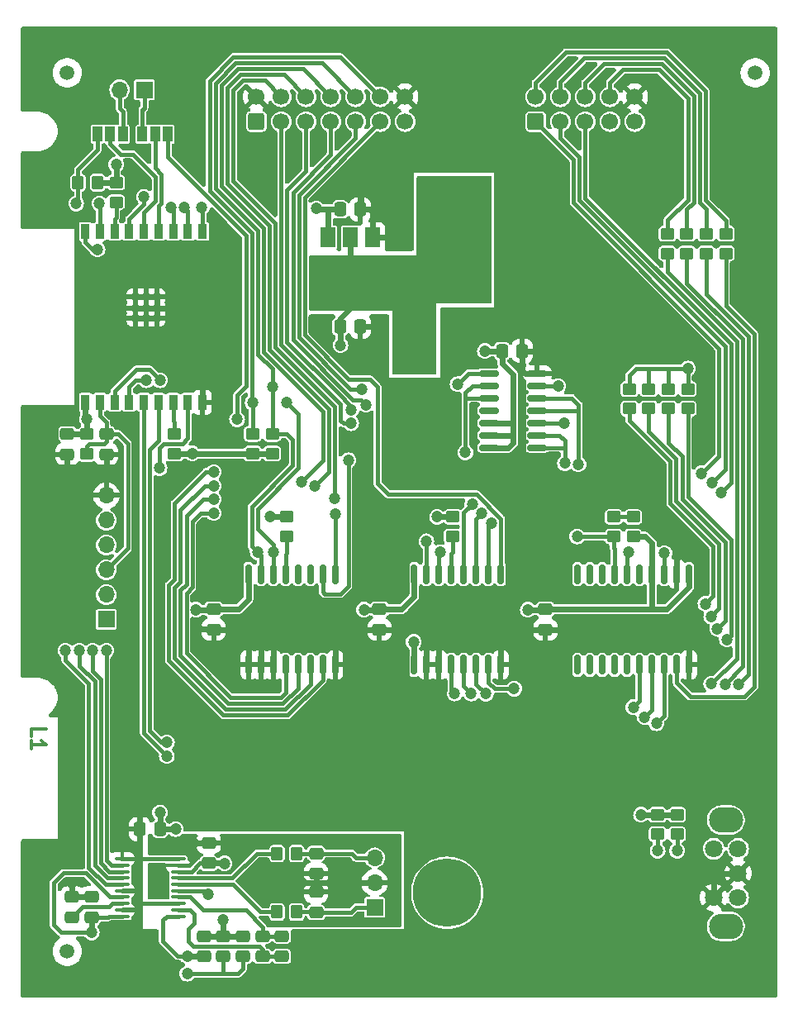
<source format=gbr>
G04 #@! TF.GenerationSoftware,KiCad,Pcbnew,7.0.1-1.fc37*
G04 #@! TF.CreationDate,2023-03-23T23:58:22+01:00*
G04 #@! TF.ProjectId,cw-amp-controll-board,63772d61-6d70-42d6-936f-6e74726f6c6c,rev?*
G04 #@! TF.SameCoordinates,Original*
G04 #@! TF.FileFunction,Copper,L1,Top*
G04 #@! TF.FilePolarity,Positive*
%FSLAX46Y46*%
G04 Gerber Fmt 4.6, Leading zero omitted, Abs format (unit mm)*
G04 Created by KiCad (PCBNEW 7.0.1-1.fc37) date 2023-03-23 23:58:22*
%MOMM*%
%LPD*%
G01*
G04 APERTURE LIST*
G04 Aperture macros list*
%AMRoundRect*
0 Rectangle with rounded corners*
0 $1 Rounding radius*
0 $2 $3 $4 $5 $6 $7 $8 $9 X,Y pos of 4 corners*
0 Add a 4 corners polygon primitive as box body*
4,1,4,$2,$3,$4,$5,$6,$7,$8,$9,$2,$3,0*
0 Add four circle primitives for the rounded corners*
1,1,$1+$1,$2,$3*
1,1,$1+$1,$4,$5*
1,1,$1+$1,$6,$7*
1,1,$1+$1,$8,$9*
0 Add four rect primitives between the rounded corners*
20,1,$1+$1,$2,$3,$4,$5,0*
20,1,$1+$1,$4,$5,$6,$7,0*
20,1,$1+$1,$6,$7,$8,$9,0*
20,1,$1+$1,$8,$9,$2,$3,0*%
G04 Aperture macros list end*
%ADD10C,0.300000*%
G04 #@! TA.AperFunction,NonConductor*
%ADD11C,0.300000*%
G04 #@! TD*
G04 #@! TA.AperFunction,ComponentPad*
%ADD12RoundRect,0.250000X0.600000X-0.600000X0.600000X0.600000X-0.600000X0.600000X-0.600000X-0.600000X0*%
G04 #@! TD*
G04 #@! TA.AperFunction,ComponentPad*
%ADD13C,1.700000*%
G04 #@! TD*
G04 #@! TA.AperFunction,SMDPad,CuDef*
%ADD14RoundRect,0.250000X-0.475000X0.337500X-0.475000X-0.337500X0.475000X-0.337500X0.475000X0.337500X0*%
G04 #@! TD*
G04 #@! TA.AperFunction,SMDPad,CuDef*
%ADD15RoundRect,0.250000X0.450000X-0.350000X0.450000X0.350000X-0.450000X0.350000X-0.450000X-0.350000X0*%
G04 #@! TD*
G04 #@! TA.AperFunction,SMDPad,CuDef*
%ADD16RoundRect,0.250000X0.475000X-0.337500X0.475000X0.337500X-0.475000X0.337500X-0.475000X-0.337500X0*%
G04 #@! TD*
G04 #@! TA.AperFunction,SMDPad,CuDef*
%ADD17RoundRect,0.250000X-0.350000X-0.450000X0.350000X-0.450000X0.350000X0.450000X-0.350000X0.450000X0*%
G04 #@! TD*
G04 #@! TA.AperFunction,SMDPad,CuDef*
%ADD18RoundRect,0.250000X0.337500X0.475000X-0.337500X0.475000X-0.337500X-0.475000X0.337500X-0.475000X0*%
G04 #@! TD*
G04 #@! TA.AperFunction,SMDPad,CuDef*
%ADD19RoundRect,0.250000X-0.450000X0.350000X-0.450000X-0.350000X0.450000X-0.350000X0.450000X0.350000X0*%
G04 #@! TD*
G04 #@! TA.AperFunction,SMDPad,CuDef*
%ADD20RoundRect,0.250000X-0.337500X-0.475000X0.337500X-0.475000X0.337500X0.475000X-0.337500X0.475000X0*%
G04 #@! TD*
G04 #@! TA.AperFunction,ComponentPad*
%ADD21R,1.700000X1.700000*%
G04 #@! TD*
G04 #@! TA.AperFunction,ComponentPad*
%ADD22O,1.700000X1.700000*%
G04 #@! TD*
G04 #@! TA.AperFunction,ComponentPad*
%ADD23C,7.000000*%
G04 #@! TD*
G04 #@! TA.AperFunction,WasherPad*
%ADD24O,3.500000X2.600000*%
G04 #@! TD*
G04 #@! TA.AperFunction,ComponentPad*
%ADD25C,1.800000*%
G04 #@! TD*
G04 #@! TA.AperFunction,SMDPad,CuDef*
%ADD26RoundRect,0.150000X0.150000X-0.875000X0.150000X0.875000X-0.150000X0.875000X-0.150000X-0.875000X0*%
G04 #@! TD*
G04 #@! TA.AperFunction,SMDPad,CuDef*
%ADD27R,1.500000X2.000000*%
G04 #@! TD*
G04 #@! TA.AperFunction,SMDPad,CuDef*
%ADD28R,3.800000X2.000000*%
G04 #@! TD*
G04 #@! TA.AperFunction,SMDPad,CuDef*
%ADD29R,1.000000X1.500000*%
G04 #@! TD*
G04 #@! TA.AperFunction,SMDPad,CuDef*
%ADD30C,1.500000*%
G04 #@! TD*
G04 #@! TA.AperFunction,SMDPad,CuDef*
%ADD31RoundRect,0.150000X0.825000X0.150000X-0.825000X0.150000X-0.825000X-0.150000X0.825000X-0.150000X0*%
G04 #@! TD*
G04 #@! TA.AperFunction,SMDPad,CuDef*
%ADD32RoundRect,0.100000X0.637500X0.100000X-0.637500X0.100000X-0.637500X-0.100000X0.637500X-0.100000X0*%
G04 #@! TD*
G04 #@! TA.AperFunction,SMDPad,CuDef*
%ADD33R,0.900000X1.500000*%
G04 #@! TD*
G04 #@! TA.AperFunction,SMDPad,CuDef*
%ADD34R,0.700000X0.700000*%
G04 #@! TD*
G04 #@! TA.AperFunction,ViaPad*
%ADD35C,1.200000*%
G04 #@! TD*
G04 #@! TA.AperFunction,Conductor*
%ADD36C,0.600000*%
G04 #@! TD*
G04 #@! TA.AperFunction,Conductor*
%ADD37C,0.400000*%
G04 #@! TD*
%ADD38C,0.350000*%
%ADD39O,2.500000X1.800000*%
G04 APERTURE END LIST*
D10*
D11*
X113306071Y-130950000D02*
X113306071Y-130235714D01*
X113306071Y-130235714D02*
X114806071Y-130235714D01*
X113306071Y-132235715D02*
X113306071Y-131378572D01*
X113306071Y-131807143D02*
X114806071Y-131807143D01*
X114806071Y-131807143D02*
X114591785Y-131664286D01*
X114591785Y-131664286D02*
X114448928Y-131521429D01*
X114448928Y-131521429D02*
X114377500Y-131378572D01*
D12*
G04 #@! TO.P,J3,1,Pin_1*
G04 #@! TO.N,LED-BT*
X165000000Y-68000000D03*
D13*
G04 #@! TO.P,J3,2,Pin_2*
G04 #@! TO.N,TOUCH-KEY-POWER*
X165000000Y-65460000D03*
G04 #@! TO.P,J3,3,Pin_3*
G04 #@! TO.N,LED-ANALOG-EXT*
X167540000Y-68000000D03*
G04 #@! TO.P,J3,4,Pin_4*
G04 #@! TO.N,TOUCH-KEY-ANALOG-EXT*
X167540000Y-65460000D03*
G04 #@! TO.P,J3,5,Pin_5*
G04 #@! TO.N,LED-ANALOG-INT*
X170080000Y-68000000D03*
G04 #@! TO.P,J3,6,Pin_6*
G04 #@! TO.N,TOUCH-KEY-ANALOG-INT*
X170080000Y-65460000D03*
G04 #@! TO.P,J3,7,Pin_7*
G04 #@! TO.N,unconnected-(J3-Pin_7-Pad7)*
X172620000Y-68000000D03*
G04 #@! TO.P,J3,8,Pin_8*
G04 #@! TO.N,TOUCH-KEY-BT*
X172620000Y-65460000D03*
G04 #@! TO.P,J3,9,Pin_9*
G04 #@! TO.N,+3V3*
X175160000Y-68000000D03*
G04 #@! TO.P,J3,10,Pin_10*
G04 #@! TO.N,GNDD*
X175160000Y-65460000D03*
G04 #@! TD*
D14*
G04 #@! TO.P,C1,1*
G04 #@! TO.N,+3V3*
X149000000Y-117962500D03*
G04 #@! TO.P,C1,2*
G04 #@! TO.N,GNDD*
X149000000Y-120037500D03*
G04 #@! TD*
D12*
G04 #@! TO.P,J1,1,Pin_1*
G04 #@! TO.N,+5V*
X136380000Y-68000000D03*
D13*
G04 #@! TO.P,J1,2,Pin_2*
G04 #@! TO.N,GNDD*
X136380000Y-65460000D03*
G04 #@! TO.P,J1,3,Pin_3*
G04 #@! TO.N,~{AMP-Mute}*
X138920000Y-68000000D03*
G04 #@! TO.P,J1,4,Pin_4*
G04 #@! TO.N,AMP-ShutDown*
X138920000Y-65460000D03*
G04 #@! TO.P,J1,5,Pin_5*
G04 #@! TO.N,SELECT-BT*
X141460000Y-68000000D03*
G04 #@! TO.P,J1,6,Pin_6*
G04 #@! TO.N,AMP-GAIN0*
X141460000Y-65460000D03*
G04 #@! TO.P,J1,7,Pin_7*
G04 #@! TO.N,SELECT-Analog*
X144000000Y-68000000D03*
G04 #@! TO.P,J1,8,Pin_8*
G04 #@! TO.N,AMP-GAIN1*
X144000000Y-65460000D03*
G04 #@! TO.P,J1,9,Pin_9*
G04 #@! TO.N,BT-KEY*
X146540000Y-68000000D03*
G04 #@! TO.P,J1,10,Pin_10*
G04 #@! TO.N,SDA*
X146540000Y-65460000D03*
G04 #@! TO.P,J1,11,Pin_11*
G04 #@! TO.N,BT-MUTE*
X149080000Y-68000000D03*
G04 #@! TO.P,J1,12,Pin_12*
G04 #@! TO.N,SCL*
X149080000Y-65460000D03*
G04 #@! TO.P,J1,13,Pin_13*
G04 #@! TO.N,+3V3*
X151620000Y-68000000D03*
G04 #@! TO.P,J1,14,Pin_14*
G04 #@! TO.N,GNDD*
X151620000Y-65460000D03*
G04 #@! TD*
D15*
G04 #@! TO.P,R1,1*
G04 #@! TO.N,+3V3*
X128000000Y-102000000D03*
G04 #@! TO.P,R1,2*
G04 #@! TO.N,/GPIO8*
X128000000Y-100000000D03*
G04 #@! TD*
G04 #@! TO.P,R5,1*
G04 #@! TO.N,+3V3*
X138000000Y-102000000D03*
G04 #@! TO.P,R5,2*
G04 #@! TO.N,SDA*
X138000000Y-100000000D03*
G04 #@! TD*
D16*
G04 #@! TO.P,C12,1*
G04 #@! TO.N,/ESP-AUDIO/VNEG*
X133000000Y-153512500D03*
G04 #@! TO.P,C12,2*
G04 #@! TO.N,GNDD*
X133000000Y-151437500D03*
G04 #@! TD*
D17*
G04 #@! TO.P,R20,1*
G04 #@! TO.N,/ESP-AUDIO/OUTR-PCM*
X138500000Y-142975000D03*
G04 #@! TO.P,R20,2*
G04 #@! TO.N,/ESP-AUDIO/R-OUT-ESP*
X140500000Y-142975000D03*
G04 #@! TD*
D16*
G04 #@! TO.P,C14,1*
G04 #@! TO.N,/ESP-AUDIO/VNEG*
X135000000Y-153512500D03*
G04 #@! TO.P,C14,2*
G04 #@! TO.N,GNDD*
X135000000Y-151437500D03*
G04 #@! TD*
D18*
G04 #@! TO.P,C8,1*
G04 #@! TO.N,+3V3*
X126500000Y-140475000D03*
G04 #@! TO.P,C8,2*
G04 #@! TO.N,GNDD*
X124425000Y-140475000D03*
G04 #@! TD*
D19*
G04 #@! TO.P,R18,1*
G04 #@! TO.N,TOUCH-KEY-BT*
X178500000Y-79500000D03*
G04 #@! TO.P,R18,2*
G04 #@! TO.N,/TOUCH-KEY-4-BT*
X178500000Y-81500000D03*
G04 #@! TD*
G04 #@! TO.P,R2,1*
G04 #@! TO.N,+3V3*
X156500000Y-108500000D03*
G04 #@! TO.P,R2,2*
G04 #@! TO.N,/I2CP2-~{INT}*
X156500000Y-110500000D03*
G04 #@! TD*
D20*
G04 #@! TO.P,C2,1*
G04 #@! TO.N,+5V*
X144962500Y-77000000D03*
G04 #@! TO.P,C2,2*
G04 #@! TO.N,GNDD*
X147037500Y-77000000D03*
G04 #@! TD*
D21*
G04 #@! TO.P,J5,1,Pin_1*
G04 #@! TO.N,Net-(J5-Pin_1)*
X124900000Y-64750000D03*
D22*
G04 #@! TO.P,J5,2,Pin_2*
G04 #@! TO.N,Net-(J5-Pin_2)*
X122360000Y-64750000D03*
G04 #@! TD*
D19*
G04 #@! TO.P,R11,1*
G04 #@! TO.N,/~{TOUCH-INT}-PULL-UP*
X173000000Y-108500000D03*
G04 #@! TO.P,R11,2*
G04 #@! TO.N,~{TOUCH-INT}*
X173000000Y-110500000D03*
G04 #@! TD*
G04 #@! TO.P,R6,1*
G04 #@! TO.N,+3V3*
X119000000Y-100037500D03*
G04 #@! TO.P,R6,2*
G04 #@! TO.N,RST*
X119000000Y-102037500D03*
G04 #@! TD*
D23*
G04 #@! TO.P,REF\u002A\u002A,1*
G04 #@! TO.N,N/C*
X155930588Y-147000000D03*
G04 #@! TD*
D16*
G04 #@! TO.P,C16,1*
G04 #@! TO.N,/ESP-AUDIO/LDOO*
X117500000Y-149512500D03*
G04 #@! TO.P,C16,2*
G04 #@! TO.N,GNDD*
X117500000Y-147437500D03*
G04 #@! TD*
D19*
G04 #@! TO.P,R13,1*
G04 #@! TO.N,+3V3*
X177500000Y-139000000D03*
G04 #@! TO.P,R13,2*
G04 #@! TO.N,GPIO6*
X177500000Y-141000000D03*
G04 #@! TD*
D16*
G04 #@! TO.P,C17,1*
G04 #@! TO.N,/ESP-AUDIO/L-OUT-ESP*
X142500000Y-149012500D03*
G04 #@! TO.P,C17,2*
G04 #@! TO.N,GNDA*
X142500000Y-146937500D03*
G04 #@! TD*
D24*
G04 #@! TO.P,SW1,*
G04 #@! TO.N,*
X184500000Y-139550000D03*
X184500000Y-150450000D03*
D25*
G04 #@! TO.P,SW1,A,A*
G04 #@! TO.N,GPIO6*
X185750000Y-147500000D03*
G04 #@! TO.P,SW1,B,B*
G04 #@! TO.N,GPIO7*
X185750000Y-142500000D03*
G04 #@! TO.P,SW1,C,C*
G04 #@! TO.N,GNDD*
X185750000Y-145000000D03*
G04 #@! TO.P,SW1,S1,S1*
G04 #@! TO.N,ROTARY-SWITCH*
X183250000Y-142500000D03*
G04 #@! TO.P,SW1,S2,S2*
G04 #@! TO.N,GNDD*
X183250000Y-147500000D03*
G04 #@! TD*
D19*
G04 #@! TO.P,R12,1*
G04 #@! TO.N,+3V3*
X139500000Y-108500000D03*
G04 #@! TO.P,R12,2*
G04 #@! TO.N,/I2CP1-~{INT}*
X139500000Y-110500000D03*
G04 #@! TD*
D16*
G04 #@! TO.P,C4,1*
G04 #@! TO.N,GNDD*
X121000000Y-102075000D03*
G04 #@! TO.P,C4,2*
G04 #@! TO.N,RST*
X121000000Y-100000000D03*
G04 #@! TD*
D26*
G04 #@! TO.P,U5,1,A0*
G04 #@! TO.N,GNDD*
X135555000Y-123650000D03*
G04 #@! TO.P,U5,2,A1*
X136825000Y-123650000D03*
G04 #@! TO.P,U5,3,A2*
X138095000Y-123650000D03*
G04 #@! TO.P,U5,4,P0*
G04 #@! TO.N,AMP-ShutDown*
X139365000Y-123650000D03*
G04 #@! TO.P,U5,5,P1*
G04 #@! TO.N,/AMP-MUTE*
X140635000Y-123650000D03*
G04 #@! TO.P,U5,6,P2*
G04 #@! TO.N,AMP-GAIN0*
X141905000Y-123650000D03*
G04 #@! TO.P,U5,7,P3*
G04 #@! TO.N,AMP-GAIN1*
X143175000Y-123650000D03*
G04 #@! TO.P,U5,8,VSS*
G04 #@! TO.N,GNDD*
X144445000Y-123650000D03*
G04 #@! TO.P,U5,9,P4*
G04 #@! TO.N,/~{SELECT-Analog}*
X144445000Y-114350000D03*
G04 #@! TO.P,U5,10,P5*
G04 #@! TO.N,/~{SELECT-BT}*
X143175000Y-114350000D03*
G04 #@! TO.P,U5,11,P6*
G04 #@! TO.N,unconnected-(U5-P6-Pad11)*
X141905000Y-114350000D03*
G04 #@! TO.P,U5,12,P7*
G04 #@! TO.N,unconnected-(U5-P7-Pad12)*
X140635000Y-114350000D03*
G04 #@! TO.P,U5,13,~{INT}*
G04 #@! TO.N,/I2CP1-~{INT}*
X139365000Y-114350000D03*
G04 #@! TO.P,U5,14,SCL*
G04 #@! TO.N,SCL*
X138095000Y-114350000D03*
G04 #@! TO.P,U5,15,SDA*
G04 #@! TO.N,SDA*
X136825000Y-114350000D03*
G04 #@! TO.P,U5,16,VDD*
G04 #@! TO.N,+3V3*
X135555000Y-114350000D03*
G04 #@! TD*
D19*
G04 #@! TO.P,R16,1*
G04 #@! TO.N,TOUCH-KEY-ANALOG-EXT*
X182500000Y-79500000D03*
G04 #@! TO.P,R16,2*
G04 #@! TO.N,/TOUCH-KEY-1-ANALOG-EXT*
X182500000Y-81500000D03*
G04 #@! TD*
D16*
G04 #@! TO.P,C10,1*
G04 #@! TO.N,+3V3*
X119500000Y-149512500D03*
G04 #@! TO.P,C10,2*
G04 #@! TO.N,GNDD*
X119500000Y-147437500D03*
G04 #@! TD*
D27*
G04 #@! TO.P,U1,1,GND*
G04 #@! TO.N,GNDD*
X148300000Y-79850000D03*
G04 #@! TO.P,U1,2,VO*
G04 #@! TO.N,+3V3*
X146000000Y-79850000D03*
D28*
X146000000Y-86150000D03*
D27*
G04 #@! TO.P,U1,3,VI*
G04 #@! TO.N,+5V*
X143700000Y-79850000D03*
G04 #@! TD*
D15*
G04 #@! TO.P,R21,1*
G04 #@! TO.N,/BT-PAUSE-P0*
X174600000Y-97400000D03*
G04 #@! TO.P,R21,2*
G04 #@! TO.N,BT-KEY*
X174600000Y-95400000D03*
G04 #@! TD*
D19*
G04 #@! TO.P,R17,1*
G04 #@! TO.N,TOUCH-KEY-ANALOG-INT*
X180500000Y-79500000D03*
G04 #@! TO.P,R17,2*
G04 #@! TO.N,/TOUCH-KEY2-ANALOG-INT*
X180500000Y-81500000D03*
G04 #@! TD*
D21*
G04 #@! TO.P,J4,1,Pin_1*
G04 #@! TO.N,/ESP-AUDIO/L-OUT-ESP*
X148500000Y-148500000D03*
D22*
G04 #@! TO.P,J4,2,Pin_2*
G04 #@! TO.N,GNDA*
X148500000Y-145960000D03*
G04 #@! TO.P,J4,3,Pin_3*
G04 #@! TO.N,/ESP-AUDIO/R-OUT-ESP*
X148500000Y-143420000D03*
G04 #@! TD*
D29*
G04 #@! TO.P,JP1,1,A*
G04 #@! TO.N,~{TOUCH-INT}*
X127300000Y-69300000D03*
G04 #@! TO.P,JP1,2,C*
G04 #@! TO.N,Net-(JP1-C)*
X126000000Y-69300000D03*
G04 #@! TO.P,JP1,3,B*
G04 #@! TO.N,Net-(J5-Pin_1)*
X124700000Y-69300000D03*
G04 #@! TD*
D17*
G04 #@! TO.P,R19,1*
G04 #@! TO.N,/ESP-AUDIO/OUTL-PCM*
X138500000Y-148975000D03*
G04 #@! TO.P,R19,2*
G04 #@! TO.N,/ESP-AUDIO/L-OUT-ESP*
X140500000Y-148975000D03*
G04 #@! TD*
D30*
G04 #@! TO.P,FID2,*
G04 #@! TO.N,*
X117000000Y-153000000D03*
G04 #@! TD*
G04 #@! TO.P,FID3,*
G04 #@! TO.N,*
X187500000Y-63000000D03*
G04 #@! TD*
D31*
G04 #@! TO.P,U7,1*
G04 #@! TO.N,/AMP-MUTE*
X165175000Y-101410000D03*
G04 #@! TO.P,U7,2*
X165175000Y-100140000D03*
G04 #@! TO.P,U7,3*
G04 #@! TO.N,~{AMP-Mute}*
X165175000Y-98870000D03*
G04 #@! TO.P,U7,4*
G04 #@! TO.N,/~{SELECT-Analog}*
X165175000Y-97600000D03*
G04 #@! TO.P,U7,5*
X165175000Y-96330000D03*
G04 #@! TO.P,U7,6*
G04 #@! TO.N,SELECT-Analog*
X165175000Y-95060000D03*
G04 #@! TO.P,U7,7,GND*
G04 #@! TO.N,GNDD*
X165175000Y-93790000D03*
G04 #@! TO.P,U7,8*
G04 #@! TO.N,SELECT-BT*
X160225000Y-93790000D03*
G04 #@! TO.P,U7,9*
G04 #@! TO.N,/~{SELECT-BT}*
X160225000Y-95060000D03*
G04 #@! TO.P,U7,10*
X160225000Y-96330000D03*
G04 #@! TO.P,U7,11*
G04 #@! TO.N,unconnected-(U7-Pad11)*
X160225000Y-97600000D03*
G04 #@! TO.P,U7,12*
G04 #@! TO.N,+5V*
X160225000Y-98870000D03*
G04 #@! TO.P,U7,13*
X160225000Y-100140000D03*
G04 #@! TO.P,U7,14,VCC*
X160225000Y-101410000D03*
G04 #@! TD*
D26*
G04 #@! TO.P,U2,1,A0*
G04 #@! TO.N,+3V3*
X152555000Y-123650000D03*
G04 #@! TO.P,U2,2,A1*
G04 #@! TO.N,GNDD*
X153825000Y-123650000D03*
G04 #@! TO.P,U2,3,A2*
X155095000Y-123650000D03*
G04 #@! TO.P,U2,4,P0*
G04 #@! TO.N,/BT-PAUSE-P0*
X156365000Y-123650000D03*
G04 #@! TO.P,U2,5,P1*
G04 #@! TO.N,/BT-NEXT-P1*
X157635000Y-123650000D03*
G04 #@! TO.P,U2,6,P2*
G04 #@! TO.N,/BT-PREV-P2*
X158905000Y-123650000D03*
G04 #@! TO.P,U2,7,P3*
G04 #@! TO.N,/BT-ON-OFF-P3*
X160175000Y-123650000D03*
G04 #@! TO.P,U2,8,VSS*
G04 #@! TO.N,GNDD*
X161445000Y-123650000D03*
G04 #@! TO.P,U2,9,P4*
G04 #@! TO.N,BT-MUTE*
X161445000Y-114350000D03*
G04 #@! TO.P,U2,10,P5*
G04 #@! TO.N,LED-ANALOG-INT*
X160175000Y-114350000D03*
G04 #@! TO.P,U2,11,P6*
G04 #@! TO.N,LED-ANALOG-EXT*
X158905000Y-114350000D03*
G04 #@! TO.P,U2,12,P7*
G04 #@! TO.N,LED-BT*
X157635000Y-114350000D03*
G04 #@! TO.P,U2,13,~{INT}*
G04 #@! TO.N,/I2CP2-~{INT}*
X156365000Y-114350000D03*
G04 #@! TO.P,U2,14,SCL*
G04 #@! TO.N,SCL*
X155095000Y-114350000D03*
G04 #@! TO.P,U2,15,SDA*
G04 #@! TO.N,SDA*
X153825000Y-114350000D03*
G04 #@! TO.P,U2,16,VDD*
G04 #@! TO.N,+3V3*
X152555000Y-114350000D03*
G04 #@! TD*
D19*
G04 #@! TO.P,R15,1*
G04 #@! TO.N,TOUCH-KEY-POWER*
X184500000Y-79500000D03*
G04 #@! TO.P,R15,2*
G04 #@! TO.N,/TOUCH-KEY-0-POWER*
X184500000Y-81500000D03*
G04 #@! TD*
D14*
G04 #@! TO.P,C18,1*
G04 #@! TO.N,/ESP-AUDIO/R-OUT-ESP*
X142500000Y-142975000D03*
G04 #@! TO.P,C18,2*
G04 #@! TO.N,GNDA*
X142500000Y-145050000D03*
G04 #@! TD*
D15*
G04 #@! TO.P,R27,1*
G04 #@! TO.N,/BT-ON-OFF-P3*
X180600000Y-97400000D03*
G04 #@! TO.P,R27,2*
G04 #@! TO.N,BT-KEY*
X180600000Y-95400000D03*
G04 #@! TD*
G04 #@! TO.P,R10,1*
G04 #@! TO.N,+3V3*
X175000000Y-110500000D03*
G04 #@! TO.P,R10,2*
G04 #@! TO.N,/~{TOUCH-INT}-PULL-UP*
X175000000Y-108500000D03*
G04 #@! TD*
G04 #@! TO.P,R4,1*
G04 #@! TO.N,+3V3*
X136000000Y-102000000D03*
G04 #@! TO.P,R4,2*
G04 #@! TO.N,SCL*
X136000000Y-100000000D03*
G04 #@! TD*
D32*
G04 #@! TO.P,U6,1,CPVDD*
G04 #@! TO.N,+3V3*
X128362500Y-149400000D03*
G04 #@! TO.P,U6,2,CAPP*
G04 #@! TO.N,Net-(U6-CAPP)*
X128362500Y-148750000D03*
G04 #@! TO.P,U6,3,CPGND*
G04 #@! TO.N,GNDD*
X128362500Y-148100000D03*
G04 #@! TO.P,U6,4,CAPM*
G04 #@! TO.N,Net-(U6-CAPM)*
X128362500Y-147450000D03*
G04 #@! TO.P,U6,5,VNEG*
G04 #@! TO.N,/ESP-AUDIO/VNEG*
X128362500Y-146800000D03*
G04 #@! TO.P,U6,6,OUTL*
G04 #@! TO.N,/ESP-AUDIO/OUTL-PCM*
X128362500Y-146150000D03*
G04 #@! TO.P,U6,7,OUTR*
G04 #@! TO.N,/ESP-AUDIO/OUTR-PCM*
X128362500Y-145500000D03*
G04 #@! TO.P,U6,8,AVDD*
G04 #@! TO.N,+3V3*
X128362500Y-144850000D03*
G04 #@! TO.P,U6,9,AGND*
G04 #@! TO.N,GNDA*
X128362500Y-144200000D03*
G04 #@! TO.P,U6,10,DEMP*
G04 #@! TO.N,GNDD*
X128362500Y-143550000D03*
G04 #@! TO.P,U6,11,FLT*
X122637500Y-143550000D03*
G04 #@! TO.P,U6,12,SCK*
G04 #@! TO.N,SCK*
X122637500Y-144200000D03*
G04 #@! TO.P,U6,13,BCK*
G04 #@! TO.N,BCK*
X122637500Y-144850000D03*
G04 #@! TO.P,U6,14,DIN*
G04 #@! TO.N,DIN*
X122637500Y-145500000D03*
G04 #@! TO.P,U6,15,LRCK*
G04 #@! TO.N,LRCLK*
X122637500Y-146150000D03*
G04 #@! TO.P,U6,16,FMT*
G04 #@! TO.N,GNDD*
X122637500Y-146800000D03*
G04 #@! TO.P,U6,17,XSMT*
G04 #@! TO.N,+3V3*
X122637500Y-147450000D03*
G04 #@! TO.P,U6,18,LDOO*
G04 #@! TO.N,/ESP-AUDIO/LDOO*
X122637500Y-148100000D03*
G04 #@! TO.P,U6,19,DGND*
G04 #@! TO.N,GNDD*
X122637500Y-148750000D03*
G04 #@! TO.P,U6,20,DVDD*
G04 #@! TO.N,+3V3*
X122637500Y-149400000D03*
G04 #@! TD*
D16*
G04 #@! TO.P,C15,1*
G04 #@! TO.N,Net-(U6-CAPP)*
X139000000Y-153512500D03*
G04 #@! TO.P,C15,2*
G04 #@! TO.N,Net-(U6-CAPM)*
X139000000Y-151437500D03*
G04 #@! TD*
D26*
G04 #@! TO.P,U4,1,KEY8/GPO6*
G04 #@! TO.N,unconnected-(U4-KEY8{slash}GPO6-Pad1)*
X169285000Y-123650000D03*
G04 #@! TO.P,U4,2,KEY7/GPO5*
G04 #@! TO.N,unconnected-(U4-KEY7{slash}GPO5-Pad2)*
X170555000Y-123650000D03*
G04 #@! TO.P,U4,3,KEY6/GPO4*
G04 #@! TO.N,unconnected-(U4-KEY6{slash}GPO4-Pad3)*
X171825000Y-123650000D03*
G04 #@! TO.P,U4,4,KEY5/GPO3*
G04 #@! TO.N,unconnected-(U4-KEY5{slash}GPO3-Pad4)*
X173095000Y-123650000D03*
G04 #@! TO.P,U4,5,KEY4/GPO2*
G04 #@! TO.N,unconnected-(U4-KEY4{slash}GPO2-Pad5)*
X174365000Y-123650000D03*
G04 #@! TO.P,U4,6,KEY3/GPO1*
G04 #@! TO.N,/TOUCH-KEY-4-BT*
X175635000Y-123650000D03*
G04 #@! TO.P,U4,7,KEY2/GPO0*
G04 #@! TO.N,/TOUCH-KEY2-ANALOG-INT*
X176905000Y-123650000D03*
G04 #@! TO.P,U4,8,KEY1*
G04 #@! TO.N,/TOUCH-KEY-1-ANALOG-EXT*
X178175000Y-123650000D03*
G04 #@! TO.P,U4,9,KEY0*
G04 #@! TO.N,/TOUCH-KEY-0-POWER*
X179445000Y-123650000D03*
G04 #@! TO.P,U4,10,VSS*
G04 #@! TO.N,GNDD*
X180715000Y-123650000D03*
G04 #@! TO.P,U4,11,VDD*
G04 #@! TO.N,+3V3*
X180715000Y-114350000D03*
G04 #@! TO.P,U4,12,MODE*
G04 #@! TO.N,GNDD*
X179445000Y-114350000D03*
G04 #@! TO.P,U4,13,SDA*
G04 #@! TO.N,SDA*
X178175000Y-114350000D03*
G04 #@! TO.P,U4,14,~{RESET}*
G04 #@! TO.N,+3V3*
X176905000Y-114350000D03*
G04 #@! TO.P,U4,15,N/C*
G04 #@! TO.N,unconnected-(U4-N{slash}C-Pad15)*
X175635000Y-114350000D03*
G04 #@! TO.P,U4,16,SCL*
G04 #@! TO.N,SCL*
X174365000Y-114350000D03*
G04 #@! TO.P,U4,17,~{CHANGE}*
G04 #@! TO.N,~{TOUCH-INT}*
X173095000Y-114350000D03*
G04 #@! TO.P,U4,18,KEY11/GPO9*
G04 #@! TO.N,unconnected-(U4-KEY11{slash}GPO9-Pad18)*
X171825000Y-114350000D03*
G04 #@! TO.P,U4,19,KEY10/GPO8*
G04 #@! TO.N,unconnected-(U4-KEY10{slash}GPO8-Pad19)*
X170555000Y-114350000D03*
G04 #@! TO.P,U4,20,KEY9/GPO7*
G04 #@! TO.N,unconnected-(U4-KEY9{slash}GPO7-Pad20)*
X169285000Y-114350000D03*
G04 #@! TD*
D29*
G04 #@! TO.P,JP2,1,A*
G04 #@! TO.N,Net-(J5-Pin_2)*
X122700000Y-69292500D03*
G04 #@! TO.P,JP2,2,C*
G04 #@! TO.N,Net-(JP2-C)*
X121400000Y-69292500D03*
G04 #@! TO.P,JP2,3,B*
G04 #@! TO.N,ROTARY-SWITCH*
X120100000Y-69292500D03*
G04 #@! TD*
D16*
G04 #@! TO.P,C6,1*
G04 #@! TO.N,GNDD*
X166000000Y-120037500D03*
G04 #@! TO.P,C6,2*
G04 #@! TO.N,+3V3*
X166000000Y-117962500D03*
G04 #@! TD*
D20*
G04 #@! TO.P,C19,1*
G04 #@! TO.N,+5V*
X161562500Y-91500000D03*
G04 #@! TO.P,C19,2*
G04 #@! TO.N,GNDD*
X163637500Y-91500000D03*
G04 #@! TD*
D19*
G04 #@! TO.P,R3,1*
G04 #@! TO.N,+3V3*
X122000000Y-74250000D03*
G04 #@! TO.P,R3,2*
G04 #@! TO.N,/GPIO2*
X122000000Y-76250000D03*
G04 #@! TD*
D16*
G04 #@! TO.P,C9,1*
G04 #@! TO.N,+3V3*
X131000000Y-153512500D03*
G04 #@! TO.P,C9,2*
G04 #@! TO.N,GNDD*
X131000000Y-151437500D03*
G04 #@! TD*
G04 #@! TO.P,C13,1*
G04 #@! TO.N,Net-(U6-CAPP)*
X137000000Y-153512500D03*
G04 #@! TO.P,C13,2*
G04 #@! TO.N,Net-(U6-CAPM)*
X137000000Y-151437500D03*
G04 #@! TD*
D30*
G04 #@! TO.P,FID1,*
G04 #@! TO.N,*
X117000000Y-63000000D03*
G04 #@! TD*
D14*
G04 #@! TO.P,C7,1*
G04 #@! TO.N,+3V3*
X132000000Y-117962500D03*
G04 #@! TO.P,C7,2*
G04 #@! TO.N,GNDD*
X132000000Y-120037500D03*
G04 #@! TD*
D21*
G04 #@! TO.P,J2,1,Pin_1*
G04 #@! TO.N,+3V3*
X121000000Y-119000000D03*
D22*
G04 #@! TO.P,J2,2,Pin_2*
G04 #@! TO.N,/0*
X121000000Y-116460000D03*
G04 #@! TO.P,J2,3,Pin_3*
G04 #@! TO.N,RST*
X121000000Y-113920000D03*
G04 #@! TO.P,J2,4,Pin_4*
G04 #@! TO.N,\u00B5C-RXD*
X121000000Y-111380000D03*
G04 #@! TO.P,J2,5,Pin_5*
G04 #@! TO.N,\u00B5C-TXD*
X121000000Y-108840000D03*
G04 #@! TO.P,J2,6,Pin_6*
G04 #@! TO.N,GNDD*
X121000000Y-106300000D03*
G04 #@! TD*
D15*
G04 #@! TO.P,R25,1*
G04 #@! TO.N,/BT-PREV-P2*
X178600000Y-97400000D03*
G04 #@! TO.P,R25,2*
G04 #@! TO.N,BT-KEY*
X178600000Y-95400000D03*
G04 #@! TD*
D17*
G04 #@! TO.P,R29,1*
G04 #@! TO.N,ROTARY-SWITCH*
X118100000Y-74250000D03*
G04 #@! TO.P,R29,2*
G04 #@! TO.N,+3V3*
X120100000Y-74250000D03*
G04 #@! TD*
D19*
G04 #@! TO.P,R14,1*
G04 #@! TO.N,+3V3*
X179500000Y-139000000D03*
G04 #@! TO.P,R14,2*
G04 #@! TO.N,GPIO7*
X179500000Y-141000000D03*
G04 #@! TD*
D20*
G04 #@! TO.P,C3,1*
G04 #@! TO.N,+3V3*
X144962500Y-89000000D03*
G04 #@! TO.P,C3,2*
G04 #@! TO.N,GNDD*
X147037500Y-89000000D03*
G04 #@! TD*
D16*
G04 #@! TO.P,C11,1*
G04 #@! TO.N,+3V3*
X131500000Y-143975000D03*
G04 #@! TO.P,C11,2*
G04 #@! TO.N,GNDA*
X131500000Y-141900000D03*
G04 #@! TD*
D14*
G04 #@! TO.P,C5,1*
G04 #@! TO.N,+3V3*
X117000000Y-100000000D03*
G04 #@! TO.P,C5,2*
G04 #@! TO.N,GNDD*
X117000000Y-102075000D03*
G04 #@! TD*
D15*
G04 #@! TO.P,R23,1*
G04 #@! TO.N,/BT-NEXT-P1*
X176600000Y-97400000D03*
G04 #@! TO.P,R23,2*
G04 #@! TO.N,BT-KEY*
X176600000Y-95400000D03*
G04 #@! TD*
D33*
G04 #@! TO.P,U3,1,3V3*
G04 #@! TO.N,+3V3*
X118850000Y-96750000D03*
G04 #@! TO.P,U3,2,EN/CHIP_PU*
G04 #@! TO.N,RST*
X120350000Y-96750000D03*
G04 #@! TO.P,U3,3,GPIO4/ADC1_CH4*
G04 #@! TO.N,SCL*
X121850000Y-96750000D03*
G04 #@! TO.P,U3,4,GPIO5/ADC2_CH0*
G04 #@! TO.N,SDA*
X123350000Y-96750000D03*
G04 #@! TO.P,U3,5,GPIO6*
G04 #@! TO.N,GPIO6*
X124850000Y-96750000D03*
G04 #@! TO.P,U3,6,GPIO7*
G04 #@! TO.N,GPIO7*
X126350000Y-96750000D03*
G04 #@! TO.P,U3,7,GPIO8*
G04 #@! TO.N,/GPIO8*
X127850000Y-96750000D03*
G04 #@! TO.P,U3,8,GPIO9*
G04 #@! TO.N,GPIO9*
X129350000Y-96750000D03*
G04 #@! TO.P,U3,9,GND*
G04 #@! TO.N,GNDD*
X130850000Y-96750000D03*
G04 #@! TO.P,U3,10,GPIO10*
G04 #@! TO.N,DIN*
X130850000Y-79250000D03*
G04 #@! TO.P,U3,11,GPIO20/U0RXD*
G04 #@! TO.N,\u00B5C-RXD*
X129350000Y-79250000D03*
G04 #@! TO.P,U3,12,GPIO21/U0TXD*
G04 #@! TO.N,\u00B5C-TXD*
X127850000Y-79250000D03*
G04 #@! TO.P,U3,13,GPIO18/USB_D-*
G04 #@! TO.N,Net-(JP1-C)*
X126350000Y-79250000D03*
G04 #@! TO.P,U3,14,GPIO19/USB_D+*
G04 #@! TO.N,Net-(JP2-C)*
X124850000Y-79250000D03*
G04 #@! TO.P,U3,15,GPIO3/ADC1_CH3*
G04 #@! TO.N,LRCLK*
X123350000Y-79250000D03*
G04 #@! TO.P,U3,16,GPIO2/ADC1_CH2*
G04 #@! TO.N,/GPIO2*
X121850000Y-79250000D03*
G04 #@! TO.P,U3,17,GPIO1/ADC1_CH1/XTAL_32K_N*
G04 #@! TO.N,BCK*
X120350000Y-79250000D03*
G04 #@! TO.P,U3,18,GPIO0/ADC1_CH0/XTAL_32K_P*
G04 #@! TO.N,SCK*
X118850000Y-79250000D03*
D34*
G04 #@! TO.P,U3,19,GND*
G04 #@! TO.N,GNDD*
X123950000Y-88140000D03*
X125050000Y-88140000D03*
X126150000Y-88140000D03*
X123950000Y-87090000D03*
X125050000Y-87090000D03*
X126150000Y-87090000D03*
X123950000Y-85940000D03*
X125050000Y-85940000D03*
X126150000Y-85940000D03*
G04 #@! TD*
D35*
G04 #@! TO.N,+3V3*
X137800000Y-108500000D03*
X154900000Y-108500000D03*
X175800000Y-139000000D03*
X164200000Y-118000000D03*
X147400000Y-118000000D03*
X119000000Y-98500000D03*
X128100000Y-140475000D03*
X133100000Y-144000000D03*
X129300000Y-153475000D03*
X126500000Y-138775000D03*
X129800000Y-102000000D03*
X130200000Y-118000000D03*
X152500000Y-121300000D03*
X122000000Y-72400000D03*
X119500000Y-151075000D03*
X145000000Y-90900000D03*
G04 #@! TO.N,GNDD*
X164300000Y-120000000D03*
X146900000Y-75200000D03*
X130300000Y-120000000D03*
X149100000Y-89000000D03*
X127600000Y-87100000D03*
X117500000Y-145974500D03*
X121000000Y-103700000D03*
X133000000Y-149800000D03*
X147300000Y-120000000D03*
X130900000Y-94900000D03*
X165400000Y-91500000D03*
X150600000Y-79900000D03*
X124426771Y-138802921D03*
G04 #@! TO.N,+5V*
X159800000Y-91500000D03*
X142500000Y-76900000D03*
G04 #@! TO.N,GNDA*
X141000000Y-146000000D03*
X129900000Y-141875000D03*
G04 #@! TO.N,/ESP-AUDIO/VNEG*
X131400000Y-147149500D03*
X129300000Y-155300000D03*
G04 #@! TO.N,~{AMP-Mute}*
X167900000Y-98900000D03*
X146100000Y-98900000D03*
G04 #@! TO.N,AMP-ShutDown*
X144399531Y-106600469D03*
X131999659Y-108106479D03*
G04 #@! TO.N,SELECT-BT*
X146100000Y-97500497D03*
X156994064Y-94899500D03*
G04 #@! TO.N,AMP-GAIN0*
X142400497Y-105300000D03*
X131992998Y-105307499D03*
G04 #@! TO.N,SELECT-Analog*
X147600000Y-97000000D03*
X167300000Y-95100000D03*
G04 #@! TO.N,AMP-GAIN1*
X141000000Y-104900000D03*
X132000000Y-103900994D03*
G04 #@! TO.N,BT-KEY*
X147200000Y-95400000D03*
X180600000Y-93300000D03*
G04 #@! TO.N,SDA*
X125100000Y-94500000D03*
X138000000Y-95200000D03*
X153800000Y-111000000D03*
X136500000Y-112100000D03*
X178200000Y-112200000D03*
G04 #@! TO.N,SCL*
X138100000Y-112100000D03*
X174500000Y-112100000D03*
X136000000Y-96800000D03*
X155200000Y-112100000D03*
X139500000Y-96800000D03*
X126506505Y-94507002D03*
G04 #@! TO.N,\u00B5C-RXD*
X128999503Y-76800000D03*
G04 #@! TO.N,\u00B5C-TXD*
X127600000Y-76800000D03*
G04 #@! TO.N,LED-BT*
X182012933Y-104035462D03*
X158503904Y-107165261D03*
G04 #@! TO.N,LED-ANALOG-EXT*
X159493502Y-108154859D03*
X183063782Y-104959758D03*
G04 #@! TO.N,LED-ANALOG-INT*
X184000000Y-106000000D03*
X160445500Y-109180679D03*
G04 #@! TO.N,~{TOUCH-INT}*
X169250000Y-110500980D03*
X134400000Y-98500000D03*
G04 #@! TO.N,GPIO6*
X177500000Y-142700000D03*
X127200000Y-133000000D03*
G04 #@! TO.N,GPIO7*
X127206754Y-131593246D03*
X179500000Y-142700000D03*
G04 #@! TO.N,/TOUCH-KEY-1-ANALOG-EXT*
X185817303Y-125615354D03*
X177390910Y-129639885D03*
G04 #@! TO.N,/TOUCH-KEY2-ANALOG-INT*
X176146517Y-128999500D03*
X184399363Y-125619787D03*
G04 #@! TO.N,/TOUCH-KEY-4-BT*
X183000000Y-125600000D03*
X175000000Y-128000000D03*
G04 #@! TO.N,GPIO9*
X126449020Y-103500000D03*
G04 #@! TO.N,DIN*
X118199554Y-122200000D03*
X130800000Y-76800000D03*
G04 #@! TO.N,LRCLK*
X124850000Y-75700500D03*
X116800051Y-122200000D03*
G04 #@! TO.N,BCK*
X119599057Y-122200000D03*
X120300000Y-76400000D03*
G04 #@! TO.N,SCK*
X120998560Y-122200000D03*
X120100000Y-81100000D03*
G04 #@! TO.N,/AMP-MUTE*
X168000000Y-103000000D03*
X132001215Y-106706977D03*
G04 #@! TO.N,/~{SELECT-Analog}*
X144500000Y-108200000D03*
X169400000Y-103100000D03*
G04 #@! TO.N,/~{SELECT-BT}*
X145800000Y-102700000D03*
X157800000Y-101900000D03*
G04 #@! TO.N,/BT-PAUSE-P0*
X182401460Y-117400000D03*
X156700000Y-126600000D03*
G04 #@! TO.N,/BT-NEXT-P1*
X183000980Y-118704523D03*
X158400000Y-126600000D03*
G04 #@! TO.N,/BT-PREV-P2*
X159893246Y-126606754D03*
X183600500Y-119969109D03*
G04 #@! TO.N,/BT-ON-OFF-P3*
X162800000Y-126100000D03*
X184600000Y-121039730D03*
G04 #@! TO.N,ROTARY-SWITCH*
X117900500Y-76400000D03*
G04 #@! TD*
D36*
G04 #@! TO.N,+3V3*
X164200000Y-118000000D02*
X165962500Y-118000000D01*
X118850000Y-96750000D02*
X118850000Y-98350000D01*
X177500000Y-139000000D02*
X179500000Y-139000000D01*
X120100000Y-74250000D02*
X122000000Y-74250000D01*
D37*
X116600000Y-144975000D02*
X115600000Y-145975000D01*
D36*
X178437500Y-117962500D02*
X176859690Y-117962500D01*
D37*
X122637500Y-147450000D02*
X121350000Y-147450000D01*
D36*
X180050000Y-116350000D02*
X178437500Y-117962500D01*
X152555000Y-123650000D02*
X152555000Y-121355000D01*
X128000000Y-102000000D02*
X129800000Y-102000000D01*
X139500000Y-108500000D02*
X137800000Y-108500000D01*
X149000000Y-117962500D02*
X151237500Y-117962500D01*
X180715000Y-115685000D02*
X180050000Y-116350000D01*
D37*
X116400000Y-151075000D02*
X119500000Y-151075000D01*
X131500000Y-143975000D02*
X130600000Y-143975000D01*
X128362500Y-149400000D02*
X127175000Y-149400000D01*
D36*
X148962500Y-118000000D02*
X149000000Y-117962500D01*
X130200000Y-118000000D02*
X131962500Y-118000000D01*
X119500000Y-149512500D02*
X119500000Y-151075000D01*
D37*
X129725000Y-144850000D02*
X128362500Y-144850000D01*
X127175000Y-149400000D02*
X126800000Y-149775000D01*
X121162500Y-149512500D02*
X121275000Y-149400000D01*
D36*
X175800000Y-139000000D02*
X177500000Y-139000000D01*
D37*
X122637500Y-149400000D02*
X121275000Y-149400000D01*
D36*
X136000000Y-102000000D02*
X138000000Y-102000000D01*
X126500000Y-140475000D02*
X126500000Y-138775000D01*
D37*
X130600000Y-143975000D02*
X129725000Y-144850000D01*
D36*
X144962500Y-88137500D02*
X144962500Y-89000000D01*
X176905000Y-111205000D02*
X176905000Y-114350000D01*
X176200000Y-110500000D02*
X176905000Y-111205000D01*
X152555000Y-116645000D02*
X152555000Y-114350000D01*
X131500000Y-143975000D02*
X133075000Y-143975000D01*
D37*
X115600000Y-150275000D02*
X116400000Y-151075000D01*
D36*
X146000000Y-87100000D02*
X144962500Y-88137500D01*
D37*
X126800000Y-151975000D02*
X128300000Y-153475000D01*
D36*
X117000000Y-100000000D02*
X118962500Y-100000000D01*
D37*
X118875000Y-144975000D02*
X116600000Y-144975000D01*
X115600000Y-145975000D02*
X115600000Y-150275000D01*
D36*
X144962500Y-90862500D02*
X145000000Y-90900000D01*
X136000000Y-102000000D02*
X129800000Y-102000000D01*
D37*
X128300000Y-153475000D02*
X129300000Y-153475000D01*
D36*
X166000000Y-117962500D02*
X176859690Y-117962500D01*
X118850000Y-98350000D02*
X119000000Y-98500000D01*
X119000000Y-98500000D02*
X119000000Y-100037500D01*
X126500000Y-140475000D02*
X128100000Y-140475000D01*
X118962500Y-100000000D02*
X119000000Y-100037500D01*
X156500000Y-108500000D02*
X154900000Y-108500000D01*
D37*
X119500000Y-149512500D02*
X121162500Y-149512500D01*
D36*
X175000000Y-110500000D02*
X176200000Y-110500000D01*
X152555000Y-121355000D02*
X152500000Y-121300000D01*
D37*
X121350000Y-147450000D02*
X118875000Y-144975000D01*
D36*
X132000000Y-117962500D02*
X134537500Y-117962500D01*
X146000000Y-86150000D02*
X146000000Y-79850000D01*
X165962500Y-118000000D02*
X166000000Y-117962500D01*
X151237500Y-117962500D02*
X152555000Y-116645000D01*
X131962500Y-118000000D02*
X132000000Y-117962500D01*
X129300000Y-153475000D02*
X130962500Y-153475000D01*
X176905000Y-114350000D02*
X176905000Y-117917190D01*
X176905000Y-117917190D02*
X176859690Y-117962500D01*
X133075000Y-143975000D02*
X133100000Y-144000000D01*
X144962500Y-89000000D02*
X144962500Y-90862500D01*
X135555000Y-116945000D02*
X135555000Y-114350000D01*
X134537500Y-117962500D02*
X135555000Y-116945000D01*
X147400000Y-118000000D02*
X148962500Y-118000000D01*
D37*
X126800000Y-149775000D02*
X126800000Y-151975000D01*
D36*
X146000000Y-86150000D02*
X146000000Y-87100000D01*
X130962500Y-153475000D02*
X131000000Y-153512500D01*
X122000000Y-72400000D02*
X122000000Y-74250000D01*
X180715000Y-114350000D02*
X180715000Y-115685000D01*
G04 #@! TO.N,GNDD*
X126150000Y-85940000D02*
X126150000Y-87090000D01*
X126150000Y-87090000D02*
X127590000Y-87090000D01*
X155095000Y-123650000D02*
X155095000Y-120060617D01*
X149000000Y-120037500D02*
X147337500Y-120037500D01*
X178737500Y-120037500D02*
X178737500Y-119212500D01*
X166000000Y-120037500D02*
X178737500Y-120037500D01*
X147100000Y-75400000D02*
X147100000Y-76937500D01*
X135555000Y-123650000D02*
X135555000Y-120045000D01*
X117000000Y-103200000D02*
X117000000Y-102075000D01*
X182150000Y-115800000D02*
X182150000Y-112800000D01*
X163637500Y-93437500D02*
X163990000Y-93790000D01*
X124400000Y-141787500D02*
X124400000Y-143475000D01*
X163990000Y-93790000D02*
X165175000Y-93790000D01*
X178737500Y-119212500D02*
X182150000Y-115800000D01*
X180715000Y-122015000D02*
X180715000Y-123650000D01*
X146900000Y-75200000D02*
X147100000Y-75400000D01*
D37*
X122637500Y-146800000D02*
X124375000Y-146800000D01*
D36*
X130300000Y-120000000D02*
X131962500Y-120000000D01*
X125050000Y-88140000D02*
X126150000Y-88140000D01*
D37*
X124325000Y-143550000D02*
X124400000Y-143475000D01*
D36*
X121000000Y-103700000D02*
X121000000Y-102075000D01*
X124400000Y-143475000D02*
X124400000Y-146775000D01*
X117500000Y-147437500D02*
X117500000Y-145974500D01*
X179445000Y-112855000D02*
X179445000Y-114350000D01*
X124425000Y-141762500D02*
X124400000Y-141787500D01*
X155118117Y-120037500D02*
X159837500Y-120037500D01*
X161445000Y-121645000D02*
X161445000Y-123650000D01*
X135555000Y-120045000D02*
X135562500Y-120037500D01*
X136830581Y-120037500D02*
X138080229Y-120037500D01*
X181650000Y-112300000D02*
X180000000Y-112300000D01*
D37*
X122637500Y-148750000D02*
X124025000Y-148750000D01*
D36*
X130850000Y-94950000D02*
X130900000Y-94900000D01*
X164337500Y-120037500D02*
X164300000Y-120000000D01*
X124400000Y-148100000D02*
X124400000Y-148375000D01*
X125050000Y-87090000D02*
X126150000Y-87090000D01*
D37*
X128362500Y-143550000D02*
X124475000Y-143550000D01*
D36*
X148300000Y-79850000D02*
X150550000Y-79850000D01*
X136825000Y-123650000D02*
X136825000Y-120043081D01*
X135000000Y-151437500D02*
X133000000Y-151437500D01*
X121000000Y-103700000D02*
X117500000Y-103700000D01*
X183250000Y-145500000D02*
X183250000Y-147500000D01*
X149100000Y-89000000D02*
X147037500Y-89000000D01*
X159837500Y-120037500D02*
X161445000Y-121645000D01*
X147337500Y-120037500D02*
X147300000Y-120000000D01*
D37*
X124025000Y-148750000D02*
X124400000Y-148375000D01*
D36*
X133000000Y-151437500D02*
X133000000Y-149800000D01*
X127590000Y-87090000D02*
X127600000Y-87100000D01*
X124426771Y-140473229D02*
X124425000Y-140475000D01*
X124425000Y-140475000D02*
X124425000Y-141762500D01*
X183750000Y-145000000D02*
X183250000Y-145500000D01*
X131962500Y-120000000D02*
X132000000Y-120037500D01*
X133000000Y-151437500D02*
X131000000Y-151437500D01*
D37*
X124375000Y-146800000D02*
X124400000Y-146775000D01*
D36*
X142437500Y-120037500D02*
X144445000Y-122045000D01*
X153859081Y-120037500D02*
X155118117Y-120037500D01*
X153825000Y-120071581D02*
X153859081Y-120037500D01*
X153825000Y-123650000D02*
X153825000Y-120071581D01*
X155095000Y-120060617D02*
X155118117Y-120037500D01*
X130850000Y-96750000D02*
X130850000Y-94950000D01*
X124426771Y-138802921D02*
X124426771Y-140473229D01*
X185750000Y-145000000D02*
X183750000Y-145000000D01*
D37*
X128362500Y-148100000D02*
X124400000Y-148100000D01*
D36*
X123950000Y-88140000D02*
X125050000Y-88140000D01*
X182150000Y-112800000D02*
X181650000Y-112300000D01*
X148000000Y-77000000D02*
X147037500Y-77000000D01*
X144445000Y-122045000D02*
X144445000Y-123650000D01*
X124400000Y-146775000D02*
X124400000Y-148100000D01*
X117500000Y-103700000D02*
X117000000Y-103200000D01*
D37*
X124475000Y-143550000D02*
X124400000Y-143475000D01*
D36*
X180000000Y-112300000D02*
X179445000Y-112855000D01*
X123950000Y-85940000D02*
X125050000Y-85940000D01*
X150550000Y-79850000D02*
X150600000Y-79900000D01*
X136825000Y-120043081D02*
X136830581Y-120037500D01*
D37*
X122637500Y-143550000D02*
X124325000Y-143550000D01*
D36*
X138095000Y-123650000D02*
X138095000Y-120052271D01*
X163637500Y-91500000D02*
X165400000Y-91500000D01*
X148300000Y-77300000D02*
X148000000Y-77000000D01*
X126150000Y-88140000D02*
X126150000Y-87090000D01*
X138095000Y-120052271D02*
X138080229Y-120037500D01*
X132000000Y-120037500D02*
X135562500Y-120037500D01*
X148300000Y-79850000D02*
X148300000Y-77300000D01*
X178737500Y-120037500D02*
X180715000Y-122015000D01*
X123950000Y-87090000D02*
X125050000Y-87090000D01*
X149000000Y-120037500D02*
X153859081Y-120037500D01*
X166000000Y-120037500D02*
X164337500Y-120037500D01*
X135562500Y-120037500D02*
X136830581Y-120037500D01*
X125050000Y-85940000D02*
X126150000Y-85940000D01*
X147100000Y-76937500D02*
X147037500Y-77000000D01*
X117500000Y-147437500D02*
X119500000Y-147437500D01*
X163637500Y-91500000D02*
X163637500Y-93437500D01*
X138080229Y-120037500D02*
X142437500Y-120037500D01*
G04 #@! TO.N,+5V*
X162660000Y-100140000D02*
X162700000Y-100100000D01*
X162700000Y-100900000D02*
X162700000Y-100100000D01*
X162700000Y-100100000D02*
X162700000Y-98900000D01*
X142500000Y-76900000D02*
X142600000Y-77000000D01*
X160225000Y-100140000D02*
X162660000Y-100140000D01*
X143727650Y-77000000D02*
X144962500Y-77000000D01*
X162190000Y-101410000D02*
X162700000Y-100900000D01*
X162700000Y-98900000D02*
X162700000Y-93900000D01*
X143700000Y-77027650D02*
X143727650Y-77000000D01*
X161562500Y-92762500D02*
X161562500Y-91500000D01*
X142600000Y-77000000D02*
X143727650Y-77000000D01*
X161562500Y-91500000D02*
X159800000Y-91500000D01*
X143700000Y-79850000D02*
X143700000Y-77027650D01*
X160225000Y-98870000D02*
X162670000Y-98870000D01*
X162670000Y-98870000D02*
X162700000Y-98900000D01*
X162700000Y-93900000D02*
X161562500Y-92762500D01*
X160225000Y-101410000D02*
X162190000Y-101410000D01*
D37*
G04 #@! TO.N,RST*
X123200000Y-101000000D02*
X122200000Y-100000000D01*
X119000000Y-101300000D02*
X119262980Y-101037020D01*
X121000000Y-98800000D02*
X121000000Y-100000000D01*
X119262980Y-101037020D02*
X120762980Y-101037020D01*
X119000000Y-102037500D02*
X119000000Y-101300000D01*
X120350000Y-96750000D02*
X120350000Y-98150000D01*
X121000000Y-113920000D02*
X123200000Y-111720000D01*
X122200000Y-100000000D02*
X121000000Y-100000000D01*
X123200000Y-111720000D02*
X123200000Y-101000000D01*
X120350000Y-98150000D02*
X121000000Y-98800000D01*
X121000000Y-100800000D02*
X121000000Y-100000000D01*
X120762980Y-101037020D02*
X121000000Y-100800000D01*
D36*
G04 #@! TO.N,GNDA*
X131475000Y-141875000D02*
X131500000Y-141900000D01*
D37*
X129900000Y-143775000D02*
X129900000Y-141875000D01*
X129475000Y-144200000D02*
X129900000Y-143775000D01*
D36*
X129900000Y-141875000D02*
X131475000Y-141875000D01*
X142500000Y-145928930D02*
X142468930Y-145960000D01*
X141040000Y-145960000D02*
X142468930Y-145960000D01*
X142468930Y-145960000D02*
X148500000Y-145960000D01*
D37*
X128362500Y-144200000D02*
X129475000Y-144200000D01*
D36*
X142500000Y-145050000D02*
X142500000Y-145928930D01*
X142500000Y-146937500D02*
X142500000Y-145928930D01*
X141000000Y-146000000D02*
X141040000Y-145960000D01*
D37*
G04 #@! TO.N,/ESP-AUDIO/VNEG*
X131050500Y-146800000D02*
X128362500Y-146800000D01*
X134500000Y-155300000D02*
X132994119Y-155300000D01*
X135000000Y-153512500D02*
X135000000Y-154800000D01*
X133000000Y-155294119D02*
X132994119Y-155300000D01*
X131400000Y-147149500D02*
X131050500Y-146800000D01*
X135000000Y-154800000D02*
X134500000Y-155300000D01*
X132994119Y-155300000D02*
X129300000Y-155300000D01*
X133000000Y-153512500D02*
X133000000Y-155294119D01*
G04 #@! TO.N,Net-(U6-CAPP)*
X137000000Y-152800000D02*
X136700000Y-152500000D01*
X130000000Y-150100000D02*
X130000000Y-149200000D01*
X129550000Y-148750000D02*
X128362500Y-148750000D01*
X137000000Y-153512500D02*
X137000000Y-152800000D01*
X137000000Y-153512500D02*
X139000000Y-153512500D01*
X130000000Y-149200000D02*
X129550000Y-148750000D01*
X129400000Y-150700000D02*
X130000000Y-150100000D01*
X136700000Y-152500000D02*
X129900000Y-152500000D01*
X129400000Y-152000000D02*
X129400000Y-150700000D01*
X129900000Y-152500000D02*
X129400000Y-152000000D01*
G04 #@! TO.N,Net-(U6-CAPM)*
X130900000Y-148800000D02*
X129550000Y-147450000D01*
X137000000Y-151437500D02*
X139000000Y-151437500D01*
X137000000Y-151437500D02*
X137000000Y-150500000D01*
X135300000Y-148800000D02*
X130900000Y-148800000D01*
X129550000Y-147450000D02*
X128362500Y-147450000D01*
X137000000Y-150500000D02*
X135300000Y-148800000D01*
G04 #@! TO.N,/ESP-AUDIO/LDOO*
X121250480Y-148424520D02*
X118587980Y-148424520D01*
X118587980Y-148424520D02*
X117500000Y-149512500D01*
X122637500Y-148100000D02*
X121575000Y-148100000D01*
X121575000Y-148100000D02*
X121250480Y-148424520D01*
G04 #@! TO.N,/ESP-AUDIO/L-OUT-ESP*
X140500000Y-148975000D02*
X142462500Y-148975000D01*
X142500000Y-149012500D02*
X146087500Y-149012500D01*
X142462500Y-148975000D02*
X142500000Y-149012500D01*
X146600000Y-148500000D02*
X148500000Y-148500000D01*
X146087500Y-149012500D02*
X146600000Y-148500000D01*
G04 #@! TO.N,/ESP-AUDIO/R-OUT-ESP*
X146175000Y-142975000D02*
X146620000Y-143420000D01*
X146620000Y-143420000D02*
X148500000Y-143420000D01*
X142500000Y-142975000D02*
X146175000Y-142975000D01*
X140500000Y-142975000D02*
X142500000Y-142975000D01*
G04 #@! TO.N,~{AMP-Mute}*
X144999531Y-98599531D02*
X144999531Y-96951003D01*
X144999531Y-96951003D02*
X138920000Y-90871472D01*
X138920000Y-90871472D02*
X138920000Y-68000000D01*
X167870000Y-98870000D02*
X167900000Y-98900000D01*
X146100000Y-98900000D02*
X145300000Y-98900000D01*
X145300000Y-98900000D02*
X144999531Y-98599531D01*
X165175000Y-98870000D02*
X167870000Y-98870000D01*
G04 #@! TO.N,AMP-ShutDown*
X144399531Y-97199531D02*
X138320480Y-91120480D01*
X133998080Y-64801920D02*
X135000000Y-63800000D01*
X133748330Y-127000480D02*
X138851670Y-127000480D01*
X131999659Y-108106479D02*
X130693521Y-108106479D01*
X139365000Y-126487150D02*
X139365000Y-123650000D01*
X135000000Y-63800000D02*
X137260000Y-63800000D01*
X137260000Y-63800000D02*
X138920000Y-65460000D01*
X133998080Y-74102380D02*
X133998080Y-64801920D01*
X129800000Y-109000000D02*
X129800000Y-115700000D01*
X138320480Y-78424780D02*
X133998080Y-74102380D01*
X129800000Y-115700000D02*
X129200489Y-116299511D01*
X129200489Y-116299511D02*
X129200489Y-122452639D01*
X130693521Y-108106479D02*
X129800000Y-109000000D01*
X138320480Y-91120480D02*
X138320480Y-78424780D01*
X144399531Y-106600469D02*
X144399531Y-97199531D01*
X138851670Y-127000480D02*
X139365000Y-126487150D01*
X129200489Y-122452639D02*
X133748330Y-127000480D01*
G04 #@! TO.N,SELECT-BT*
X139519520Y-90622464D02*
X139519520Y-75016930D01*
X158103564Y-93790000D02*
X156994064Y-94899500D01*
X160225000Y-93790000D02*
X158103564Y-93790000D01*
X144697536Y-95800480D02*
X146100000Y-97202944D01*
X146100000Y-97202944D02*
X146100000Y-97500497D01*
X144697536Y-95800480D02*
X139519520Y-90622464D01*
X139519520Y-75016930D02*
X141460000Y-73076450D01*
X141460000Y-73076450D02*
X141460000Y-68000000D01*
G04 #@! TO.N,AMP-GAIN0*
X131092501Y-105307499D02*
X128600960Y-107799040D01*
X133398560Y-74350710D02*
X137720960Y-78673110D01*
X131992998Y-105307499D02*
X131092501Y-105307499D01*
X137720960Y-78673110D02*
X137720960Y-91373111D01*
X139200480Y-63200480D02*
X134751670Y-63200480D01*
X143799531Y-97451682D02*
X143799531Y-103900966D01*
X128600960Y-107799040D02*
X128600960Y-115151191D01*
X141905000Y-125642850D02*
X141905000Y-123650000D01*
X141460000Y-65460000D02*
X139200480Y-63200480D01*
X143799531Y-103900966D02*
X142400497Y-105300000D01*
X128600960Y-115151191D02*
X128001449Y-115750702D01*
X133398560Y-64553591D02*
X133398560Y-74350710D01*
X128001449Y-122949298D02*
X133251670Y-128199520D01*
X137720960Y-91373111D02*
X143799531Y-97451682D01*
X134751670Y-63200480D02*
X133398560Y-64553591D01*
X139348329Y-128199520D02*
X141905000Y-125642850D01*
X133251670Y-128199520D02*
X139348329Y-128199520D01*
X128001449Y-115750702D02*
X128001449Y-122949298D01*
G04 #@! TO.N,SELECT-Analog*
X140119040Y-89619040D02*
X140119040Y-75265260D01*
X147600000Y-97000000D02*
X147100497Y-96500497D01*
X140119040Y-75265260D02*
X144000000Y-71384300D01*
X165175000Y-95060000D02*
X167260000Y-95060000D01*
X146246081Y-96500497D02*
X140119040Y-90373456D01*
X167260000Y-95060000D02*
X167300000Y-95100000D01*
X140119040Y-90373456D02*
X140119040Y-89619040D01*
X147100497Y-96500497D02*
X146246081Y-96500497D01*
X144000000Y-71384300D02*
X144000000Y-68000000D01*
G04 #@! TO.N,AMP-GAIN1*
X132799040Y-74599039D02*
X132799040Y-64305260D01*
X133003341Y-128799040D02*
X139596658Y-128799040D01*
X143199531Y-102700469D02*
X143199531Y-97699531D01*
X127401929Y-115502372D02*
X127401929Y-123197627D01*
X137121440Y-91621440D02*
X137121440Y-78921440D01*
X131199006Y-103900994D02*
X128001440Y-107098560D01*
X139596658Y-128799040D02*
X143175000Y-125220700D01*
X127401929Y-123197627D02*
X133003341Y-128799040D01*
X128001440Y-107098560D02*
X128001440Y-114902861D01*
X132000000Y-103900994D02*
X131199006Y-103900994D01*
X143175000Y-125220700D02*
X143175000Y-123650000D01*
X137121440Y-78921440D02*
X132799040Y-74599039D01*
X143199531Y-97699531D02*
X137121440Y-91621440D01*
X141140960Y-62600960D02*
X144000000Y-65460000D01*
X134503341Y-62600960D02*
X141140960Y-62600960D01*
X128001440Y-114902861D02*
X127401929Y-115502372D01*
X132799040Y-64305260D02*
X134503341Y-62600960D01*
X141000000Y-104900000D02*
X143199531Y-102700469D01*
G04 #@! TO.N,BT-KEY*
X145994112Y-95400000D02*
X147200000Y-95400000D01*
X146540000Y-69692150D02*
X140718560Y-75513590D01*
X180600000Y-93300000D02*
X178600000Y-93300000D01*
X140718560Y-75513590D02*
X140718560Y-90124448D01*
X178600000Y-95400000D02*
X178600000Y-93300000D01*
X146540000Y-68000000D02*
X146540000Y-69692150D01*
X175300000Y-93300000D02*
X174600000Y-94000000D01*
X178600000Y-93300000D02*
X176600000Y-93300000D01*
X174600000Y-94000000D02*
X174600000Y-95400000D01*
X140718560Y-90124448D02*
X145994112Y-95400000D01*
X176600000Y-95400000D02*
X176600000Y-93300000D01*
X180600000Y-95400000D02*
X180600000Y-93300000D01*
X176600000Y-93300000D02*
X175300000Y-93300000D01*
G04 #@! TO.N,SDA*
X124000000Y-94500000D02*
X125100000Y-94500000D01*
X136521920Y-91869769D02*
X136521920Y-79169770D01*
X178175000Y-114350000D02*
X178175000Y-112225000D01*
X132199520Y-64056930D02*
X134255012Y-62001440D01*
X132199520Y-74847368D02*
X132199520Y-64056930D01*
X140100480Y-100600480D02*
X139500000Y-100000000D01*
X135900480Y-111500480D02*
X135900480Y-107451671D01*
X136825000Y-112425000D02*
X136825000Y-114350000D01*
X178175000Y-112225000D02*
X178200000Y-112200000D01*
X143081440Y-62001440D02*
X146540000Y-65460000D01*
X136500000Y-112100000D02*
X135900480Y-111500480D01*
X134255012Y-62001440D02*
X143081440Y-62001440D01*
X136521920Y-79169770D02*
X132199520Y-74847368D01*
X135900480Y-107451671D02*
X140100480Y-103251670D01*
X123350000Y-96750000D02*
X123350000Y-95150000D01*
X139500000Y-100000000D02*
X138000000Y-100000000D01*
X153825000Y-111025000D02*
X153800000Y-111000000D01*
X123350000Y-95150000D02*
X124000000Y-94500000D01*
X153825000Y-114350000D02*
X153825000Y-111025000D01*
X138000000Y-93347850D02*
X136521920Y-91869769D01*
X138000000Y-95200000D02*
X138000000Y-93347850D01*
X140100480Y-103251670D02*
X140100480Y-100600480D01*
X138000000Y-95200000D02*
X138000000Y-100000000D01*
X136500000Y-112100000D02*
X136825000Y-112425000D01*
G04 #@! TO.N,BT-MUTE*
X141318080Y-75761920D02*
X141318080Y-89875440D01*
X145843129Y-94400489D02*
X148000489Y-94400489D01*
X148000489Y-94400489D02*
X148800000Y-95200000D01*
X148800000Y-95200000D02*
X148800000Y-105100000D01*
X141318080Y-89875440D02*
X145843129Y-94400489D01*
X149080000Y-68000000D02*
X141318080Y-75761920D01*
X158917900Y-106165750D02*
X161445000Y-108692850D01*
X161445000Y-108692850D02*
X161445000Y-114350000D01*
X148800000Y-105100000D02*
X149865750Y-106165750D01*
X149865750Y-106165750D02*
X158917900Y-106165750D01*
G04 #@! TO.N,SCL*
X138095000Y-112105000D02*
X138095000Y-114350000D01*
X174365000Y-112235000D02*
X174500000Y-112100000D01*
X125413523Y-93400000D02*
X126506505Y-94492982D01*
X145021920Y-61401920D02*
X134006683Y-61401920D01*
X155095000Y-114350000D02*
X155095000Y-112205000D01*
X136500000Y-109700000D02*
X138100000Y-111300000D01*
X134006683Y-61401920D02*
X131600000Y-63808601D01*
X155095000Y-112205000D02*
X155200000Y-112100000D01*
X136500000Y-107700000D02*
X136500000Y-109700000D01*
X124050000Y-93400000D02*
X125413523Y-93400000D01*
X138100000Y-111300000D02*
X138100000Y-112100000D01*
X131600000Y-75095698D02*
X135922400Y-79418100D01*
X121850000Y-96750000D02*
X121850000Y-95600000D01*
X135922400Y-79418100D02*
X135922400Y-96722400D01*
X174365000Y-114350000D02*
X174365000Y-112235000D01*
X135922400Y-96722400D02*
X136000000Y-96800000D01*
X149080000Y-65460000D02*
X145021920Y-61401920D01*
X140700000Y-98000000D02*
X140700000Y-103500000D01*
X131600000Y-63808601D02*
X131600000Y-75095698D01*
X138100000Y-112100000D02*
X138095000Y-112105000D01*
X140700000Y-103500000D02*
X136500000Y-107700000D01*
X136000000Y-96800000D02*
X136000000Y-100000000D01*
X139500000Y-96800000D02*
X140700000Y-98000000D01*
X126506505Y-94492982D02*
X126506505Y-94507002D01*
X121850000Y-95600000D02*
X124050000Y-93400000D01*
G04 #@! TO.N,\u00B5C-RXD*
X128999503Y-76800000D02*
X129350000Y-77150497D01*
X129350000Y-77150497D02*
X129350000Y-79250000D01*
G04 #@! TO.N,\u00B5C-TXD*
X127850000Y-77050000D02*
X127600000Y-76800000D01*
X127850000Y-79250000D02*
X127850000Y-77050000D01*
G04 #@! TO.N,LED-BT*
X182012933Y-104035462D02*
X183802400Y-102245995D01*
X183802400Y-102245995D02*
X183802400Y-91245950D01*
X168880960Y-71880960D02*
X165000000Y-68000000D01*
X157635000Y-114350000D02*
X157635000Y-108034165D01*
X157635000Y-108034165D02*
X158503904Y-107165261D01*
X183802400Y-91245950D02*
X168880960Y-76324509D01*
X168880960Y-76324509D02*
X168880960Y-71880960D01*
G04 #@! TO.N,TOUCH-KEY-POWER*
X168098560Y-60901440D02*
X178444990Y-60901440D01*
X182399040Y-64855492D02*
X182399040Y-76051190D01*
X178444990Y-60901440D02*
X182399040Y-64855492D01*
X165000000Y-64000000D02*
X168098560Y-60901440D01*
X165000000Y-65460000D02*
X165000000Y-64000000D01*
X184500000Y-78152150D02*
X184500000Y-79500000D01*
X182399040Y-76051190D02*
X184500000Y-78152150D01*
G04 #@! TO.N,LED-ANALOG-EXT*
X158905000Y-114350000D02*
X158905000Y-108743361D01*
X169480480Y-71632631D02*
X169480480Y-76076180D01*
X184401920Y-103621620D02*
X183063782Y-104959758D01*
X169480480Y-76076180D02*
X184401920Y-90997620D01*
X158905000Y-108743361D02*
X159493502Y-108154859D01*
X167540000Y-69692150D02*
X169480480Y-71632631D01*
X167540000Y-68000000D02*
X167540000Y-69692150D01*
X184401920Y-90997620D02*
X184401920Y-103621620D01*
G04 #@! TO.N,TOUCH-KEY-ANALOG-EXT*
X167540000Y-65460000D02*
X167540000Y-63960000D01*
X167540000Y-63960000D02*
X169999040Y-61500960D01*
X181799520Y-76299520D02*
X182500000Y-77000000D01*
X181799520Y-65103821D02*
X181799520Y-76299520D01*
X182500000Y-77000000D02*
X182500000Y-79500000D01*
X169999040Y-61500960D02*
X178196660Y-61500960D01*
X178196660Y-61500960D02*
X181799520Y-65103821D01*
G04 #@! TO.N,LED-ANALOG-INT*
X170080000Y-75827850D02*
X170080000Y-68000000D01*
X160175000Y-109451179D02*
X160445500Y-109180679D01*
X160175000Y-114350000D02*
X160175000Y-109451179D01*
X184000000Y-106000000D02*
X185001440Y-104998560D01*
X185001440Y-90749290D02*
X170080000Y-75827850D01*
X185001440Y-104998560D02*
X185001440Y-90749290D01*
G04 #@! TO.N,TOUCH-KEY-ANALOG-INT*
X170080000Y-64020000D02*
X171999520Y-62100480D01*
X181200000Y-65352150D02*
X181200000Y-76300000D01*
X177948330Y-62100480D02*
X181200000Y-65352150D01*
X180500000Y-77000000D02*
X180500000Y-79500000D01*
X170080000Y-65460000D02*
X170080000Y-64020000D01*
X171999520Y-62100480D02*
X177948330Y-62100480D01*
X181200000Y-76300000D02*
X180500000Y-77000000D01*
G04 #@! TO.N,TOUCH-KEY-BT*
X180600480Y-65600480D02*
X180600480Y-75999520D01*
X172620000Y-63980000D02*
X173900000Y-62700000D01*
X180600480Y-75999520D02*
X178500000Y-78100000D01*
X177700000Y-62700000D02*
X180600480Y-65600480D01*
X172620000Y-65460000D02*
X172620000Y-63980000D01*
X173900000Y-62700000D02*
X177700000Y-62700000D01*
X178500000Y-78100000D02*
X178500000Y-79500000D01*
G04 #@! TO.N,Net-(J5-Pin_1)*
X124700000Y-66800000D02*
X124900000Y-66600000D01*
X124700000Y-69300000D02*
X124700000Y-66800000D01*
X124900000Y-66600000D02*
X124900000Y-64750000D01*
G04 #@! TO.N,Net-(J5-Pin_2)*
X122700000Y-67000000D02*
X122700000Y-69292500D01*
X122360000Y-64750000D02*
X122360000Y-66660000D01*
X122360000Y-66660000D02*
X122700000Y-67000000D01*
G04 #@! TO.N,Net-(JP1-C)*
X126350000Y-76647849D02*
X126350000Y-79250000D01*
X126000000Y-72750000D02*
X126650000Y-73400000D01*
X126650000Y-76350000D02*
X126647849Y-76350000D01*
X126650000Y-73400000D02*
X126650000Y-76350000D01*
X126000000Y-69300000D02*
X126000000Y-72750000D01*
X126647849Y-76350000D02*
X126350000Y-76647849D01*
G04 #@! TO.N,/GPIO8*
X127850000Y-96750000D02*
X127850000Y-98650000D01*
X127850000Y-98650000D02*
X128000000Y-98800000D01*
X128000000Y-100000000D02*
X128000000Y-98800000D01*
G04 #@! TO.N,/I2CP2-~{INT}*
X156500000Y-110500000D02*
X156500000Y-112100000D01*
X156365000Y-112235000D02*
X156500000Y-112100000D01*
X156365000Y-114350000D02*
X156365000Y-112235000D01*
G04 #@! TO.N,/GPIO2*
X122000000Y-77800000D02*
X121850000Y-77950000D01*
X121850000Y-79250000D02*
X121850000Y-77950000D01*
X122000000Y-76250000D02*
X122000000Y-77800000D01*
G04 #@! TO.N,/~{TOUCH-INT}-PULL-UP*
X173000000Y-108500000D02*
X175000000Y-108500000D01*
G04 #@! TO.N,~{TOUCH-INT}*
X127300000Y-71643548D02*
X127300000Y-69300000D01*
X169250980Y-110500000D02*
X169250000Y-110500980D01*
X173000000Y-110500000D02*
X169250980Y-110500000D01*
X173000000Y-110500000D02*
X173000000Y-111700000D01*
X134400000Y-96022880D02*
X135322880Y-95100000D01*
X134400000Y-98500000D02*
X134400000Y-96022880D01*
X135322880Y-79666430D02*
X127300000Y-71643548D01*
X173095000Y-111795000D02*
X173000000Y-111700000D01*
X135322880Y-95100000D02*
X135322880Y-79666430D01*
X173095000Y-114350000D02*
X173095000Y-111795000D01*
G04 #@! TO.N,/I2CP1-~{INT}*
X139365000Y-114350000D02*
X139365000Y-112335000D01*
X139500000Y-112200000D02*
X139365000Y-112335000D01*
X139500000Y-110500000D02*
X139500000Y-112200000D01*
G04 #@! TO.N,GPIO6*
X177500000Y-141000000D02*
X177500000Y-142700000D01*
X124850000Y-130650000D02*
X127200000Y-133000000D01*
X124850000Y-96750000D02*
X124850000Y-130650000D01*
G04 #@! TO.N,GPIO7*
X179500000Y-141000000D02*
X179500000Y-142700000D01*
X126641096Y-131593246D02*
X127206754Y-131593246D01*
X125449520Y-130401670D02*
X126641096Y-131593246D01*
X126350000Y-100702150D02*
X125449520Y-101602630D01*
X126350000Y-96750000D02*
X126350000Y-100702150D01*
X125449520Y-101602630D02*
X125449520Y-130401670D01*
G04 #@! TO.N,/TOUCH-KEY-0-POWER*
X187400000Y-125900000D02*
X187400000Y-89756450D01*
X187400000Y-89756450D02*
X184500000Y-86856450D01*
X186400000Y-126900000D02*
X187400000Y-125900000D01*
X179445000Y-125445000D02*
X180900000Y-126900000D01*
X179445000Y-123650000D02*
X179445000Y-125445000D01*
X184500000Y-86856450D02*
X184500000Y-81500000D01*
X180900000Y-126900000D02*
X186400000Y-126900000D01*
G04 #@! TO.N,/TOUCH-KEY-1-ANALOG-EXT*
X186800000Y-124632657D02*
X185817303Y-125615354D01*
X178175000Y-128855795D02*
X178175000Y-123650000D01*
X182500000Y-85704300D02*
X186800000Y-90004301D01*
X177390910Y-129639885D02*
X178175000Y-128855795D01*
X186800000Y-90004301D02*
X186800000Y-124632657D01*
X182500000Y-81500000D02*
X182500000Y-85704300D01*
G04 #@! TO.N,/TOUCH-KEY2-ANALOG-INT*
X180500000Y-84552150D02*
X180500000Y-81500000D01*
X176146517Y-128999500D02*
X176905000Y-128241017D01*
X186200480Y-123818670D02*
X186200480Y-90252630D01*
X184399363Y-125619787D02*
X186200480Y-123818670D01*
X176905000Y-128241017D02*
X176905000Y-123650000D01*
X186200480Y-90252630D02*
X180500000Y-84552150D01*
G04 #@! TO.N,/TOUCH-KEY-4-BT*
X178500000Y-83400000D02*
X178500000Y-81500000D01*
X185600960Y-90500960D02*
X178500000Y-83400000D01*
X175635000Y-127365000D02*
X175000000Y-128000000D01*
X185600960Y-122999040D02*
X185600960Y-90500960D01*
X183000000Y-125600000D02*
X185600960Y-122999040D01*
X175635000Y-123650000D02*
X175635000Y-127365000D01*
G04 #@! TO.N,/ESP-AUDIO/OUTL-PCM*
X133950000Y-146150000D02*
X128362500Y-146150000D01*
X138500000Y-148975000D02*
X136775000Y-148975000D01*
X136775000Y-148975000D02*
X133950000Y-146150000D01*
G04 #@! TO.N,/ESP-AUDIO/OUTR-PCM*
X138500000Y-142975000D02*
X136425000Y-142975000D01*
X133900000Y-145500000D02*
X128362500Y-145500000D01*
X136425000Y-142975000D02*
X133900000Y-145500000D01*
G04 #@! TO.N,GPIO9*
X129350000Y-100450000D02*
X129350000Y-96750000D01*
X126449020Y-103500000D02*
X126449020Y-101450980D01*
X126449020Y-101450980D02*
X126900000Y-101000000D01*
X128800000Y-101000000D02*
X129350000Y-100450000D01*
X126900000Y-101000000D02*
X128800000Y-101000000D01*
G04 #@! TO.N,DIN*
X130850000Y-79250000D02*
X130850000Y-76850000D01*
X118199554Y-123751704D02*
X118199554Y-122200000D01*
X122637500Y-145500000D02*
X121095700Y-145500000D01*
X119799520Y-144203819D02*
X119799520Y-125351670D01*
X121095700Y-145500000D02*
X119799520Y-144203819D01*
X119799520Y-125351670D02*
X118199554Y-123751704D01*
X130850000Y-76850000D02*
X130800000Y-76800000D01*
G04 #@! TO.N,Net-(JP2-C)*
X123750000Y-71350000D02*
X126050480Y-73650480D01*
X121400000Y-70250000D02*
X122500000Y-71350000D01*
X126050480Y-76099520D02*
X124850000Y-77300000D01*
X122500000Y-71350000D02*
X123750000Y-71350000D01*
X126050480Y-73650480D02*
X126050480Y-76099520D01*
X124850000Y-77300000D02*
X124850000Y-79250000D01*
X121400000Y-69292500D02*
X121400000Y-70250000D01*
G04 #@! TO.N,LRCLK*
X124850000Y-75700500D02*
X124850000Y-76450000D01*
X116800051Y-123200051D02*
X116800051Y-122200000D01*
X119200000Y-125600000D02*
X116800051Y-123200051D01*
X120897850Y-146150000D02*
X119200000Y-144452150D01*
X122637500Y-146150000D02*
X120897850Y-146150000D01*
X123350000Y-77950000D02*
X123350000Y-79250000D01*
X119200000Y-144452150D02*
X119200000Y-125600000D01*
X124850000Y-76450000D02*
X123350000Y-77950000D01*
G04 #@! TO.N,BCK*
X120350000Y-76450000D02*
X120300000Y-76400000D01*
X121293550Y-144850000D02*
X120399040Y-143955490D01*
X122637500Y-144850000D02*
X121293550Y-144850000D01*
X120399040Y-143955490D02*
X120399040Y-125103340D01*
X120350000Y-79250000D02*
X120350000Y-76450000D01*
X119599057Y-124303357D02*
X119599057Y-122200000D01*
X120399040Y-125103340D02*
X119599057Y-124303357D01*
G04 #@! TO.N,SCK*
X120998560Y-122200000D02*
X120998560Y-143698560D01*
X119600000Y-81100000D02*
X120100000Y-81100000D01*
X121500000Y-144200000D02*
X122637500Y-144200000D01*
X118850000Y-79250000D02*
X118850000Y-80350000D01*
X120998560Y-143698560D02*
X121500000Y-144200000D01*
X118850000Y-80350000D02*
X119600000Y-81100000D01*
G04 #@! TO.N,/AMP-MUTE*
X165175000Y-100140000D02*
X167440000Y-100140000D01*
X140635000Y-126065000D02*
X140635000Y-123650000D01*
X139100000Y-127600000D02*
X140635000Y-126065000D01*
X168000000Y-100700000D02*
X168000000Y-101400000D01*
X129200480Y-108399520D02*
X129200480Y-115399520D01*
X130893023Y-106706977D02*
X129200480Y-108399520D01*
X128600969Y-115999031D02*
X128600969Y-122700969D01*
X133500000Y-127600000D02*
X139100000Y-127600000D01*
X167990000Y-101410000D02*
X168000000Y-101400000D01*
X132001215Y-106706977D02*
X130893023Y-106706977D01*
X128600969Y-122700969D02*
X133500000Y-127600000D01*
X168000000Y-101400000D02*
X168000000Y-103000000D01*
X167440000Y-100140000D02*
X168000000Y-100700000D01*
X165175000Y-101410000D02*
X167990000Y-101410000D01*
X129200480Y-115399520D02*
X128600969Y-115999031D01*
G04 #@! TO.N,/~{SELECT-Analog}*
X169400000Y-97600000D02*
X169400000Y-103100000D01*
X144445000Y-108255000D02*
X144445000Y-114350000D01*
X169400000Y-97000000D02*
X169400000Y-97600000D01*
X165175000Y-97600000D02*
X169400000Y-97600000D01*
X165175000Y-96330000D02*
X168730000Y-96330000D01*
X144500000Y-108200000D02*
X144445000Y-108255000D01*
X168730000Y-96330000D02*
X169400000Y-97000000D01*
G04 #@! TO.N,/~{SELECT-BT}*
X158540000Y-95060000D02*
X160225000Y-95060000D01*
X157800000Y-95800000D02*
X158540000Y-95060000D01*
X143400000Y-116400000D02*
X145000000Y-116400000D01*
X160225000Y-96330000D02*
X157830000Y-96330000D01*
X157800000Y-96300000D02*
X157800000Y-95800000D01*
X143175000Y-116175000D02*
X143400000Y-116400000D01*
X157800000Y-101900000D02*
X157800000Y-96300000D01*
X143175000Y-114350000D02*
X143175000Y-116175000D01*
X145000000Y-116400000D02*
X145800000Y-115600000D01*
X145800000Y-115600000D02*
X145800000Y-102700000D01*
X157830000Y-96330000D02*
X157800000Y-96300000D01*
G04 #@! TO.N,/BT-PAUSE-P0*
X183202202Y-111546430D02*
X178800000Y-107144228D01*
X156365000Y-126265000D02*
X156700000Y-126600000D01*
X178800000Y-107144228D02*
X178800000Y-102800000D01*
X183202880Y-116598580D02*
X183202880Y-111546430D01*
X183202880Y-111546430D02*
X183202202Y-111546430D01*
X182401460Y-117400000D02*
X183202880Y-116598580D01*
X156365000Y-123650000D02*
X156365000Y-126265000D01*
X178800000Y-102800000D02*
X174600000Y-98600000D01*
X174600000Y-98600000D02*
X174600000Y-97400000D01*
G04 #@! TO.N,/BT-NEXT-P1*
X176600000Y-97400000D02*
X176600000Y-99751472D01*
X157635000Y-125835000D02*
X158400000Y-126600000D01*
X176600000Y-99751472D02*
X179400000Y-102551472D01*
X183802400Y-117903103D02*
X183000980Y-118704523D01*
X179400000Y-106895700D02*
X183802400Y-111298100D01*
X157635000Y-123650000D02*
X157635000Y-125835000D01*
X179400000Y-102551472D02*
X179400000Y-106895700D01*
X183802400Y-111298100D02*
X183802400Y-117903103D01*
G04 #@! TO.N,/BT-PREV-P2*
X184401920Y-111049770D02*
X180000000Y-106647850D01*
X178600000Y-100902944D02*
X178600000Y-97400000D01*
X158905000Y-125618508D02*
X159893246Y-126606754D01*
X180000000Y-102302944D02*
X178600000Y-100902944D01*
X184401920Y-119167689D02*
X184401920Y-111049770D01*
X183600500Y-119969109D02*
X184401920Y-119167689D01*
X180000000Y-106647850D02*
X180000000Y-102302944D01*
X158905000Y-123650000D02*
X158905000Y-125618508D01*
G04 #@! TO.N,/BT-ON-OFF-P3*
X160800000Y-126100000D02*
X162800000Y-126100000D01*
X160175000Y-123650000D02*
X160175000Y-125475000D01*
X160175000Y-125475000D02*
X160800000Y-126100000D01*
X180600000Y-97400000D02*
X180600000Y-106400000D01*
X185001440Y-110801440D02*
X185001440Y-120638290D01*
X180600000Y-106400000D02*
X185001440Y-110801440D01*
X185001440Y-120638290D02*
X184600000Y-121039730D01*
G04 #@! TO.N,ROTARY-SWITCH*
X118100000Y-74250000D02*
X118100000Y-76200500D01*
X120100000Y-70900000D02*
X118100000Y-72900000D01*
X118100000Y-76200500D02*
X117900500Y-76400000D01*
X118100000Y-72900000D02*
X118100000Y-74250000D01*
X120100000Y-69292500D02*
X120100000Y-70900000D01*
G04 #@! TD*
G04 #@! TA.AperFunction,Conductor*
G04 #@! TO.N,+3V3*
G36*
X160437000Y-73616881D02*
G01*
X160483119Y-73663000D01*
X160500000Y-73726000D01*
X160500000Y-86474000D01*
X160483119Y-86537000D01*
X160437000Y-86583119D01*
X160374000Y-86600000D01*
X154800000Y-86600000D01*
X154800000Y-93774000D01*
X154783119Y-93837000D01*
X154737000Y-93883119D01*
X154674000Y-93900000D01*
X150426000Y-93900000D01*
X150363000Y-93883119D01*
X150316881Y-93837000D01*
X150300000Y-93774000D01*
X150300000Y-87400000D01*
X141926000Y-87400000D01*
X141863000Y-87383119D01*
X141816881Y-87337000D01*
X141800000Y-87274000D01*
X141800000Y-81826000D01*
X141816881Y-81763000D01*
X141863000Y-81716881D01*
X141926000Y-81700000D01*
X152800000Y-81700000D01*
X152800000Y-73726000D01*
X152816881Y-73663000D01*
X152863000Y-73616881D01*
X152926000Y-73600000D01*
X160374000Y-73600000D01*
X160437000Y-73616881D01*
G37*
G04 #@! TD.AperFunction*
G04 #@! TD*
G04 #@! TA.AperFunction,Conductor*
G04 #@! TO.N,GNDD*
G36*
X135131154Y-151198648D02*
G01*
X135195714Y-151241786D01*
X135238852Y-151306346D01*
X135254000Y-151382500D01*
X135254000Y-151492500D01*
X135238852Y-151568654D01*
X135195714Y-151633214D01*
X135131154Y-151676352D01*
X135055000Y-151691500D01*
X130945000Y-151691500D01*
X130868846Y-151676352D01*
X130804286Y-151633214D01*
X130761148Y-151568654D01*
X130746000Y-151492500D01*
X130746000Y-151382500D01*
X130761148Y-151306346D01*
X130804286Y-151241786D01*
X130868846Y-151198648D01*
X130945000Y-151183500D01*
X135055000Y-151183500D01*
X135131154Y-151198648D01*
G37*
G04 #@! TD.AperFunction*
G04 #@! TA.AperFunction,Conductor*
G36*
X118702833Y-145390648D02*
G01*
X118767393Y-145433786D01*
X119335893Y-146002286D01*
X119379031Y-146066846D01*
X119394179Y-146143000D01*
X119379031Y-146219154D01*
X119335893Y-146283714D01*
X119271333Y-146326852D01*
X119195179Y-146342000D01*
X118974495Y-146342000D01*
X118870674Y-146352606D01*
X118702475Y-146408341D01*
X118604469Y-146468792D01*
X118536454Y-146495052D01*
X118463546Y-146495052D01*
X118395531Y-146468792D01*
X118297524Y-146408341D01*
X118129325Y-146352606D01*
X118025505Y-146342000D01*
X117754000Y-146342000D01*
X117754000Y-147183500D01*
X119555000Y-147183500D01*
X119631154Y-147198648D01*
X119695714Y-147241786D01*
X119738852Y-147306346D01*
X119754000Y-147382500D01*
X119754000Y-147492500D01*
X119738852Y-147568654D01*
X119695714Y-147633214D01*
X119631154Y-147676352D01*
X119555000Y-147691500D01*
X117445000Y-147691500D01*
X117368846Y-147676352D01*
X117304286Y-147633214D01*
X117261148Y-147568654D01*
X117246000Y-147492500D01*
X117246000Y-146342000D01*
X116974495Y-146342000D01*
X116870674Y-146352606D01*
X116702475Y-146408341D01*
X116551659Y-146501365D01*
X116426367Y-146626657D01*
X116368873Y-146719871D01*
X116309658Y-146781131D01*
X116230250Y-146812011D01*
X116145205Y-146806851D01*
X116070113Y-146766597D01*
X116018739Y-146698627D01*
X116000500Y-146615401D01*
X116000500Y-146223321D01*
X116015648Y-146147167D01*
X116058786Y-146082607D01*
X116707607Y-145433786D01*
X116772167Y-145390648D01*
X116848321Y-145375500D01*
X118626679Y-145375500D01*
X118702833Y-145390648D01*
G37*
G04 #@! TD.AperFunction*
G04 #@! TA.AperFunction,Conductor*
G36*
X189627154Y-58265148D02*
G01*
X189691714Y-58308286D01*
X189734852Y-58372846D01*
X189750000Y-58449000D01*
X189750000Y-157551000D01*
X189734852Y-157627154D01*
X189691714Y-157691714D01*
X189627154Y-157734852D01*
X189551000Y-157750000D01*
X112449000Y-157750000D01*
X112372846Y-157734852D01*
X112308286Y-157691714D01*
X112265148Y-157627154D01*
X112250000Y-157551000D01*
X112250000Y-150338433D01*
X115199500Y-150338433D01*
X115203809Y-150351697D01*
X115204523Y-150353893D01*
X115211810Y-150384245D01*
X115214354Y-150400304D01*
X115217366Y-150406215D01*
X115221732Y-150414784D01*
X115233681Y-150443632D01*
X115238704Y-150459091D01*
X115248258Y-150472242D01*
X115264569Y-150498858D01*
X115271949Y-150513341D01*
X115284507Y-150525899D01*
X115284520Y-150525914D01*
X116153018Y-151394412D01*
X116153027Y-151394419D01*
X116161658Y-151403050D01*
X116161660Y-151403051D01*
X116173786Y-151415177D01*
X116215151Y-151448094D01*
X116253007Y-151517911D01*
X116260546Y-151596971D01*
X116236566Y-151672684D01*
X116184888Y-151732990D01*
X115980254Y-151892263D01*
X115811836Y-152075214D01*
X115675827Y-152283391D01*
X115575937Y-152511118D01*
X115514890Y-152752183D01*
X115494356Y-153000000D01*
X115514890Y-153247816D01*
X115575937Y-153488881D01*
X115675827Y-153716608D01*
X115811836Y-153924785D01*
X115980256Y-154107738D01*
X116176492Y-154260475D01*
X116260013Y-154305674D01*
X116395190Y-154378828D01*
X116630386Y-154459571D01*
X116875665Y-154500500D01*
X117124335Y-154500500D01*
X117369614Y-154459571D01*
X117604810Y-154378828D01*
X117823509Y-154260474D01*
X118019744Y-154107738D01*
X118188164Y-153924785D01*
X118324173Y-153716607D01*
X118424063Y-153488881D01*
X118485108Y-153247821D01*
X118485108Y-153247819D01*
X118485109Y-153247816D01*
X118505643Y-153000000D01*
X118485109Y-152752183D01*
X118473468Y-152706215D01*
X118424063Y-152511119D01*
X118324173Y-152283393D01*
X118302953Y-152250914D01*
X118223132Y-152128738D01*
X118188164Y-152075215D01*
X118059187Y-151935109D01*
X118019745Y-151892263D01*
X118004715Y-151880565D01*
X117941726Y-151831538D01*
X117888941Y-151769213D01*
X117865636Y-151690933D01*
X117875738Y-151609885D01*
X117917547Y-151539721D01*
X117984019Y-151492261D01*
X118063956Y-151475500D01*
X118696260Y-151475500D01*
X118761986Y-151486667D01*
X118820336Y-151518916D01*
X118864756Y-151568624D01*
X118870184Y-151577262D01*
X118965606Y-151672684D01*
X118997739Y-151704817D01*
X119100225Y-151769213D01*
X119150478Y-151800789D01*
X119320745Y-151860368D01*
X119500000Y-151880565D01*
X119679255Y-151860368D01*
X119849522Y-151800789D01*
X120002262Y-151704816D01*
X120129816Y-151577262D01*
X120225789Y-151424522D01*
X120285368Y-151254255D01*
X120305565Y-151075000D01*
X120285368Y-150895745D01*
X120225789Y-150725478D01*
X120193757Y-150674500D01*
X120117887Y-150553752D01*
X120117937Y-150553720D01*
X120087818Y-150508090D01*
X120073565Y-150429533D01*
X120091336Y-150351697D01*
X120138270Y-150287110D01*
X120164408Y-150271496D01*
X120163749Y-150270603D01*
X120187880Y-150252793D01*
X120187882Y-150252793D01*
X120297150Y-150172150D01*
X120377793Y-150062882D01*
X120383605Y-150046273D01*
X120425561Y-149976645D01*
X120491859Y-149929604D01*
X120571437Y-149913000D01*
X121225933Y-149913000D01*
X121241390Y-149907977D01*
X121271757Y-149900687D01*
X121287804Y-149898146D01*
X121302288Y-149890765D01*
X121331134Y-149878817D01*
X121346590Y-149873796D01*
X121359743Y-149864238D01*
X121386353Y-149847931D01*
X121400842Y-149840550D01*
X121400844Y-149840547D01*
X121428933Y-149826237D01*
X121429539Y-149827427D01*
X121447168Y-149815648D01*
X121523322Y-149800500D01*
X122701309Y-149800500D01*
X122701315Y-149800499D01*
X123319864Y-149800499D01*
X123344991Y-149797585D01*
X123447765Y-149752206D01*
X123527206Y-149672765D01*
X123572585Y-149569991D01*
X123575500Y-149544865D01*
X123575499Y-149483917D01*
X123584709Y-149424081D01*
X123611487Y-149369779D01*
X123653356Y-149326043D01*
X123708629Y-149283630D01*
X123806086Y-149156623D01*
X123867350Y-149008719D01*
X123875081Y-148950000D01*
X122636500Y-148950000D01*
X122560346Y-148934852D01*
X122495786Y-148891714D01*
X122452648Y-148827154D01*
X122437500Y-148751000D01*
X122437500Y-148749000D01*
X122452648Y-148672846D01*
X122495786Y-148608286D01*
X122560346Y-148565148D01*
X122636500Y-148550000D01*
X123875079Y-148550000D01*
X123867349Y-148491277D01*
X123806087Y-148343377D01*
X123708629Y-148216370D01*
X123653354Y-148173955D01*
X123611487Y-148130220D01*
X123584709Y-148075919D01*
X123575499Y-148016079D01*
X123575499Y-147955136D01*
X123575491Y-147955065D01*
X123572585Y-147930009D01*
X123539632Y-147855379D01*
X123522677Y-147774999D01*
X123539632Y-147694621D01*
X123572585Y-147619991D01*
X123575500Y-147594865D01*
X123575499Y-147533917D01*
X123584709Y-147474081D01*
X123611487Y-147419779D01*
X123653356Y-147376043D01*
X123708629Y-147333630D01*
X123806086Y-147206623D01*
X123867350Y-147058719D01*
X123875081Y-147000000D01*
X122636500Y-147000000D01*
X122560346Y-146984852D01*
X122495786Y-146941714D01*
X122452648Y-146877154D01*
X122437500Y-146801000D01*
X122437500Y-146799000D01*
X122452648Y-146722846D01*
X122495786Y-146658286D01*
X122560346Y-146615148D01*
X122636500Y-146600000D01*
X123875079Y-146600000D01*
X123867349Y-146541277D01*
X123806087Y-146393377D01*
X123708629Y-146266370D01*
X123653354Y-146223955D01*
X123611487Y-146180220D01*
X123584709Y-146125919D01*
X123575499Y-146066079D01*
X123575499Y-146005136D01*
X123574903Y-146000000D01*
X123572585Y-145980009D01*
X123539632Y-145905379D01*
X123522677Y-145824999D01*
X123539632Y-145744621D01*
X123572585Y-145669991D01*
X123575500Y-145644865D01*
X123575499Y-145355136D01*
X123572585Y-145330009D01*
X123539632Y-145255379D01*
X123522677Y-145174999D01*
X123539632Y-145094621D01*
X123572585Y-145019991D01*
X123575500Y-144994865D01*
X123575499Y-144705136D01*
X123572585Y-144680009D01*
X123539632Y-144605379D01*
X123522677Y-144524999D01*
X123539632Y-144444621D01*
X123572585Y-144369991D01*
X123575500Y-144344865D01*
X123575499Y-144283917D01*
X123584709Y-144224081D01*
X123611487Y-144169779D01*
X123653356Y-144126043D01*
X123708629Y-144083630D01*
X123806086Y-143956623D01*
X123867350Y-143808719D01*
X123875081Y-143750000D01*
X122636500Y-143750000D01*
X122560346Y-143734852D01*
X122495786Y-143691714D01*
X122452648Y-143627154D01*
X122437500Y-143551000D01*
X122437500Y-142842001D01*
X121960156Y-142842001D01*
X121841279Y-142857650D01*
X121674214Y-142926851D01*
X121598060Y-142941999D01*
X121521906Y-142926851D01*
X121457346Y-142883713D01*
X121429474Y-142842000D01*
X122837500Y-142842000D01*
X122837500Y-143350000D01*
X123875079Y-143350000D01*
X123867349Y-143291277D01*
X123806087Y-143143377D01*
X123708629Y-143016370D01*
X123581623Y-142918913D01*
X123433721Y-142857650D01*
X123314843Y-142842000D01*
X122837500Y-142842000D01*
X121429474Y-142842000D01*
X121414208Y-142819153D01*
X121399060Y-142742999D01*
X121399060Y-140729000D01*
X123329500Y-140729000D01*
X123329500Y-141000505D01*
X123340106Y-141104325D01*
X123395841Y-141272524D01*
X123488865Y-141423340D01*
X123614159Y-141548634D01*
X123764975Y-141641658D01*
X123933174Y-141697393D01*
X124036995Y-141708000D01*
X124171000Y-141708000D01*
X124679000Y-141708000D01*
X124691714Y-141720714D01*
X124734852Y-141785274D01*
X124750000Y-141861428D01*
X124750000Y-150750000D01*
X126200500Y-150750000D01*
X126276654Y-150765148D01*
X126341214Y-150808286D01*
X126384352Y-150872846D01*
X126399500Y-150949000D01*
X126399500Y-152038433D01*
X126404523Y-152053893D01*
X126411810Y-152084245D01*
X126414354Y-152100304D01*
X126418910Y-152109245D01*
X126421732Y-152114784D01*
X126433681Y-152143632D01*
X126438704Y-152159091D01*
X126448258Y-152172242D01*
X126464569Y-152198858D01*
X126471949Y-152213341D01*
X126484511Y-152225903D01*
X126484516Y-152225909D01*
X126494515Y-152235908D01*
X126494516Y-152235909D01*
X127971950Y-153713342D01*
X128061658Y-153803050D01*
X128073995Y-153809336D01*
X128076129Y-153810423D01*
X128102761Y-153826742D01*
X128115910Y-153836296D01*
X128131367Y-153841318D01*
X128160207Y-153853263D01*
X128174696Y-153860646D01*
X128190756Y-153863189D01*
X128221115Y-153870478D01*
X128236567Y-153875499D01*
X128252005Y-153875499D01*
X128252017Y-153875500D01*
X128268481Y-153875500D01*
X128496260Y-153875500D01*
X128561986Y-153886667D01*
X128620336Y-153918916D01*
X128664756Y-153968624D01*
X128670184Y-153977262D01*
X128755804Y-154062882D01*
X128797739Y-154104817D01*
X128969463Y-154212718D01*
X128969317Y-154212950D01*
X129016895Y-154241616D01*
X129063939Y-154307912D01*
X129080547Y-154387489D01*
X129063947Y-154467068D01*
X129016910Y-154533369D01*
X128969317Y-154562050D01*
X128969463Y-154562282D01*
X128797737Y-154670183D01*
X128670183Y-154797737D01*
X128574212Y-154950475D01*
X128574210Y-154950478D01*
X128574211Y-154950478D01*
X128514632Y-155120745D01*
X128494435Y-155300000D01*
X128514632Y-155479255D01*
X128571767Y-155642537D01*
X128574212Y-155649524D01*
X128670183Y-155802262D01*
X128797737Y-155929816D01*
X128926850Y-156010942D01*
X128950478Y-156025789D01*
X129120745Y-156085368D01*
X129300000Y-156105565D01*
X129479255Y-156085368D01*
X129649522Y-156025789D01*
X129802262Y-155929816D01*
X129929816Y-155802262D01*
X129935243Y-155793624D01*
X129979664Y-155743916D01*
X130038014Y-155711667D01*
X130103740Y-155700500D01*
X134563433Y-155700500D01*
X134578890Y-155695477D01*
X134609257Y-155688187D01*
X134625304Y-155685646D01*
X134639788Y-155678265D01*
X134668634Y-155666317D01*
X134684090Y-155661296D01*
X134697243Y-155651738D01*
X134723853Y-155635431D01*
X134738342Y-155628050D01*
X134738346Y-155628046D01*
X134760907Y-155605485D01*
X134760909Y-155605484D01*
X135305484Y-155060909D01*
X135305485Y-155060907D01*
X135328046Y-155038346D01*
X135328046Y-155038345D01*
X135328050Y-155038342D01*
X135335433Y-155023851D01*
X135351738Y-154997244D01*
X135361296Y-154984089D01*
X135366318Y-154968629D01*
X135378266Y-154939786D01*
X135385646Y-154925304D01*
X135388188Y-154909251D01*
X135395476Y-154878893D01*
X135400500Y-154863433D01*
X135400500Y-154736567D01*
X135400500Y-154493787D01*
X135413916Y-154421958D01*
X135452353Y-154359814D01*
X135510631Y-154315733D01*
X135537580Y-154308033D01*
X135536755Y-154305674D01*
X135559696Y-154297646D01*
X135559699Y-154297646D01*
X135687882Y-154252793D01*
X135797150Y-154172150D01*
X135839886Y-154114245D01*
X135894124Y-154063918D01*
X135963003Y-154036884D01*
X136036997Y-154036884D01*
X136105876Y-154063918D01*
X136160116Y-154114247D01*
X136202848Y-154172149D01*
X136232777Y-154194237D01*
X136312118Y-154252793D01*
X136440301Y-154297646D01*
X136470734Y-154300500D01*
X137529262Y-154300500D01*
X137529266Y-154300500D01*
X137559699Y-154297646D01*
X137687882Y-154252793D01*
X137797150Y-154172150D01*
X137839886Y-154114245D01*
X137894124Y-154063918D01*
X137963003Y-154036884D01*
X138036997Y-154036884D01*
X138105876Y-154063918D01*
X138160116Y-154114247D01*
X138202848Y-154172149D01*
X138232777Y-154194237D01*
X138312118Y-154252793D01*
X138440301Y-154297646D01*
X138470734Y-154300500D01*
X139529262Y-154300500D01*
X139529266Y-154300500D01*
X139559699Y-154297646D01*
X139687882Y-154252793D01*
X139797150Y-154172150D01*
X139877793Y-154062882D01*
X139922646Y-153934699D01*
X139925500Y-153904266D01*
X139925500Y-153120734D01*
X139922646Y-153090301D01*
X139877793Y-152962118D01*
X139826907Y-152893170D01*
X139797150Y-152852849D01*
X139742516Y-152812528D01*
X139687882Y-152772207D01*
X139559699Y-152727354D01*
X139529266Y-152724500D01*
X138470734Y-152724500D01*
X138440301Y-152727354D01*
X138312118Y-152772207D01*
X138312116Y-152772208D01*
X138312117Y-152772208D01*
X138202849Y-152852849D01*
X138160116Y-152910753D01*
X138105875Y-152961082D01*
X138036997Y-152988115D01*
X137963003Y-152988115D01*
X137894125Y-152961082D01*
X137839884Y-152910753D01*
X137797150Y-152852849D01*
X137742516Y-152812528D01*
X137687882Y-152772207D01*
X137559699Y-152727354D01*
X137529266Y-152724500D01*
X137529262Y-152724500D01*
X137522661Y-152723881D01*
X137449093Y-152702129D01*
X137389219Y-152654164D01*
X137381464Y-152640218D01*
X137379823Y-152641411D01*
X137361296Y-152615910D01*
X137351739Y-152602756D01*
X137335428Y-152576137D01*
X137324259Y-152554218D01*
X137288469Y-152500654D01*
X137273321Y-152424500D01*
X137288469Y-152348346D01*
X137331607Y-152283786D01*
X137396167Y-152240648D01*
X137472321Y-152225500D01*
X137529262Y-152225500D01*
X137529266Y-152225500D01*
X137559699Y-152222646D01*
X137687882Y-152177793D01*
X137797150Y-152097150D01*
X137813340Y-152075214D01*
X137839884Y-152039247D01*
X137894124Y-151988918D01*
X137963003Y-151961884D01*
X138036997Y-151961884D01*
X138105876Y-151988918D01*
X138160116Y-152039247D01*
X138202848Y-152097149D01*
X138219238Y-152109245D01*
X138312118Y-152177793D01*
X138440301Y-152222646D01*
X138470734Y-152225500D01*
X139529262Y-152225500D01*
X139529266Y-152225500D01*
X139559699Y-152222646D01*
X139687882Y-152177793D01*
X139797150Y-152097150D01*
X139877793Y-151987882D01*
X139922646Y-151859699D01*
X139925500Y-151829266D01*
X139925500Y-151045734D01*
X139922646Y-151015301D01*
X139922444Y-151014725D01*
X139911477Y-150940074D01*
X139929091Y-150866703D01*
X139972755Y-150805165D01*
X140036190Y-150764305D01*
X140110277Y-150750000D01*
X151500000Y-150750000D01*
X151500000Y-147000000D01*
X152225009Y-147000000D01*
X152242495Y-147333630D01*
X152245310Y-147387338D01*
X152256998Y-147461133D01*
X152305985Y-147770434D01*
X152406374Y-148145090D01*
X152545372Y-148507192D01*
X152721462Y-148852789D01*
X152932708Y-149178079D01*
X153176809Y-149479519D01*
X153451068Y-149753778D01*
X153752508Y-149997879D01*
X154077798Y-150209125D01*
X154423395Y-150385215D01*
X154785497Y-150524213D01*
X155160153Y-150624602D01*
X155235699Y-150636567D01*
X155543250Y-150685278D01*
X155930588Y-150705578D01*
X156317926Y-150685278D01*
X156660095Y-150631084D01*
X156701022Y-150624602D01*
X156965557Y-150553720D01*
X157075675Y-150524214D01*
X157097308Y-150515910D01*
X157437780Y-150385215D01*
X157697674Y-150252793D01*
X157783377Y-150209125D01*
X158108672Y-149997876D01*
X158410104Y-149753781D01*
X158684369Y-149479516D01*
X158928464Y-149178084D01*
X159139713Y-148852789D01*
X159237675Y-148660528D01*
X182448681Y-148660528D01*
X182477261Y-148682773D01*
X182682469Y-148793826D01*
X182903174Y-148869594D01*
X183055227Y-148894967D01*
X183129010Y-148923172D01*
X183186006Y-148977859D01*
X183217238Y-149050412D01*
X183217784Y-149129400D01*
X183187557Y-149202377D01*
X183131321Y-149257846D01*
X183125217Y-149261833D01*
X182942261Y-149430256D01*
X182789524Y-149626492D01*
X182671172Y-149845189D01*
X182590429Y-150080383D01*
X182549500Y-150325665D01*
X182549500Y-150574335D01*
X182590429Y-150819616D01*
X182671172Y-151054810D01*
X182789524Y-151273507D01*
X182901628Y-151417538D01*
X182942262Y-151469744D01*
X183125215Y-151638164D01*
X183205984Y-151690933D01*
X183280361Y-151739526D01*
X183333393Y-151774173D01*
X183561119Y-151874063D01*
X183802179Y-151935108D01*
X183802183Y-151935109D01*
X183987928Y-151950500D01*
X183987933Y-151950500D01*
X185012067Y-151950500D01*
X185012072Y-151950500D01*
X185197816Y-151935109D01*
X185197819Y-151935108D01*
X185197821Y-151935108D01*
X185438881Y-151874063D01*
X185666607Y-151774173D01*
X185874785Y-151638164D01*
X186057738Y-151469744D01*
X186210474Y-151273509D01*
X186328828Y-151054810D01*
X186409571Y-150819614D01*
X186450500Y-150574335D01*
X186450500Y-150325665D01*
X186409571Y-150080386D01*
X186328828Y-149845190D01*
X186235517Y-149672766D01*
X186210475Y-149626492D01*
X186057738Y-149430256D01*
X185874785Y-149261836D01*
X185666608Y-149125827D01*
X185438881Y-149025937D01*
X185197816Y-148964890D01*
X185012072Y-148949500D01*
X185012067Y-148949500D01*
X184245116Y-148949500D01*
X184166122Y-148933150D01*
X184100108Y-148886786D01*
X184057923Y-148818026D01*
X184046498Y-148738171D01*
X184051317Y-148660528D01*
X183250001Y-147859210D01*
X183250000Y-147859210D01*
X182448681Y-148660527D01*
X182448681Y-148660528D01*
X159237675Y-148660528D01*
X159315802Y-148507194D01*
X159322653Y-148489348D01*
X159454801Y-148145090D01*
X159458786Y-148130220D01*
X159520674Y-147899250D01*
X159555190Y-147770434D01*
X159567692Y-147691500D01*
X159598022Y-147500000D01*
X181837173Y-147500000D01*
X181856441Y-147732539D01*
X181913725Y-147958744D01*
X182007457Y-148172430D01*
X182090796Y-148299992D01*
X182890789Y-147500001D01*
X183609210Y-147500001D01*
X184409202Y-148299992D01*
X184492543Y-148172430D01*
X184498041Y-148159896D01*
X184545928Y-148093030D01*
X184616763Y-148051239D01*
X184698448Y-148041661D01*
X184777030Y-148065932D01*
X184839086Y-148119905D01*
X184918073Y-148224500D01*
X184933236Y-148244579D01*
X185083959Y-148381981D01*
X185257363Y-148489348D01*
X185447544Y-148563024D01*
X185648024Y-148600500D01*
X185851974Y-148600500D01*
X185851976Y-148600500D01*
X186052456Y-148563024D01*
X186242637Y-148489348D01*
X186416041Y-148381981D01*
X186566764Y-148244579D01*
X186689673Y-148081821D01*
X186780582Y-147899250D01*
X186836397Y-147703083D01*
X186855215Y-147500000D01*
X186836397Y-147296917D01*
X186780582Y-147100750D01*
X186689673Y-146918179D01*
X186566764Y-146755421D01*
X186531031Y-146722846D01*
X186416038Y-146618016D01*
X186382660Y-146597349D01*
X186322973Y-146540218D01*
X186291634Y-146463770D01*
X186294045Y-146381183D01*
X186329790Y-146306693D01*
X186392709Y-146253141D01*
X186522743Y-146182770D01*
X186551317Y-146160529D01*
X186551317Y-146160528D01*
X185750001Y-145359210D01*
X185750000Y-145359210D01*
X184948681Y-146160527D01*
X184948681Y-146160528D01*
X184977257Y-146182770D01*
X185107291Y-146253141D01*
X185170209Y-146306693D01*
X185205954Y-146381182D01*
X185208366Y-146463769D01*
X185177027Y-146540217D01*
X185117341Y-146597348D01*
X185083960Y-146618016D01*
X184933236Y-146755420D01*
X184839086Y-146880094D01*
X184777030Y-146934067D01*
X184698449Y-146958338D01*
X184616764Y-146948760D01*
X184545929Y-146906970D01*
X184498042Y-146840106D01*
X184492541Y-146827566D01*
X184409202Y-146700006D01*
X183609210Y-147500000D01*
X183609210Y-147500001D01*
X182890789Y-147500001D01*
X182890789Y-147499999D01*
X182090796Y-146700006D01*
X182007458Y-146827566D01*
X181913725Y-147041255D01*
X181856441Y-147267460D01*
X181837173Y-147500000D01*
X159598022Y-147500000D01*
X159615866Y-147387338D01*
X159636166Y-147000000D01*
X159615866Y-146612662D01*
X159572597Y-146339470D01*
X182448680Y-146339470D01*
X183250000Y-147140789D01*
X183250001Y-147140789D01*
X184051317Y-146339470D01*
X184051317Y-146339469D01*
X184022742Y-146317228D01*
X183817530Y-146206173D01*
X183596826Y-146130405D01*
X183366669Y-146092000D01*
X183133331Y-146092000D01*
X182903173Y-146130405D01*
X182682469Y-146206173D01*
X182477260Y-146317226D01*
X182448680Y-146339470D01*
X159572597Y-146339470D01*
X159555190Y-146229567D01*
X159555190Y-146229565D01*
X159454801Y-145854909D01*
X159315803Y-145492807D01*
X159139713Y-145147210D01*
X159044113Y-144999999D01*
X184337173Y-144999999D01*
X184356441Y-145232539D01*
X184413725Y-145458744D01*
X184507457Y-145672430D01*
X184590796Y-145799992D01*
X185390789Y-145000001D01*
X185390789Y-145000000D01*
X186109210Y-145000000D01*
X186909202Y-145799992D01*
X186992542Y-145672432D01*
X187086274Y-145458744D01*
X187143558Y-145232539D01*
X187162826Y-144999999D01*
X187143558Y-144767460D01*
X187086274Y-144541255D01*
X186992540Y-144327564D01*
X186909202Y-144200006D01*
X186109210Y-145000000D01*
X185390789Y-145000000D01*
X185390789Y-144999999D01*
X184590796Y-144200006D01*
X184507458Y-144327566D01*
X184413725Y-144541255D01*
X184356441Y-144767460D01*
X184337173Y-144999999D01*
X159044113Y-144999999D01*
X158928467Y-144821920D01*
X158878443Y-144760146D01*
X158755787Y-144608678D01*
X158684366Y-144520480D01*
X158410107Y-144246221D01*
X158108667Y-144002120D01*
X157783377Y-143790874D01*
X157437780Y-143614784D01*
X157075678Y-143475786D01*
X156701022Y-143375397D01*
X156400188Y-143327751D01*
X156317926Y-143314722D01*
X156281176Y-143312795D01*
X155930588Y-143294421D01*
X155562540Y-143313711D01*
X155543250Y-143314722D01*
X155502118Y-143321236D01*
X155160153Y-143375397D01*
X154785497Y-143475786D01*
X154423395Y-143614784D01*
X154077798Y-143790874D01*
X153752508Y-144002120D01*
X153451068Y-144246221D01*
X153176809Y-144520480D01*
X152932708Y-144821920D01*
X152721462Y-145147210D01*
X152545372Y-145492807D01*
X152406374Y-145854909D01*
X152305985Y-146229565D01*
X152260730Y-146515301D01*
X152247316Y-146600000D01*
X152245310Y-146612663D01*
X152225009Y-147000000D01*
X151500000Y-147000000D01*
X151500000Y-141404266D01*
X176599500Y-141404266D01*
X176602354Y-141434699D01*
X176647207Y-141562882D01*
X176687528Y-141617516D01*
X176727849Y-141672150D01*
X176774248Y-141706393D01*
X176837118Y-141752793D01*
X176892291Y-141772098D01*
X176960822Y-141813044D01*
X177007748Y-141877632D01*
X177025513Y-141955465D01*
X177011258Y-142034016D01*
X176967277Y-142100644D01*
X176870183Y-142197737D01*
X176774212Y-142350475D01*
X176714632Y-142520745D01*
X176697749Y-142670591D01*
X176694435Y-142700000D01*
X176714632Y-142879255D01*
X176762611Y-143016370D01*
X176774212Y-143049524D01*
X176870183Y-143202262D01*
X176997737Y-143329816D01*
X177080758Y-143381981D01*
X177150478Y-143425789D01*
X177320745Y-143485368D01*
X177500000Y-143505565D01*
X177679255Y-143485368D01*
X177849522Y-143425789D01*
X178002262Y-143329816D01*
X178129816Y-143202262D01*
X178225789Y-143049522D01*
X178285368Y-142879255D01*
X178302251Y-142729405D01*
X178312015Y-142699999D01*
X178302251Y-142670591D01*
X178300635Y-142656249D01*
X178285368Y-142520745D01*
X178225789Y-142350478D01*
X178129816Y-142197738D01*
X178032720Y-142100642D01*
X177988741Y-142034017D01*
X177974486Y-141955465D01*
X177992251Y-141877631D01*
X178039177Y-141813044D01*
X178107708Y-141772098D01*
X178162882Y-141752793D01*
X178272150Y-141672150D01*
X178339886Y-141580369D01*
X178394125Y-141530043D01*
X178463003Y-141503010D01*
X178536997Y-141503010D01*
X178605875Y-141530043D01*
X178660113Y-141580369D01*
X178727850Y-141672150D01*
X178837118Y-141752793D01*
X178892291Y-141772098D01*
X178960822Y-141813044D01*
X179007748Y-141877632D01*
X179025513Y-141955465D01*
X179011258Y-142034016D01*
X178967277Y-142100644D01*
X178870183Y-142197737D01*
X178774212Y-142350475D01*
X178739253Y-142450382D01*
X178714632Y-142520745D01*
X178700413Y-142646950D01*
X178697749Y-142670591D01*
X178687984Y-142699999D01*
X178697748Y-142729405D01*
X178714632Y-142879255D01*
X178762611Y-143016370D01*
X178774212Y-143049524D01*
X178870183Y-143202262D01*
X178997737Y-143329816D01*
X179080758Y-143381981D01*
X179150478Y-143425789D01*
X179320745Y-143485368D01*
X179500000Y-143505565D01*
X179679255Y-143485368D01*
X179849522Y-143425789D01*
X180002262Y-143329816D01*
X180129816Y-143202262D01*
X180225789Y-143049522D01*
X180285368Y-142879255D01*
X180305565Y-142700000D01*
X180285368Y-142520745D01*
X180278109Y-142500000D01*
X182144785Y-142500000D01*
X182163602Y-142703082D01*
X182213729Y-142879255D01*
X182219418Y-142899250D01*
X182310327Y-143081821D01*
X182433236Y-143244579D01*
X182583959Y-143381981D01*
X182757363Y-143489348D01*
X182947544Y-143563024D01*
X183148024Y-143600500D01*
X183351974Y-143600500D01*
X183351976Y-143600500D01*
X183552456Y-143563024D01*
X183742637Y-143489348D01*
X183916041Y-143381981D01*
X184066764Y-143244579D01*
X184189673Y-143081821D01*
X184280582Y-142899250D01*
X184308596Y-142800789D01*
X184348879Y-142725776D01*
X184416826Y-142674464D01*
X184500000Y-142656249D01*
X184583174Y-142674464D01*
X184651121Y-142725776D01*
X184691403Y-142800789D01*
X184713728Y-142879254D01*
X184719418Y-142899250D01*
X184810327Y-143081821D01*
X184889754Y-143187000D01*
X184933237Y-143244580D01*
X185083959Y-143381981D01*
X185117338Y-143402649D01*
X185177026Y-143459780D01*
X185208365Y-143536228D01*
X185205955Y-143618815D01*
X185170210Y-143693305D01*
X185107292Y-143746857D01*
X184977258Y-143817228D01*
X184948680Y-143839470D01*
X185749998Y-144640789D01*
X185749999Y-144640789D01*
X186551317Y-143839471D01*
X186551317Y-143839469D01*
X186522742Y-143817228D01*
X186392708Y-143746857D01*
X186329789Y-143693305D01*
X186294044Y-143618815D01*
X186291634Y-143536227D01*
X186322974Y-143459779D01*
X186382660Y-143402649D01*
X186416041Y-143381981D01*
X186566764Y-143244579D01*
X186689673Y-143081821D01*
X186780582Y-142899250D01*
X186836397Y-142703083D01*
X186855215Y-142500000D01*
X186836397Y-142296917D01*
X186780582Y-142100750D01*
X186689673Y-141918179D01*
X186566764Y-141755421D01*
X186501302Y-141695745D01*
X186416040Y-141618018D01*
X186242636Y-141510651D01*
X186052459Y-141436977D01*
X186052458Y-141436976D01*
X186052456Y-141436976D01*
X185851976Y-141399500D01*
X185648024Y-141399500D01*
X185447544Y-141436976D01*
X185447542Y-141436976D01*
X185447540Y-141436977D01*
X185257363Y-141510651D01*
X185083959Y-141618018D01*
X184933237Y-141755419D01*
X184810328Y-141918177D01*
X184719417Y-142100752D01*
X184691403Y-142199210D01*
X184651121Y-142274224D01*
X184583174Y-142325535D01*
X184500000Y-142343750D01*
X184416826Y-142325535D01*
X184348879Y-142274224D01*
X184308597Y-142199210D01*
X184286687Y-142122207D01*
X184280582Y-142100750D01*
X184189673Y-141918179D01*
X184066764Y-141755421D01*
X184001302Y-141695745D01*
X183916040Y-141618018D01*
X183742636Y-141510651D01*
X183552459Y-141436977D01*
X183552458Y-141436976D01*
X183552456Y-141436976D01*
X183351976Y-141399500D01*
X183148024Y-141399500D01*
X182947544Y-141436976D01*
X182947542Y-141436976D01*
X182947540Y-141436977D01*
X182757363Y-141510651D01*
X182583959Y-141618018D01*
X182433237Y-141755419D01*
X182310328Y-141918177D01*
X182219417Y-142100752D01*
X182163602Y-142296917D01*
X182144785Y-142500000D01*
X180278109Y-142500000D01*
X180225789Y-142350478D01*
X180129816Y-142197738D01*
X180032720Y-142100642D01*
X179988741Y-142034017D01*
X179974486Y-141955465D01*
X179992251Y-141877631D01*
X180039177Y-141813044D01*
X180107708Y-141772098D01*
X180162882Y-141752793D01*
X180272150Y-141672150D01*
X180352793Y-141562882D01*
X180397646Y-141434699D01*
X180400500Y-141404266D01*
X180400500Y-140595734D01*
X180397646Y-140565301D01*
X180352793Y-140437118D01*
X180301907Y-140368170D01*
X180272150Y-140327849D01*
X180217516Y-140287528D01*
X180162882Y-140247207D01*
X180034699Y-140202354D01*
X180004266Y-140199500D01*
X178995734Y-140199500D01*
X178965301Y-140202354D01*
X178837118Y-140247207D01*
X178837116Y-140247208D01*
X178837117Y-140247208D01*
X178727849Y-140327850D01*
X178660116Y-140419627D01*
X178605875Y-140469956D01*
X178536997Y-140496989D01*
X178463003Y-140496989D01*
X178394125Y-140469956D01*
X178339884Y-140419627D01*
X178272150Y-140327850D01*
X178272149Y-140327849D01*
X178162882Y-140247207D01*
X178034699Y-140202354D01*
X178004266Y-140199500D01*
X176995734Y-140199500D01*
X176965301Y-140202354D01*
X176837118Y-140247207D01*
X176837116Y-140247208D01*
X176837117Y-140247208D01*
X176727849Y-140327849D01*
X176660116Y-140419627D01*
X176647207Y-140437118D01*
X176602354Y-140565301D01*
X176599500Y-140595734D01*
X176599500Y-141404266D01*
X151500000Y-141404266D01*
X151500000Y-140750000D01*
X129097261Y-140750000D01*
X129015981Y-140732644D01*
X128948878Y-140683603D01*
X128907659Y-140611432D01*
X128899512Y-140528719D01*
X128903087Y-140496989D01*
X128905565Y-140475000D01*
X128885368Y-140295745D01*
X128825789Y-140125478D01*
X128810942Y-140101850D01*
X128729816Y-139972737D01*
X128602262Y-139845183D01*
X128449524Y-139749212D01*
X128449523Y-139749211D01*
X128449522Y-139749211D01*
X128279255Y-139689632D01*
X128100000Y-139669435D01*
X127920745Y-139689632D01*
X127750475Y-139749212D01*
X127597738Y-139845182D01*
X127571942Y-139870979D01*
X127505313Y-139914959D01*
X127426762Y-139929213D01*
X127348929Y-139911447D01*
X127284342Y-139864522D01*
X127243397Y-139795990D01*
X127240293Y-139787118D01*
X127159650Y-139677850D01*
X127159647Y-139677848D01*
X127098059Y-139632394D01*
X127042059Y-139568538D01*
X127017784Y-139487149D01*
X127029657Y-139403051D01*
X127075515Y-139331563D01*
X127129816Y-139277262D01*
X127145308Y-139252606D01*
X127225789Y-139124522D01*
X127269361Y-139000000D01*
X174994435Y-139000000D01*
X175014632Y-139179255D01*
X175074211Y-139349522D01*
X175074212Y-139349524D01*
X175170183Y-139502262D01*
X175297737Y-139629816D01*
X175405092Y-139697271D01*
X175450478Y-139725789D01*
X175620745Y-139785368D01*
X175800000Y-139805565D01*
X175979255Y-139785368D01*
X176149522Y-139725789D01*
X176302262Y-139629816D01*
X176365638Y-139566439D01*
X176437127Y-139520581D01*
X176521225Y-139508708D01*
X176602614Y-139532983D01*
X176666469Y-139588982D01*
X176727848Y-139672149D01*
X176735573Y-139677850D01*
X176837118Y-139752793D01*
X176965301Y-139797646D01*
X176995734Y-139800500D01*
X178004262Y-139800500D01*
X178004266Y-139800500D01*
X178034699Y-139797646D01*
X178162882Y-139752793D01*
X178272150Y-139672150D01*
X178339177Y-139581330D01*
X178383127Y-139537925D01*
X178438270Y-139510087D01*
X178499293Y-139500500D01*
X178500707Y-139500500D01*
X178561730Y-139510087D01*
X178616873Y-139537925D01*
X178660822Y-139581330D01*
X178727850Y-139672150D01*
X178837118Y-139752793D01*
X178965301Y-139797646D01*
X178995734Y-139800500D01*
X180004262Y-139800500D01*
X180004266Y-139800500D01*
X180034699Y-139797646D01*
X180162882Y-139752793D01*
X180269189Y-139674335D01*
X182549500Y-139674335D01*
X182590429Y-139919616D01*
X182671172Y-140154810D01*
X182789524Y-140373507D01*
X182885634Y-140496989D01*
X182942262Y-140569744D01*
X183125215Y-140738164D01*
X183333393Y-140874173D01*
X183561119Y-140974063D01*
X183800564Y-141034699D01*
X183802183Y-141035109D01*
X183987928Y-141050500D01*
X183987933Y-141050500D01*
X185012067Y-141050500D01*
X185012072Y-141050500D01*
X185197816Y-141035109D01*
X185197819Y-141035108D01*
X185197821Y-141035108D01*
X185438881Y-140974063D01*
X185666607Y-140874173D01*
X185874785Y-140738164D01*
X186057738Y-140569744D01*
X186210474Y-140373509D01*
X186328828Y-140154810D01*
X186409571Y-139919614D01*
X186450500Y-139674335D01*
X186450500Y-139425665D01*
X186409571Y-139180386D01*
X186328828Y-138945190D01*
X186210474Y-138726491D01*
X186057738Y-138530256D01*
X185874785Y-138361836D01*
X185874784Y-138361835D01*
X185666608Y-138225827D01*
X185438881Y-138125937D01*
X185197816Y-138064890D01*
X185012072Y-138049500D01*
X185012067Y-138049500D01*
X183987933Y-138049500D01*
X183987928Y-138049500D01*
X183802183Y-138064890D01*
X183561118Y-138125937D01*
X183333391Y-138225827D01*
X183125214Y-138361836D01*
X182942261Y-138530256D01*
X182789524Y-138726492D01*
X182671172Y-138945189D01*
X182590429Y-139180383D01*
X182549500Y-139425665D01*
X182549500Y-139674335D01*
X180269189Y-139674335D01*
X180272150Y-139672150D01*
X180352793Y-139562882D01*
X180397646Y-139434699D01*
X180400500Y-139404266D01*
X180400500Y-138595734D01*
X180397646Y-138565301D01*
X180352793Y-138437118D01*
X180297233Y-138361836D01*
X180272150Y-138327849D01*
X180217516Y-138287528D01*
X180162882Y-138247207D01*
X180034699Y-138202354D01*
X180004266Y-138199500D01*
X178995734Y-138199500D01*
X178965301Y-138202354D01*
X178837118Y-138247207D01*
X178837116Y-138247208D01*
X178837117Y-138247208D01*
X178727849Y-138327850D01*
X178660823Y-138418669D01*
X178616873Y-138462075D01*
X178561730Y-138489913D01*
X178500707Y-138499500D01*
X178499293Y-138499500D01*
X178438270Y-138489913D01*
X178383127Y-138462075D01*
X178339177Y-138418669D01*
X178272150Y-138327850D01*
X178272149Y-138327849D01*
X178162882Y-138247207D01*
X178034699Y-138202354D01*
X178004266Y-138199500D01*
X176995734Y-138199500D01*
X176965301Y-138202354D01*
X176837118Y-138247207D01*
X176837116Y-138247208D01*
X176837117Y-138247208D01*
X176727848Y-138327850D01*
X176666469Y-138411017D01*
X176602614Y-138467017D01*
X176521225Y-138491291D01*
X176437128Y-138479418D01*
X176365640Y-138433561D01*
X176302262Y-138370183D01*
X176149524Y-138274212D01*
X176149523Y-138274211D01*
X176149522Y-138274211D01*
X175979255Y-138214632D01*
X175800000Y-138194435D01*
X175620745Y-138214632D01*
X175450475Y-138274212D01*
X175297737Y-138370183D01*
X175170183Y-138497737D01*
X175074212Y-138650475D01*
X175014632Y-138820745D01*
X175000611Y-138945190D01*
X174994435Y-139000000D01*
X127269361Y-139000000D01*
X127285368Y-138954255D01*
X127305565Y-138775000D01*
X127285368Y-138595745D01*
X127225789Y-138425478D01*
X127210942Y-138401850D01*
X127129816Y-138272737D01*
X127002262Y-138145183D01*
X126849524Y-138049212D01*
X126849523Y-138049211D01*
X126849522Y-138049211D01*
X126679255Y-137989632D01*
X126500000Y-137969435D01*
X126320745Y-137989632D01*
X126150475Y-138049212D01*
X125997737Y-138145183D01*
X125870183Y-138272737D01*
X125774212Y-138425475D01*
X125714632Y-138595745D01*
X125694435Y-138775000D01*
X125714632Y-138954254D01*
X125774212Y-139124524D01*
X125870183Y-139277262D01*
X125924485Y-139331564D01*
X125970342Y-139403052D01*
X125982215Y-139487149D01*
X125957940Y-139568538D01*
X125901941Y-139632393D01*
X125840351Y-139677848D01*
X125802068Y-139729720D01*
X125736980Y-139786394D01*
X125654019Y-139810183D01*
X125568788Y-139796611D01*
X125497319Y-139748231D01*
X125466735Y-139697044D01*
X125466368Y-139697271D01*
X125361134Y-139526659D01*
X125235840Y-139401365D01*
X125085024Y-139308341D01*
X124916825Y-139252606D01*
X124813005Y-139242000D01*
X124679000Y-139242000D01*
X124679000Y-141708000D01*
X124171000Y-141708000D01*
X124171000Y-140729000D01*
X123329500Y-140729000D01*
X121399060Y-140729000D01*
X121399060Y-140221000D01*
X123329500Y-140221000D01*
X124171000Y-140221000D01*
X124171000Y-139242000D01*
X124036995Y-139242000D01*
X123933174Y-139252606D01*
X123764975Y-139308341D01*
X123614159Y-139401365D01*
X123488865Y-139526659D01*
X123395841Y-139677475D01*
X123340106Y-139845674D01*
X123329500Y-139949495D01*
X123329500Y-140221000D01*
X121399060Y-140221000D01*
X121399060Y-123003740D01*
X121410227Y-122938014D01*
X121442476Y-122879664D01*
X121492184Y-122835243D01*
X121500822Y-122829816D01*
X121628376Y-122702262D01*
X121724349Y-122549522D01*
X121783928Y-122379255D01*
X121804125Y-122200000D01*
X121783928Y-122020745D01*
X121724349Y-121850478D01*
X121670966Y-121765519D01*
X121628376Y-121697737D01*
X121500822Y-121570183D01*
X121348084Y-121474212D01*
X121348083Y-121474211D01*
X121348082Y-121474211D01*
X121177815Y-121414632D01*
X120998560Y-121394435D01*
X120819305Y-121414632D01*
X120649035Y-121474212D01*
X120496296Y-121570184D01*
X120439521Y-121626959D01*
X120374961Y-121670096D01*
X120298807Y-121685244D01*
X120222654Y-121670096D01*
X120158094Y-121626958D01*
X120101319Y-121570183D01*
X119948581Y-121474212D01*
X119948580Y-121474211D01*
X119948579Y-121474211D01*
X119778312Y-121414632D01*
X119599057Y-121394435D01*
X119419802Y-121414632D01*
X119249532Y-121474212D01*
X119096793Y-121570184D01*
X119040018Y-121626959D01*
X118975458Y-121670096D01*
X118899304Y-121685244D01*
X118823151Y-121670096D01*
X118758591Y-121626958D01*
X118701816Y-121570183D01*
X118549078Y-121474212D01*
X118549077Y-121474211D01*
X118549076Y-121474211D01*
X118378809Y-121414632D01*
X118199554Y-121394435D01*
X118020299Y-121414632D01*
X117850029Y-121474212D01*
X117697290Y-121570184D01*
X117640515Y-121626959D01*
X117575955Y-121670096D01*
X117499801Y-121685244D01*
X117423648Y-121670096D01*
X117359088Y-121626958D01*
X117302313Y-121570183D01*
X117149575Y-121474212D01*
X117149574Y-121474211D01*
X117149573Y-121474211D01*
X116979306Y-121414632D01*
X116800051Y-121394435D01*
X116620796Y-121414632D01*
X116450526Y-121474212D01*
X116297788Y-121570183D01*
X116170234Y-121697737D01*
X116074263Y-121850475D01*
X116074261Y-121850478D01*
X116074262Y-121850478D01*
X116014683Y-122020745D01*
X115994486Y-122200000D01*
X116014683Y-122379255D01*
X116060993Y-122511600D01*
X116074263Y-122549524D01*
X116170233Y-122702260D01*
X116170234Y-122702261D01*
X116170235Y-122702262D01*
X116297789Y-122829816D01*
X116306426Y-122835243D01*
X116356135Y-122879664D01*
X116388384Y-122938014D01*
X116399551Y-123003740D01*
X116399551Y-123263484D01*
X116404574Y-123278944D01*
X116411861Y-123309296D01*
X116414405Y-123325355D01*
X116419872Y-123336085D01*
X116421783Y-123339835D01*
X116433732Y-123368683D01*
X116438755Y-123384142D01*
X116448309Y-123397293D01*
X116464620Y-123423909D01*
X116472000Y-123438392D01*
X116484562Y-123450954D01*
X116484567Y-123450960D01*
X116494566Y-123460959D01*
X116494567Y-123460960D01*
X117625065Y-124591458D01*
X118741214Y-125707606D01*
X118784352Y-125772166D01*
X118799500Y-125848320D01*
X118799500Y-144375500D01*
X118784352Y-144451654D01*
X118741214Y-144516214D01*
X118676654Y-144559352D01*
X118600500Y-144574500D01*
X116536565Y-144574500D01*
X116521096Y-144579525D01*
X116490754Y-144586809D01*
X116474699Y-144589352D01*
X116467618Y-144592959D01*
X116460210Y-144596734D01*
X116431375Y-144608678D01*
X116415909Y-144613703D01*
X116402752Y-144623262D01*
X116376141Y-144639569D01*
X116361660Y-144646947D01*
X116350377Y-144658230D01*
X116339094Y-144669513D01*
X116339091Y-144669516D01*
X115294516Y-145714091D01*
X115294513Y-145714094D01*
X115283230Y-145725376D01*
X115271948Y-145736659D01*
X115264569Y-145751142D01*
X115248262Y-145777753D01*
X115238703Y-145790910D01*
X115233679Y-145806373D01*
X115221733Y-145835213D01*
X115214352Y-145849698D01*
X115211809Y-145865754D01*
X115204524Y-145896099D01*
X115199500Y-145911564D01*
X115199500Y-145911567D01*
X115199500Y-145943481D01*
X115199500Y-150211567D01*
X115199500Y-150338433D01*
X112250000Y-150338433D01*
X112250000Y-141699000D01*
X112265148Y-141622846D01*
X112308286Y-141558286D01*
X112372846Y-141515148D01*
X112449000Y-141500000D01*
X116000000Y-141500000D01*
X116000000Y-129000000D01*
X115271527Y-129000000D01*
X115192245Y-128983525D01*
X115126091Y-128936828D01*
X115084017Y-128867642D01*
X115072991Y-128787421D01*
X115094837Y-128709448D01*
X115145940Y-128646634D01*
X115263445Y-128551035D01*
X115368638Y-128465454D01*
X115555437Y-128265442D01*
X115713260Y-128041857D01*
X115839169Y-127798864D01*
X115930818Y-127540990D01*
X115986499Y-127273038D01*
X116005175Y-127000000D01*
X115986499Y-126726962D01*
X115930818Y-126459010D01*
X115839169Y-126201136D01*
X115713260Y-125958143D01*
X115704658Y-125945957D01*
X115566965Y-125750889D01*
X115555437Y-125734558D01*
X115368638Y-125534546D01*
X115267932Y-125452615D01*
X115156347Y-125361833D01*
X114973225Y-125250475D01*
X114922511Y-125219635D01*
X114906847Y-125212831D01*
X114671495Y-125110603D01*
X114671493Y-125110602D01*
X114671492Y-125110602D01*
X114407965Y-125036765D01*
X114136838Y-124999500D01*
X114136835Y-124999500D01*
X112449000Y-124999500D01*
X112372846Y-124984352D01*
X112308286Y-124941214D01*
X112265148Y-124876654D01*
X112250000Y-124800500D01*
X112250000Y-119869750D01*
X119949500Y-119869750D01*
X119961132Y-119928229D01*
X119961132Y-119928230D01*
X119961133Y-119928231D01*
X120005448Y-119994552D01*
X120071769Y-120038867D01*
X120091263Y-120042744D01*
X120130250Y-120050500D01*
X120130252Y-120050500D01*
X121869748Y-120050500D01*
X121869750Y-120050500D01*
X121898989Y-120044683D01*
X121928231Y-120038867D01*
X121994552Y-119994552D01*
X122038867Y-119928231D01*
X122050500Y-119869748D01*
X122050500Y-118130252D01*
X122049612Y-118125789D01*
X122038867Y-118071770D01*
X122038867Y-118071769D01*
X121994552Y-118005448D01*
X121928231Y-117961133D01*
X121928230Y-117961132D01*
X121928229Y-117961132D01*
X121869750Y-117949500D01*
X121869748Y-117949500D01*
X120130252Y-117949500D01*
X120130250Y-117949500D01*
X120071770Y-117961132D01*
X120005448Y-118005448D01*
X119961132Y-118071770D01*
X119949500Y-118130250D01*
X119949500Y-119869750D01*
X112250000Y-119869750D01*
X112250000Y-116460000D01*
X119944417Y-116460000D01*
X119964700Y-116665937D01*
X120024766Y-116863951D01*
X120048807Y-116908927D01*
X120117241Y-117036958D01*
X120122316Y-117046451D01*
X120253589Y-117206410D01*
X120324918Y-117264947D01*
X120413550Y-117337685D01*
X120596046Y-117435232D01*
X120596048Y-117435233D01*
X120794062Y-117495299D01*
X120794063Y-117495299D01*
X120794066Y-117495300D01*
X121000000Y-117515583D01*
X121205934Y-117495300D01*
X121403954Y-117435232D01*
X121586450Y-117337685D01*
X121746410Y-117206410D01*
X121877685Y-117046450D01*
X121975232Y-116863954D01*
X121998987Y-116785645D01*
X122035299Y-116665937D01*
X122035298Y-116665937D01*
X122035300Y-116665934D01*
X122055583Y-116460000D01*
X122035300Y-116254066D01*
X121986165Y-116092088D01*
X121975233Y-116056048D01*
X121962190Y-116031647D01*
X121877685Y-115873550D01*
X121812224Y-115793785D01*
X121746410Y-115713589D01*
X121586451Y-115582316D01*
X121586450Y-115582315D01*
X121452778Y-115510865D01*
X121403951Y-115484766D01*
X121205937Y-115424700D01*
X121000000Y-115404417D01*
X120794062Y-115424700D01*
X120596048Y-115484766D01*
X120413548Y-115582316D01*
X120253589Y-115713589D01*
X120122316Y-115873548D01*
X120024766Y-116056048D01*
X119964700Y-116254062D01*
X119944417Y-116460000D01*
X112250000Y-116460000D01*
X112250000Y-106554000D01*
X119663456Y-106554000D01*
X119711177Y-106742452D01*
X119801582Y-106948553D01*
X119924675Y-107136959D01*
X120077100Y-107302537D01*
X120254700Y-107440769D01*
X120452622Y-107547878D01*
X120468825Y-107553441D01*
X120535033Y-107591703D01*
X120581925Y-107652108D01*
X120602575Y-107725736D01*
X120593935Y-107801715D01*
X120557280Y-107868827D01*
X120498024Y-107917161D01*
X120413549Y-107962315D01*
X120253589Y-108093589D01*
X120122316Y-108253548D01*
X120024766Y-108436048D01*
X119964700Y-108634062D01*
X119944417Y-108839999D01*
X119964700Y-109045937D01*
X120024766Y-109243951D01*
X120064766Y-109318785D01*
X120094670Y-109374731D01*
X120122316Y-109426451D01*
X120253589Y-109586410D01*
X120330701Y-109649693D01*
X120413550Y-109717685D01*
X120567667Y-109800063D01*
X120596048Y-109815233D01*
X120794062Y-109875299D01*
X120794063Y-109875299D01*
X120794066Y-109875300D01*
X121000000Y-109895583D01*
X121205934Y-109875300D01*
X121403954Y-109815232D01*
X121586450Y-109717685D01*
X121746410Y-109586410D01*
X121877685Y-109426450D01*
X121975232Y-109243954D01*
X122035300Y-109045934D01*
X122055583Y-108840000D01*
X122035300Y-108634066D01*
X122035299Y-108634062D01*
X121975233Y-108436048D01*
X121944876Y-108379255D01*
X121877685Y-108253550D01*
X121796692Y-108154859D01*
X121746410Y-108093589D01*
X121586449Y-107962314D01*
X121501976Y-107917161D01*
X121442719Y-107868827D01*
X121406064Y-107801715D01*
X121397424Y-107725735D01*
X121418075Y-107652107D01*
X121464967Y-107591702D01*
X121531176Y-107553441D01*
X121547374Y-107547880D01*
X121745299Y-107440769D01*
X121922899Y-107302537D01*
X122075324Y-107136959D01*
X122198417Y-106948553D01*
X122288822Y-106742452D01*
X122336544Y-106554000D01*
X119663456Y-106554000D01*
X112250000Y-106554000D01*
X112250000Y-106045999D01*
X119663455Y-106045999D01*
X119663456Y-106046000D01*
X120746000Y-106046000D01*
X120746000Y-104965609D01*
X120745999Y-104965608D01*
X121254000Y-104965608D01*
X121254000Y-106046000D01*
X122336544Y-106046000D01*
X122336544Y-106045999D01*
X122288822Y-105857547D01*
X122198417Y-105651446D01*
X122075324Y-105463040D01*
X121922899Y-105297462D01*
X121745299Y-105159230D01*
X121547372Y-105052118D01*
X121334514Y-104979043D01*
X121254000Y-104965608D01*
X120745999Y-104965608D01*
X120665485Y-104979043D01*
X120452627Y-105052118D01*
X120254700Y-105159230D01*
X120077100Y-105297462D01*
X119924675Y-105463040D01*
X119801582Y-105651446D01*
X119711177Y-105857547D01*
X119663455Y-106045999D01*
X112250000Y-106045999D01*
X112250000Y-102329000D01*
X115767000Y-102329000D01*
X115767000Y-102463005D01*
X115777606Y-102566825D01*
X115833341Y-102735024D01*
X115926365Y-102885840D01*
X116051659Y-103011134D01*
X116202475Y-103104158D01*
X116370674Y-103159893D01*
X116474495Y-103170500D01*
X116746000Y-103170500D01*
X116746000Y-102329000D01*
X115767000Y-102329000D01*
X112250000Y-102329000D01*
X112250000Y-101821000D01*
X115767000Y-101821000D01*
X117055000Y-101821000D01*
X117131154Y-101836148D01*
X117195714Y-101879286D01*
X117238852Y-101943846D01*
X117254000Y-102020000D01*
X117254000Y-103170500D01*
X117525505Y-103170500D01*
X117629325Y-103159893D01*
X117797524Y-103104158D01*
X117948340Y-103011134D01*
X118073632Y-102885842D01*
X118084852Y-102867652D01*
X118129182Y-102817312D01*
X118187720Y-102784561D01*
X118253813Y-102773118D01*
X118319954Y-102784286D01*
X118337115Y-102790291D01*
X118337118Y-102790293D01*
X118465301Y-102835146D01*
X118495734Y-102838000D01*
X119504262Y-102838000D01*
X119504266Y-102838000D01*
X119534699Y-102835146D01*
X119662882Y-102790293D01*
X119662884Y-102790290D01*
X119680046Y-102784286D01*
X119746185Y-102773119D01*
X119812277Y-102784561D01*
X119870813Y-102817310D01*
X119915144Y-102867648D01*
X119926365Y-102885840D01*
X120051659Y-103011134D01*
X120202475Y-103104158D01*
X120370674Y-103159893D01*
X120474495Y-103170500D01*
X120746000Y-103170500D01*
X120746000Y-102329000D01*
X121254000Y-102329000D01*
X121254000Y-103170500D01*
X121525505Y-103170500D01*
X121629325Y-103159893D01*
X121797524Y-103104158D01*
X121948340Y-103011134D01*
X122073634Y-102885840D01*
X122166658Y-102735024D01*
X122222393Y-102566825D01*
X122233000Y-102463005D01*
X122233000Y-102329000D01*
X121254000Y-102329000D01*
X120746000Y-102329000D01*
X120746000Y-102020000D01*
X120761148Y-101943846D01*
X120804286Y-101879286D01*
X120868846Y-101836148D01*
X120945000Y-101821000D01*
X122233000Y-101821000D01*
X122233000Y-101686995D01*
X122222393Y-101583174D01*
X122166658Y-101414975D01*
X122073634Y-101264159D01*
X121948340Y-101138865D01*
X121777729Y-101033632D01*
X121777955Y-101033264D01*
X121726764Y-101002676D01*
X121678386Y-100931206D01*
X121664816Y-100845976D01*
X121688606Y-100763016D01*
X121745282Y-100697930D01*
X121797148Y-100659652D01*
X121797148Y-100659650D01*
X121797150Y-100659650D01*
X121870502Y-100560260D01*
X121934351Y-100504266D01*
X122015740Y-100479991D01*
X122099839Y-100491863D01*
X122171327Y-100537720D01*
X122741214Y-101107607D01*
X122784352Y-101172167D01*
X122799500Y-101248321D01*
X122799500Y-111471679D01*
X122784352Y-111547833D01*
X122741214Y-111612393D01*
X122241288Y-112112318D01*
X122174142Y-112156506D01*
X122094992Y-112170526D01*
X122016753Y-112152090D01*
X121952190Y-112104206D01*
X121911837Y-112034687D01*
X121902278Y-111954876D01*
X121925073Y-111877794D01*
X121945390Y-111839784D01*
X121975232Y-111783954D01*
X122035300Y-111585934D01*
X122055583Y-111380000D01*
X122035300Y-111174066D01*
X122026865Y-111146260D01*
X121975233Y-110976048D01*
X121951489Y-110931627D01*
X121877685Y-110793550D01*
X121837760Y-110744901D01*
X121746410Y-110633589D01*
X121586451Y-110502316D01*
X121586450Y-110502315D01*
X121408293Y-110407087D01*
X121403951Y-110404766D01*
X121205937Y-110344700D01*
X121000000Y-110324417D01*
X120794062Y-110344700D01*
X120596048Y-110404766D01*
X120413548Y-110502316D01*
X120253589Y-110633589D01*
X120122316Y-110793548D01*
X120024766Y-110976048D01*
X119964700Y-111174062D01*
X119944417Y-111380000D01*
X119964700Y-111585937D01*
X120024766Y-111783951D01*
X120060326Y-111850478D01*
X120122315Y-111966450D01*
X120134178Y-111980905D01*
X120253589Y-112126410D01*
X120343260Y-112200000D01*
X120413550Y-112257685D01*
X120593253Y-112353739D01*
X120596048Y-112355233D01*
X120794062Y-112415299D01*
X120794063Y-112415299D01*
X120794066Y-112415300D01*
X121000000Y-112435583D01*
X121205934Y-112415300D01*
X121267076Y-112396753D01*
X121403953Y-112355233D01*
X121459945Y-112325304D01*
X121497795Y-112305072D01*
X121574875Y-112282278D01*
X121654686Y-112291837D01*
X121724205Y-112332190D01*
X121772089Y-112396753D01*
X121790525Y-112474992D01*
X121776505Y-112554142D01*
X121732317Y-112621288D01*
X121492042Y-112861563D01*
X121433457Y-112902111D01*
X121364344Y-112919423D01*
X121293563Y-112911281D01*
X121205934Y-112884699D01*
X121000000Y-112864417D01*
X120794062Y-112884700D01*
X120596048Y-112944766D01*
X120413548Y-113042316D01*
X120253589Y-113173589D01*
X120122316Y-113333548D01*
X120024766Y-113516048D01*
X119964700Y-113714062D01*
X119944417Y-113919999D01*
X119964700Y-114125937D01*
X120024766Y-114323951D01*
X120122316Y-114506451D01*
X120253589Y-114666410D01*
X120364901Y-114757760D01*
X120413550Y-114797685D01*
X120596046Y-114895232D01*
X120596048Y-114895233D01*
X120794062Y-114955299D01*
X120794063Y-114955299D01*
X120794066Y-114955300D01*
X121000000Y-114975583D01*
X121205934Y-114955300D01*
X121403954Y-114895232D01*
X121586450Y-114797685D01*
X121746410Y-114666410D01*
X121877685Y-114506450D01*
X121975232Y-114323954D01*
X122035300Y-114125934D01*
X122055583Y-113920000D01*
X122035300Y-113714066D01*
X122008717Y-113626435D01*
X122000575Y-113555655D01*
X122017887Y-113486541D01*
X122058432Y-113427959D01*
X123505484Y-111980909D01*
X123505484Y-111980908D01*
X123528045Y-111958348D01*
X123528046Y-111958345D01*
X123528050Y-111958342D01*
X123535433Y-111943851D01*
X123551738Y-111917244D01*
X123561296Y-111904089D01*
X123566318Y-111888629D01*
X123578266Y-111859786D01*
X123585646Y-111845304D01*
X123588188Y-111829251D01*
X123595476Y-111798893D01*
X123600500Y-111783433D01*
X123600500Y-111656567D01*
X123600500Y-100968481D01*
X123600500Y-100936567D01*
X123595475Y-100921102D01*
X123588187Y-100890742D01*
X123585646Y-100874696D01*
X123579995Y-100863605D01*
X123578270Y-100860219D01*
X123566319Y-100831368D01*
X123566194Y-100830983D01*
X123561297Y-100815911D01*
X123551741Y-100802758D01*
X123535424Y-100776131D01*
X123530452Y-100766373D01*
X123528050Y-100761658D01*
X123519419Y-100753027D01*
X123519412Y-100753018D01*
X122450914Y-99684520D01*
X122450899Y-99684507D01*
X122438341Y-99671949D01*
X122423858Y-99664569D01*
X122397242Y-99648258D01*
X122384091Y-99638704D01*
X122368632Y-99633681D01*
X122339784Y-99621732D01*
X122339598Y-99621637D01*
X122325304Y-99614354D01*
X122316668Y-99612986D01*
X122309245Y-99611810D01*
X122278893Y-99604523D01*
X122263433Y-99599500D01*
X122231519Y-99599500D01*
X122071437Y-99599500D01*
X121991859Y-99582896D01*
X121925561Y-99535855D01*
X121883605Y-99466227D01*
X121877793Y-99449619D01*
X121877793Y-99449618D01*
X121819402Y-99370500D01*
X121797150Y-99340349D01*
X121733525Y-99293393D01*
X121687882Y-99259707D01*
X121559699Y-99214854D01*
X121559697Y-99214853D01*
X121536755Y-99206826D01*
X121537580Y-99204466D01*
X121510631Y-99196767D01*
X121452353Y-99152686D01*
X121413916Y-99090542D01*
X121400500Y-99018713D01*
X121400500Y-98736567D01*
X121396840Y-98725303D01*
X121395477Y-98721109D01*
X121388187Y-98690742D01*
X121385646Y-98674696D01*
X121385645Y-98674694D01*
X121385645Y-98674692D01*
X121378267Y-98660213D01*
X121366318Y-98631367D01*
X121361296Y-98615911D01*
X121351743Y-98602762D01*
X121335429Y-98576139D01*
X121328051Y-98561660D01*
X121328050Y-98561658D01*
X121319419Y-98553027D01*
X121319412Y-98553018D01*
X120808786Y-98042393D01*
X120765648Y-97977833D01*
X120750500Y-97901679D01*
X120750500Y-97877590D01*
X120762132Y-97810551D01*
X120795668Y-97751350D01*
X120847187Y-97706906D01*
X120856762Y-97703211D01*
X120878228Y-97688867D01*
X120878231Y-97688867D01*
X120944552Y-97644552D01*
X120944553Y-97644549D01*
X120959540Y-97634536D01*
X120989441Y-97604636D01*
X121061177Y-97574922D01*
X121138823Y-97574922D01*
X121210559Y-97604636D01*
X121240459Y-97634536D01*
X121255447Y-97644551D01*
X121255448Y-97644552D01*
X121321769Y-97688867D01*
X121340647Y-97692622D01*
X121380250Y-97700500D01*
X121380252Y-97700500D01*
X122319748Y-97700500D01*
X122319750Y-97700500D01*
X122359353Y-97692622D01*
X122378231Y-97688867D01*
X122444552Y-97644552D01*
X122444553Y-97644549D01*
X122459540Y-97634536D01*
X122489441Y-97604636D01*
X122561177Y-97574922D01*
X122638823Y-97574922D01*
X122710559Y-97604636D01*
X122740459Y-97634536D01*
X122755447Y-97644551D01*
X122755448Y-97644552D01*
X122821769Y-97688867D01*
X122840647Y-97692622D01*
X122880250Y-97700500D01*
X122880252Y-97700500D01*
X123819748Y-97700500D01*
X123819750Y-97700500D01*
X123859353Y-97692622D01*
X123878231Y-97688867D01*
X123944552Y-97644552D01*
X123944553Y-97644549D01*
X123959540Y-97634536D01*
X123989441Y-97604636D01*
X124061177Y-97574922D01*
X124138823Y-97574922D01*
X124210559Y-97604636D01*
X124240459Y-97634536D01*
X124255447Y-97644551D01*
X124255448Y-97644552D01*
X124321769Y-97688867D01*
X124321770Y-97688867D01*
X124343237Y-97703211D01*
X124352813Y-97706906D01*
X124404332Y-97751350D01*
X124437868Y-97810551D01*
X124449500Y-97877590D01*
X124449500Y-130713433D01*
X124454523Y-130728893D01*
X124461810Y-130759245D01*
X124464354Y-130775304D01*
X124471637Y-130789598D01*
X124471732Y-130789784D01*
X124483681Y-130818632D01*
X124488704Y-130834091D01*
X124498258Y-130847242D01*
X124514569Y-130873858D01*
X124521949Y-130888341D01*
X124534507Y-130900899D01*
X124534520Y-130900914D01*
X126350889Y-132717282D01*
X126398008Y-132792270D01*
X126407924Y-132880276D01*
X126394435Y-132999998D01*
X126414632Y-133179254D01*
X126474212Y-133349524D01*
X126570183Y-133502262D01*
X126697737Y-133629816D01*
X126826850Y-133710942D01*
X126850478Y-133725789D01*
X127020745Y-133785368D01*
X127200000Y-133805565D01*
X127379255Y-133785368D01*
X127549522Y-133725789D01*
X127702262Y-133629816D01*
X127829816Y-133502262D01*
X127925789Y-133349522D01*
X127985368Y-133179255D01*
X128005565Y-133000000D01*
X127985368Y-132820745D01*
X127925789Y-132650478D01*
X127910942Y-132626850D01*
X127829816Y-132497737D01*
X127772792Y-132440713D01*
X127729654Y-132376152D01*
X127714506Y-132299998D01*
X127729655Y-132223843D01*
X127772791Y-132159286D01*
X127836570Y-132095508D01*
X127932543Y-131942768D01*
X127992122Y-131772501D01*
X128012319Y-131593246D01*
X127992122Y-131413991D01*
X127932543Y-131243724D01*
X127917696Y-131220096D01*
X127836570Y-131090983D01*
X127709016Y-130963429D01*
X127556278Y-130867458D01*
X127556277Y-130867457D01*
X127556276Y-130867457D01*
X127386009Y-130807878D01*
X127206754Y-130787681D01*
X127027499Y-130807878D01*
X126857232Y-130867457D01*
X126857230Y-130867457D01*
X126857230Y-130867458D01*
X126760980Y-130927935D01*
X126677387Y-130957185D01*
X126589381Y-130947269D01*
X126514393Y-130900150D01*
X125908306Y-130294063D01*
X125865168Y-130229503D01*
X125850020Y-130153349D01*
X125850020Y-104418957D01*
X125864325Y-104344871D01*
X125905184Y-104281436D01*
X125966722Y-104237772D01*
X126040092Y-104220157D01*
X126114744Y-104231123D01*
X126269765Y-104285368D01*
X126449020Y-104305565D01*
X126628275Y-104285368D01*
X126798542Y-104225789D01*
X126951282Y-104129816D01*
X127078836Y-104002262D01*
X127174809Y-103849522D01*
X127234388Y-103679255D01*
X127254585Y-103500000D01*
X127234388Y-103320745D01*
X127174809Y-103150478D01*
X127111329Y-103049450D01*
X127083050Y-102973235D01*
X127087608Y-102892071D01*
X127124243Y-102819501D01*
X127186841Y-102767637D01*
X127264957Y-102745132D01*
X127345550Y-102755743D01*
X127465301Y-102797646D01*
X127495734Y-102800500D01*
X128504262Y-102800500D01*
X128504266Y-102800500D01*
X128534699Y-102797646D01*
X128662882Y-102752793D01*
X128772150Y-102672150D01*
X128839177Y-102581330D01*
X128883127Y-102537925D01*
X128938270Y-102510087D01*
X128999293Y-102500500D01*
X129085993Y-102500500D01*
X129162147Y-102515648D01*
X129226707Y-102558786D01*
X129297737Y-102629816D01*
X129365112Y-102672150D01*
X129450478Y-102725789D01*
X129620745Y-102785368D01*
X129800000Y-102805565D01*
X129979255Y-102785368D01*
X130149522Y-102725789D01*
X130302262Y-102629816D01*
X130334340Y-102597738D01*
X130373293Y-102558786D01*
X130437853Y-102515648D01*
X130514007Y-102500500D01*
X135000707Y-102500500D01*
X135061730Y-102510087D01*
X135116873Y-102537925D01*
X135160822Y-102581330D01*
X135227850Y-102672150D01*
X135337118Y-102752793D01*
X135465301Y-102797646D01*
X135495734Y-102800500D01*
X136504262Y-102800500D01*
X136504266Y-102800500D01*
X136534699Y-102797646D01*
X136662882Y-102752793D01*
X136772150Y-102672150D01*
X136839177Y-102581330D01*
X136883127Y-102537925D01*
X136938270Y-102510087D01*
X136999293Y-102500500D01*
X137000707Y-102500500D01*
X137061730Y-102510087D01*
X137116873Y-102537925D01*
X137160822Y-102581330D01*
X137227850Y-102672150D01*
X137337118Y-102752793D01*
X137465301Y-102797646D01*
X137495734Y-102800500D01*
X138504262Y-102800500D01*
X138504266Y-102800500D01*
X138534699Y-102797646D01*
X138662882Y-102752793D01*
X138772150Y-102672150D01*
X138852793Y-102562882D01*
X138897646Y-102434699D01*
X138900500Y-102404266D01*
X138900500Y-101595734D01*
X138897646Y-101565301D01*
X138852793Y-101437118D01*
X138799826Y-101365350D01*
X138772150Y-101327849D01*
X138710219Y-101282143D01*
X138662882Y-101247207D01*
X138534699Y-101202354D01*
X138504266Y-101199500D01*
X137495734Y-101199500D01*
X137465301Y-101202354D01*
X137337118Y-101247207D01*
X137337116Y-101247208D01*
X137337117Y-101247208D01*
X137227849Y-101327850D01*
X137160823Y-101418669D01*
X137116873Y-101462075D01*
X137061730Y-101489913D01*
X137000707Y-101499500D01*
X136999293Y-101499500D01*
X136938270Y-101489913D01*
X136883127Y-101462075D01*
X136839177Y-101418669D01*
X136772150Y-101327850D01*
X136743808Y-101306933D01*
X136662882Y-101247207D01*
X136534699Y-101202354D01*
X136504266Y-101199500D01*
X135495734Y-101199500D01*
X135465301Y-101202354D01*
X135337118Y-101247207D01*
X135337116Y-101247208D01*
X135337117Y-101247208D01*
X135227849Y-101327850D01*
X135160823Y-101418669D01*
X135116873Y-101462075D01*
X135061730Y-101489913D01*
X135000707Y-101499500D01*
X130514007Y-101499500D01*
X130437853Y-101484352D01*
X130373293Y-101441214D01*
X130302262Y-101370183D01*
X130149524Y-101274212D01*
X130149523Y-101274211D01*
X130149522Y-101274211D01*
X129979255Y-101214632D01*
X129800000Y-101194435D01*
X129799999Y-101194435D01*
X129771595Y-101197635D01*
X129657339Y-101210508D01*
X129576405Y-101202919D01*
X129505256Y-101163596D01*
X129455768Y-101099103D01*
X129436200Y-101020201D01*
X129449817Y-100940057D01*
X129494347Y-100872046D01*
X129696999Y-100669394D01*
X129705281Y-100652600D01*
X129711294Y-100634092D01*
X129711296Y-100634090D01*
X129716317Y-100618635D01*
X129728265Y-100589788D01*
X129735646Y-100575304D01*
X129738189Y-100559244D01*
X129745479Y-100528881D01*
X129750499Y-100513433D01*
X129750499Y-100497995D01*
X129750500Y-100497983D01*
X129750500Y-98045912D01*
X129769682Y-97960668D01*
X129823531Y-97891858D01*
X129901664Y-97852747D01*
X129989020Y-97850876D01*
X130068756Y-97886604D01*
X130154038Y-97950445D01*
X130290906Y-98001494D01*
X130351412Y-98008000D01*
X130596000Y-98008000D01*
X130596000Y-97004000D01*
X131104000Y-97004000D01*
X131104000Y-98008000D01*
X131348588Y-98008000D01*
X131409093Y-98001494D01*
X131545961Y-97950445D01*
X131662903Y-97862903D01*
X131750445Y-97745961D01*
X131801494Y-97609093D01*
X131808000Y-97548588D01*
X131808000Y-97004000D01*
X131104000Y-97004000D01*
X130596000Y-97004000D01*
X130596000Y-95492000D01*
X131104000Y-95492000D01*
X131104000Y-96496000D01*
X131808000Y-96496000D01*
X131808000Y-95951412D01*
X131801494Y-95890906D01*
X131750445Y-95754038D01*
X131662903Y-95637096D01*
X131545961Y-95549554D01*
X131409093Y-95498505D01*
X131348588Y-95492000D01*
X131104000Y-95492000D01*
X130596000Y-95492000D01*
X130351412Y-95492000D01*
X130290906Y-95498505D01*
X130154038Y-95549554D01*
X130037096Y-95637096D01*
X129975218Y-95719756D01*
X129931341Y-95762601D01*
X129876503Y-95790051D01*
X129815910Y-95799500D01*
X128880250Y-95799500D01*
X128821770Y-95811132D01*
X128740457Y-95865464D01*
X128710556Y-95895365D01*
X128638822Y-95925077D01*
X128561178Y-95925077D01*
X128489444Y-95895365D01*
X128459542Y-95865464D01*
X128419622Y-95838790D01*
X128378231Y-95811133D01*
X128378230Y-95811132D01*
X128378229Y-95811132D01*
X128319750Y-95799500D01*
X128319748Y-95799500D01*
X127380252Y-95799500D01*
X127380250Y-95799500D01*
X127321770Y-95811132D01*
X127240457Y-95865464D01*
X127210556Y-95895365D01*
X127138822Y-95925077D01*
X127061178Y-95925077D01*
X126989444Y-95895365D01*
X126959542Y-95865464D01*
X126919622Y-95838790D01*
X126878231Y-95811133D01*
X126878230Y-95811132D01*
X126878229Y-95811132D01*
X126819750Y-95799500D01*
X126819748Y-95799500D01*
X125880252Y-95799500D01*
X125880250Y-95799500D01*
X125821770Y-95811132D01*
X125740457Y-95865464D01*
X125710556Y-95895365D01*
X125638822Y-95925077D01*
X125561178Y-95925077D01*
X125489444Y-95895365D01*
X125459542Y-95865464D01*
X125419622Y-95838790D01*
X125378231Y-95811133D01*
X125378230Y-95811132D01*
X125378229Y-95811132D01*
X125319750Y-95799500D01*
X125319748Y-95799500D01*
X124380252Y-95799500D01*
X124380250Y-95799500D01*
X124321770Y-95811132D01*
X124240457Y-95865464D01*
X124210556Y-95895365D01*
X124138822Y-95925077D01*
X124061178Y-95925077D01*
X123989444Y-95895365D01*
X123959542Y-95865464D01*
X123919622Y-95838790D01*
X123878231Y-95811133D01*
X123878230Y-95811132D01*
X123856762Y-95796788D01*
X123847187Y-95793094D01*
X123795668Y-95748650D01*
X123762132Y-95689449D01*
X123750500Y-95622410D01*
X123750500Y-95398321D01*
X123765648Y-95322167D01*
X123808786Y-95257607D01*
X124107607Y-94958786D01*
X124172167Y-94915648D01*
X124248321Y-94900500D01*
X124296260Y-94900500D01*
X124361986Y-94911667D01*
X124420336Y-94943916D01*
X124464756Y-94993624D01*
X124470184Y-95002262D01*
X124540963Y-95073041D01*
X124597739Y-95129817D01*
X124659263Y-95168475D01*
X124750478Y-95225789D01*
X124920745Y-95285368D01*
X125100000Y-95305565D01*
X125279255Y-95285368D01*
X125449522Y-95225789D01*
X125602262Y-95129816D01*
X125659036Y-95073041D01*
X125723596Y-95029903D01*
X125799750Y-95014755D01*
X125875905Y-95029903D01*
X125940465Y-95073041D01*
X126004242Y-95136818D01*
X126054634Y-95168481D01*
X126156983Y-95232791D01*
X126327250Y-95292370D01*
X126506505Y-95312567D01*
X126685760Y-95292370D01*
X126856027Y-95232791D01*
X127008767Y-95136818D01*
X127136321Y-95009264D01*
X127232294Y-94856524D01*
X127291873Y-94686257D01*
X127312070Y-94507002D01*
X127291873Y-94327747D01*
X127232294Y-94157480D01*
X127204715Y-94113588D01*
X127136321Y-94004739D01*
X127008767Y-93877185D01*
X126856029Y-93781214D01*
X126856028Y-93781213D01*
X126856027Y-93781213D01*
X126685760Y-93721634D01*
X126506505Y-93701437D01*
X126506504Y-93701437D01*
X126399381Y-93713506D01*
X126311376Y-93703589D01*
X126236388Y-93656471D01*
X125664437Y-93084520D01*
X125664422Y-93084507D01*
X125651864Y-93071949D01*
X125637381Y-93064569D01*
X125610765Y-93048258D01*
X125597614Y-93038704D01*
X125582155Y-93033681D01*
X125553307Y-93021732D01*
X125551778Y-93020953D01*
X125538827Y-93014354D01*
X125530191Y-93012986D01*
X125522768Y-93011810D01*
X125492416Y-93004523D01*
X125476956Y-92999500D01*
X125445042Y-92999500D01*
X124113433Y-92999500D01*
X123986567Y-92999500D01*
X123971107Y-93004523D01*
X123940752Y-93011810D01*
X123924696Y-93014353D01*
X123910208Y-93021735D01*
X123881370Y-93033680D01*
X123865911Y-93038703D01*
X123852754Y-93048262D01*
X123826144Y-93064568D01*
X123811659Y-93071948D01*
X123800376Y-93083230D01*
X123789094Y-93094513D01*
X123789091Y-93094516D01*
X121544516Y-95339091D01*
X121544513Y-95339094D01*
X121533230Y-95350376D01*
X121521948Y-95361659D01*
X121514569Y-95376142D01*
X121498262Y-95402753D01*
X121488703Y-95415910D01*
X121483679Y-95431373D01*
X121471733Y-95460213D01*
X121464352Y-95474698D01*
X121461809Y-95490754D01*
X121454524Y-95521099D01*
X121449500Y-95536564D01*
X121449500Y-95622410D01*
X121437868Y-95689449D01*
X121404332Y-95748650D01*
X121352813Y-95793094D01*
X121343237Y-95796788D01*
X121240457Y-95865464D01*
X121210556Y-95895365D01*
X121138822Y-95925077D01*
X121061178Y-95925077D01*
X120989444Y-95895365D01*
X120959542Y-95865464D01*
X120919622Y-95838790D01*
X120878231Y-95811133D01*
X120878230Y-95811132D01*
X120878229Y-95811132D01*
X120819750Y-95799500D01*
X120819748Y-95799500D01*
X119880252Y-95799500D01*
X119880250Y-95799500D01*
X119821770Y-95811132D01*
X119740457Y-95865464D01*
X119710556Y-95895365D01*
X119638822Y-95925077D01*
X119561178Y-95925077D01*
X119489444Y-95895365D01*
X119459542Y-95865464D01*
X119419622Y-95838790D01*
X119378231Y-95811133D01*
X119378230Y-95811132D01*
X119378229Y-95811132D01*
X119319750Y-95799500D01*
X119319748Y-95799500D01*
X118380252Y-95799500D01*
X118380250Y-95799500D01*
X118321770Y-95811132D01*
X118255448Y-95855448D01*
X118211132Y-95921770D01*
X118199500Y-95980250D01*
X118199500Y-97519750D01*
X118211132Y-97578229D01*
X118211132Y-97578230D01*
X118211133Y-97578231D01*
X118248488Y-97634136D01*
X118255448Y-97644552D01*
X118261061Y-97648303D01*
X118308378Y-97692622D01*
X118338939Y-97749798D01*
X118349500Y-97813764D01*
X118349500Y-97973326D01*
X118341723Y-98028416D01*
X118318998Y-98079200D01*
X118274212Y-98150475D01*
X118260050Y-98190947D01*
X118214632Y-98320745D01*
X118194435Y-98500000D01*
X118214632Y-98679255D01*
X118270299Y-98838341D01*
X118274212Y-98849524D01*
X118382113Y-99021248D01*
X118378445Y-99023552D01*
X118400995Y-99058705D01*
X118412868Y-99142803D01*
X118388593Y-99224192D01*
X118332594Y-99288045D01*
X118315719Y-99300500D01*
X118227849Y-99365349D01*
X118188499Y-99418669D01*
X118144549Y-99462075D01*
X118089406Y-99489913D01*
X118028383Y-99499500D01*
X118015068Y-99499500D01*
X117954045Y-99489913D01*
X117898903Y-99462075D01*
X117854953Y-99418670D01*
X117797151Y-99340350D01*
X117743155Y-99300500D01*
X117687882Y-99259707D01*
X117559699Y-99214854D01*
X117529266Y-99212000D01*
X116470734Y-99212000D01*
X116440301Y-99214854D01*
X116312118Y-99259707D01*
X116309965Y-99261296D01*
X116202849Y-99340349D01*
X116144341Y-99419627D01*
X116122207Y-99449618D01*
X116077354Y-99577801D01*
X116074500Y-99608234D01*
X116074500Y-100391766D01*
X116077354Y-100422199D01*
X116122207Y-100550382D01*
X116161586Y-100603739D01*
X116202849Y-100659650D01*
X116254718Y-100697930D01*
X116311393Y-100763016D01*
X116335183Y-100845976D01*
X116321613Y-100931205D01*
X116273237Y-101002675D01*
X116222044Y-101033264D01*
X116222271Y-101033632D01*
X116051659Y-101138865D01*
X115926365Y-101264159D01*
X115833341Y-101414975D01*
X115777606Y-101583174D01*
X115767000Y-101686995D01*
X115767000Y-101821000D01*
X112250000Y-101821000D01*
X112250000Y-97199500D01*
X112265148Y-97123346D01*
X112308286Y-97058786D01*
X112372846Y-97015648D01*
X112449000Y-97000500D01*
X117710323Y-97000500D01*
X117710492Y-97000533D01*
X117710493Y-97000514D01*
X117749998Y-97000540D01*
X117750000Y-97000541D01*
X117750383Y-97000383D01*
X117750431Y-97000265D01*
X117750501Y-97000098D01*
X117750541Y-97000001D01*
X117750541Y-96960530D01*
X117750500Y-96960324D01*
X117750500Y-88394000D01*
X123092000Y-88394000D01*
X123092000Y-88538588D01*
X123098505Y-88599093D01*
X123149554Y-88735961D01*
X123237096Y-88852903D01*
X123354038Y-88940445D01*
X123490906Y-88991494D01*
X123551412Y-88998000D01*
X123696000Y-88998000D01*
X123696000Y-88394000D01*
X124204000Y-88394000D01*
X124204000Y-88998000D01*
X124348589Y-88998000D01*
X124409092Y-88991495D01*
X124430451Y-88983528D01*
X124500000Y-88970979D01*
X124569549Y-88983528D01*
X124590907Y-88991495D01*
X124651411Y-88998000D01*
X124796000Y-88998000D01*
X124796000Y-88394000D01*
X125304000Y-88394000D01*
X125304000Y-88998000D01*
X125448589Y-88998000D01*
X125509092Y-88991495D01*
X125530451Y-88983528D01*
X125600000Y-88970979D01*
X125669549Y-88983528D01*
X125690907Y-88991495D01*
X125751411Y-88998000D01*
X125896000Y-88998000D01*
X125896000Y-88394000D01*
X126404000Y-88394000D01*
X126404000Y-88998000D01*
X126548588Y-88998000D01*
X126609093Y-88991494D01*
X126745961Y-88940445D01*
X126862903Y-88852903D01*
X126950445Y-88735961D01*
X127001494Y-88599093D01*
X127008000Y-88538588D01*
X127008000Y-88394000D01*
X126404000Y-88394000D01*
X125896000Y-88394000D01*
X125304000Y-88394000D01*
X124796000Y-88394000D01*
X124204000Y-88394000D01*
X123696000Y-88394000D01*
X123092000Y-88394000D01*
X117750500Y-88394000D01*
X117750500Y-87344000D01*
X123092000Y-87344000D01*
X123092000Y-87488587D01*
X123099537Y-87558699D01*
X123109695Y-87614996D01*
X123099537Y-87671303D01*
X123092000Y-87741413D01*
X123092000Y-87886000D01*
X123696000Y-87886000D01*
X123696000Y-87344000D01*
X124204000Y-87344000D01*
X124204000Y-87886000D01*
X124796000Y-87886000D01*
X124796000Y-87344000D01*
X125304000Y-87344000D01*
X125304000Y-87886000D01*
X125896000Y-87886000D01*
X125896000Y-87344000D01*
X126404000Y-87344000D01*
X126404000Y-87886000D01*
X127008000Y-87886000D01*
X127008000Y-87741411D01*
X127000461Y-87671292D01*
X126990304Y-87615000D01*
X127000461Y-87558707D01*
X127008000Y-87488589D01*
X127008000Y-87344000D01*
X126404000Y-87344000D01*
X125896000Y-87344000D01*
X125304000Y-87344000D01*
X124796000Y-87344000D01*
X124204000Y-87344000D01*
X123696000Y-87344000D01*
X123092000Y-87344000D01*
X117750500Y-87344000D01*
X117750500Y-86194000D01*
X123092000Y-86194000D01*
X123092000Y-86338588D01*
X123098505Y-86399095D01*
X123115797Y-86445458D01*
X123128343Y-86514998D01*
X123115797Y-86584538D01*
X123098505Y-86630900D01*
X123092000Y-86691412D01*
X123092000Y-86836000D01*
X123696000Y-86836000D01*
X123696000Y-86194000D01*
X124204000Y-86194000D01*
X124204000Y-86836000D01*
X124796000Y-86836000D01*
X124796000Y-86194000D01*
X125304000Y-86194000D01*
X125304000Y-86836000D01*
X125896000Y-86836000D01*
X125896000Y-86194000D01*
X126404000Y-86194000D01*
X126404000Y-86836000D01*
X127008000Y-86836000D01*
X127008000Y-86691411D01*
X127001494Y-86630905D01*
X126984203Y-86584546D01*
X126971655Y-86515000D01*
X126984203Y-86445454D01*
X127001494Y-86399094D01*
X127008000Y-86338589D01*
X127008000Y-86194000D01*
X126404000Y-86194000D01*
X125896000Y-86194000D01*
X125304000Y-86194000D01*
X124796000Y-86194000D01*
X124204000Y-86194000D01*
X123696000Y-86194000D01*
X123092000Y-86194000D01*
X117750500Y-86194000D01*
X117750500Y-85686000D01*
X123092000Y-85686000D01*
X123696000Y-85686000D01*
X123696000Y-85082000D01*
X124204000Y-85082000D01*
X124204000Y-85686000D01*
X124796000Y-85686000D01*
X124796000Y-85082000D01*
X125304000Y-85082000D01*
X125304000Y-85686000D01*
X125896000Y-85686000D01*
X125896000Y-85082000D01*
X126404000Y-85082000D01*
X126404000Y-85686000D01*
X127008000Y-85686000D01*
X127008000Y-85541412D01*
X127001494Y-85480906D01*
X126950445Y-85344038D01*
X126862903Y-85227096D01*
X126745961Y-85139554D01*
X126609093Y-85088505D01*
X126548588Y-85082000D01*
X126404000Y-85082000D01*
X125896000Y-85082000D01*
X125751412Y-85082000D01*
X125690902Y-85088505D01*
X125669540Y-85096473D01*
X125600000Y-85109019D01*
X125530460Y-85096473D01*
X125509097Y-85088505D01*
X125448588Y-85082000D01*
X125304000Y-85082000D01*
X124796000Y-85082000D01*
X124651412Y-85082000D01*
X124590902Y-85088505D01*
X124569540Y-85096473D01*
X124500000Y-85109019D01*
X124430460Y-85096473D01*
X124409097Y-85088505D01*
X124348588Y-85082000D01*
X124204000Y-85082000D01*
X123696000Y-85082000D01*
X123551412Y-85082000D01*
X123490906Y-85088505D01*
X123354038Y-85139554D01*
X123237096Y-85227096D01*
X123149554Y-85344038D01*
X123098505Y-85480906D01*
X123092000Y-85541412D01*
X123092000Y-85686000D01*
X117750500Y-85686000D01*
X117750500Y-79039677D01*
X117750533Y-79039507D01*
X117750514Y-79039507D01*
X117750539Y-79000002D01*
X117750541Y-79000000D01*
X117750383Y-78999617D01*
X117750381Y-78999616D01*
X117750381Y-78999615D01*
X117750382Y-78999615D01*
X117750196Y-78999539D01*
X117750002Y-78999459D01*
X117710530Y-78999459D01*
X117710324Y-78999500D01*
X112449000Y-78999500D01*
X112372846Y-78984352D01*
X112308286Y-78941214D01*
X112265148Y-78876654D01*
X112250000Y-78800500D01*
X112250000Y-76400000D01*
X117094935Y-76400000D01*
X117115132Y-76579255D01*
X117173479Y-76746000D01*
X117174712Y-76749524D01*
X117270683Y-76902262D01*
X117398237Y-77029816D01*
X117493901Y-77089925D01*
X117550978Y-77125789D01*
X117721245Y-77185368D01*
X117900500Y-77205565D01*
X118079755Y-77185368D01*
X118250022Y-77125789D01*
X118402762Y-77029816D01*
X118530316Y-76902262D01*
X118626289Y-76749522D01*
X118685868Y-76579255D01*
X118706065Y-76400000D01*
X118685868Y-76220745D01*
X118626289Y-76050478D01*
X118591075Y-75994435D01*
X118531002Y-75898829D01*
X118508277Y-75848045D01*
X118500500Y-75792955D01*
X118500500Y-75300811D01*
X118517104Y-75221233D01*
X118564145Y-75154934D01*
X118633773Y-75112979D01*
X118643647Y-75109523D01*
X118662882Y-75102793D01*
X118772150Y-75022150D01*
X118852793Y-74912882D01*
X118897646Y-74784699D01*
X118900500Y-74754266D01*
X118900500Y-73745734D01*
X118897646Y-73715301D01*
X118852793Y-73587118D01*
X118786436Y-73497207D01*
X118772150Y-73477849D01*
X118662883Y-73397208D01*
X118662882Y-73397207D01*
X118662880Y-73397206D01*
X118633773Y-73387021D01*
X118564145Y-73345066D01*
X118517104Y-73278767D01*
X118500500Y-73199189D01*
X118500500Y-73148321D01*
X118515648Y-73072167D01*
X118558786Y-73007607D01*
X119013259Y-72553134D01*
X120405483Y-71160909D01*
X120405483Y-71160908D01*
X120428050Y-71138342D01*
X120435422Y-71123870D01*
X120451750Y-71097227D01*
X120461296Y-71084090D01*
X120466317Y-71068634D01*
X120478265Y-71039788D01*
X120485646Y-71025304D01*
X120488187Y-71009257D01*
X120495478Y-70978888D01*
X120500500Y-70963433D01*
X120500500Y-70430035D01*
X120512133Y-70362994D01*
X120545671Y-70303791D01*
X120597194Y-70259347D01*
X120660677Y-70234859D01*
X120711177Y-70224814D01*
X120788821Y-70224813D01*
X120821767Y-70231366D01*
X120821769Y-70231367D01*
X120861052Y-70239181D01*
X120934934Y-70270349D01*
X120990517Y-70328152D01*
X120998075Y-70348228D01*
X121000047Y-70347224D01*
X121021732Y-70389784D01*
X121033681Y-70418632D01*
X121038704Y-70434091D01*
X121048258Y-70447242D01*
X121064569Y-70473858D01*
X121071949Y-70488341D01*
X121084507Y-70500899D01*
X121084520Y-70500914D01*
X121876442Y-71292835D01*
X121920423Y-71359462D01*
X121934678Y-71438014D01*
X121916913Y-71515847D01*
X121869988Y-71580434D01*
X121801454Y-71621381D01*
X121650479Y-71674210D01*
X121497737Y-71770183D01*
X121370183Y-71897737D01*
X121274212Y-72050475D01*
X121274210Y-72050478D01*
X121274211Y-72050478D01*
X121214632Y-72220745D01*
X121194435Y-72400000D01*
X121214632Y-72579255D01*
X121273070Y-72746261D01*
X121274212Y-72749524D01*
X121370183Y-72902262D01*
X121441214Y-72973293D01*
X121484352Y-73037853D01*
X121499500Y-73114007D01*
X121499500Y-73299189D01*
X121482896Y-73378767D01*
X121435855Y-73445066D01*
X121366227Y-73487021D01*
X121337119Y-73497206D01*
X121227847Y-73577851D01*
X121194809Y-73622617D01*
X121130301Y-73678975D01*
X121048078Y-73702995D01*
X120963376Y-73690227D01*
X120891888Y-73643035D01*
X120871732Y-73610417D01*
X120870603Y-73611251D01*
X120852793Y-73587119D01*
X120852793Y-73587118D01*
X120817497Y-73539294D01*
X120772150Y-73477849D01*
X120717515Y-73437528D01*
X120662882Y-73397207D01*
X120534699Y-73352354D01*
X120504266Y-73349500D01*
X119695734Y-73349500D01*
X119665301Y-73352354D01*
X119537118Y-73397207D01*
X119537116Y-73397208D01*
X119537117Y-73397208D01*
X119427849Y-73477849D01*
X119357770Y-73572804D01*
X119347207Y-73587118D01*
X119302354Y-73715301D01*
X119299500Y-73745734D01*
X119299500Y-74754266D01*
X119302354Y-74784699D01*
X119347207Y-74912882D01*
X119387528Y-74967516D01*
X119427849Y-75022150D01*
X119462266Y-75047550D01*
X119537118Y-75102793D01*
X119665301Y-75147646D01*
X119695734Y-75150500D01*
X120504262Y-75150500D01*
X120504266Y-75150500D01*
X120534699Y-75147646D01*
X120662882Y-75102793D01*
X120772150Y-75022150D01*
X120852793Y-74912882D01*
X120852793Y-74912880D01*
X120870603Y-74888749D01*
X120871731Y-74889582D01*
X120891885Y-74856966D01*
X120963373Y-74809773D01*
X121048077Y-74797003D01*
X121130301Y-74821024D01*
X121194810Y-74877383D01*
X121227848Y-74922149D01*
X121257777Y-74944237D01*
X121337118Y-75002793D01*
X121465301Y-75047646D01*
X121495734Y-75050500D01*
X122504262Y-75050500D01*
X122504266Y-75050500D01*
X122534699Y-75047646D01*
X122662882Y-75002793D01*
X122772150Y-74922150D01*
X122852793Y-74812882D01*
X122897646Y-74684699D01*
X122900500Y-74654266D01*
X122900500Y-73845734D01*
X122897646Y-73815301D01*
X122852793Y-73687118D01*
X122796801Y-73611251D01*
X122772150Y-73577849D01*
X122698121Y-73523215D01*
X122662882Y-73497207D01*
X122662880Y-73497206D01*
X122633773Y-73487021D01*
X122564145Y-73445066D01*
X122517104Y-73378767D01*
X122500500Y-73299189D01*
X122500500Y-73114007D01*
X122515648Y-73037853D01*
X122558786Y-72973293D01*
X122629816Y-72902262D01*
X122699881Y-72790754D01*
X122725789Y-72749522D01*
X122785368Y-72579255D01*
X122805565Y-72400000D01*
X122785368Y-72220745D01*
X122725789Y-72050478D01*
X122725787Y-72050475D01*
X122718383Y-72029315D01*
X122719300Y-72028994D01*
X122700164Y-71976215D01*
X122706770Y-71892269D01*
X122747501Y-71818571D01*
X122815064Y-71768315D01*
X122897363Y-71750500D01*
X123501679Y-71750500D01*
X123577833Y-71765648D01*
X123642393Y-71808786D01*
X125591694Y-73758087D01*
X125634832Y-73822647D01*
X125649980Y-73898801D01*
X125649980Y-74897689D01*
X125632165Y-74979987D01*
X125581910Y-75047550D01*
X125508213Y-75088281D01*
X125424268Y-75094888D01*
X125345106Y-75066187D01*
X125199524Y-74974712D01*
X125199523Y-74974711D01*
X125199522Y-74974711D01*
X125029255Y-74915132D01*
X124850000Y-74894935D01*
X124670745Y-74915132D01*
X124500475Y-74974712D01*
X124347737Y-75070683D01*
X124220183Y-75198237D01*
X124124212Y-75350975D01*
X124124210Y-75350978D01*
X124124211Y-75350978D01*
X124064632Y-75521245D01*
X124044435Y-75700500D01*
X124064632Y-75879755D01*
X124110291Y-76010241D01*
X124124212Y-76050024D01*
X124220003Y-76202475D01*
X124220184Y-76202762D01*
X124234800Y-76217378D01*
X124277937Y-76281936D01*
X124293086Y-76358090D01*
X124277938Y-76434245D01*
X124234800Y-76498806D01*
X123627001Y-77106606D01*
X123044516Y-77689091D01*
X123044513Y-77689094D01*
X123033230Y-77700376D01*
X123021948Y-77711659D01*
X123014569Y-77726142D01*
X122998262Y-77752753D01*
X122988703Y-77765910D01*
X122983679Y-77781373D01*
X122971733Y-77810213D01*
X122964352Y-77824698D01*
X122961809Y-77840754D01*
X122954524Y-77871099D01*
X122949500Y-77886564D01*
X122949500Y-78122410D01*
X122937868Y-78189449D01*
X122904332Y-78248650D01*
X122852813Y-78293094D01*
X122843237Y-78296788D01*
X122740457Y-78365464D01*
X122710556Y-78395365D01*
X122638822Y-78425077D01*
X122561178Y-78425077D01*
X122489444Y-78395365D01*
X122459541Y-78365463D01*
X122384135Y-78315077D01*
X122332561Y-78264999D01*
X122302144Y-78199863D01*
X122296855Y-78128171D01*
X122317383Y-78059277D01*
X122328048Y-78038343D01*
X122328050Y-78038342D01*
X122335430Y-78023857D01*
X122351738Y-77997243D01*
X122361296Y-77984090D01*
X122366317Y-77968634D01*
X122378265Y-77939788D01*
X122385646Y-77925304D01*
X122388187Y-77909257D01*
X122395478Y-77878888D01*
X122395835Y-77877791D01*
X122400500Y-77863433D01*
X122400500Y-77736567D01*
X122400500Y-77235802D01*
X122417104Y-77156224D01*
X122464146Y-77089925D01*
X122533774Y-77047969D01*
X122534696Y-77047646D01*
X122534699Y-77047646D01*
X122662882Y-77002793D01*
X122772150Y-76922150D01*
X122852793Y-76812882D01*
X122897646Y-76684699D01*
X122900500Y-76654266D01*
X122900500Y-75845734D01*
X122897646Y-75815301D01*
X122852793Y-75687118D01*
X122799296Y-75614632D01*
X122772150Y-75577849D01*
X122717515Y-75537528D01*
X122662882Y-75497207D01*
X122534699Y-75452354D01*
X122504266Y-75449500D01*
X121495734Y-75449500D01*
X121465301Y-75452354D01*
X121337118Y-75497207D01*
X121337116Y-75497208D01*
X121337117Y-75497208D01*
X121227849Y-75577849D01*
X121147206Y-75687119D01*
X121140862Y-75705251D01*
X121099914Y-75773784D01*
X121035327Y-75820709D01*
X120957494Y-75838473D01*
X120878943Y-75824218D01*
X120812316Y-75780237D01*
X120802262Y-75770183D01*
X120649524Y-75674212D01*
X120649523Y-75674211D01*
X120649522Y-75674211D01*
X120479255Y-75614632D01*
X120300000Y-75594435D01*
X120120745Y-75614632D01*
X119950475Y-75674212D01*
X119797737Y-75770183D01*
X119670183Y-75897737D01*
X119574212Y-76050475D01*
X119514632Y-76220745D01*
X119495794Y-76387942D01*
X119494435Y-76400000D01*
X119514632Y-76579255D01*
X119572979Y-76746000D01*
X119574212Y-76749524D01*
X119670182Y-76902260D01*
X119670183Y-76902261D01*
X119670184Y-76902262D01*
X119797738Y-77029816D01*
X119856378Y-77066662D01*
X119906084Y-77111082D01*
X119938333Y-77169431D01*
X119949500Y-77235157D01*
X119949500Y-78122410D01*
X119937868Y-78189449D01*
X119904332Y-78248650D01*
X119852813Y-78293094D01*
X119843237Y-78296788D01*
X119740457Y-78365464D01*
X119710556Y-78395365D01*
X119638822Y-78425077D01*
X119561178Y-78425077D01*
X119489444Y-78395365D01*
X119459542Y-78365464D01*
X119419073Y-78338423D01*
X119378231Y-78311133D01*
X119378230Y-78311132D01*
X119378229Y-78311132D01*
X119319750Y-78299500D01*
X119319748Y-78299500D01*
X118380252Y-78299500D01*
X118380250Y-78299500D01*
X118321770Y-78311132D01*
X118255448Y-78355448D01*
X118211132Y-78421770D01*
X118199500Y-78480250D01*
X118199500Y-80019750D01*
X118211132Y-80078229D01*
X118211132Y-80078230D01*
X118211133Y-80078231D01*
X118255448Y-80144552D01*
X118321769Y-80188867D01*
X118321770Y-80188867D01*
X118343237Y-80203211D01*
X118352813Y-80206906D01*
X118404332Y-80251350D01*
X118437868Y-80310551D01*
X118449500Y-80377590D01*
X118449500Y-80413433D01*
X118454523Y-80428893D01*
X118461810Y-80459245D01*
X118464354Y-80475304D01*
X118471637Y-80489598D01*
X118471732Y-80489784D01*
X118483681Y-80518632D01*
X118488704Y-80534091D01*
X118498258Y-80547242D01*
X118514569Y-80573858D01*
X118521949Y-80588341D01*
X118534511Y-80600903D01*
X118534516Y-80600909D01*
X118544515Y-80610908D01*
X118544516Y-80610909D01*
X118915064Y-80981456D01*
X119271950Y-81338342D01*
X119271951Y-81338343D01*
X119343278Y-81409671D01*
X119371061Y-81444510D01*
X119470183Y-81602262D01*
X119597737Y-81729816D01*
X119726850Y-81810942D01*
X119750478Y-81825789D01*
X119920745Y-81885368D01*
X120100000Y-81905565D01*
X120279255Y-81885368D01*
X120449522Y-81825789D01*
X120602262Y-81729816D01*
X120729816Y-81602262D01*
X120825789Y-81449522D01*
X120885368Y-81279255D01*
X120905565Y-81100000D01*
X120885368Y-80920745D01*
X120825789Y-80750478D01*
X120795551Y-80702354D01*
X120729816Y-80597737D01*
X120672293Y-80540214D01*
X120629155Y-80475654D01*
X120614007Y-80399500D01*
X120629155Y-80323346D01*
X120672293Y-80258786D01*
X120736853Y-80215648D01*
X120813007Y-80200500D01*
X120819750Y-80200500D01*
X120848989Y-80194683D01*
X120878231Y-80188867D01*
X120944552Y-80144552D01*
X120944553Y-80144549D01*
X120959540Y-80134536D01*
X120989441Y-80104636D01*
X121061177Y-80074922D01*
X121138823Y-80074922D01*
X121210559Y-80104636D01*
X121240459Y-80134536D01*
X121255447Y-80144551D01*
X121255448Y-80144552D01*
X121321769Y-80188867D01*
X121341263Y-80192744D01*
X121380250Y-80200500D01*
X121380252Y-80200500D01*
X122319748Y-80200500D01*
X122319750Y-80200500D01*
X122348989Y-80194683D01*
X122378231Y-80188867D01*
X122444552Y-80144552D01*
X122444553Y-80144549D01*
X122459540Y-80134536D01*
X122489441Y-80104636D01*
X122561177Y-80074922D01*
X122638823Y-80074922D01*
X122710559Y-80104636D01*
X122740459Y-80134536D01*
X122755447Y-80144551D01*
X122755448Y-80144552D01*
X122821769Y-80188867D01*
X122841263Y-80192744D01*
X122880250Y-80200500D01*
X122880252Y-80200500D01*
X123819748Y-80200500D01*
X123819750Y-80200500D01*
X123848989Y-80194683D01*
X123878231Y-80188867D01*
X123944552Y-80144552D01*
X123944553Y-80144549D01*
X123959540Y-80134536D01*
X123989441Y-80104636D01*
X124061177Y-80074922D01*
X124138823Y-80074922D01*
X124210559Y-80104636D01*
X124240459Y-80134536D01*
X124255447Y-80144551D01*
X124255448Y-80144552D01*
X124321769Y-80188867D01*
X124341263Y-80192744D01*
X124380250Y-80200500D01*
X124380252Y-80200500D01*
X125319748Y-80200500D01*
X125319750Y-80200500D01*
X125348989Y-80194683D01*
X125378231Y-80188867D01*
X125444552Y-80144552D01*
X125444553Y-80144549D01*
X125459540Y-80134536D01*
X125489441Y-80104636D01*
X125561177Y-80074922D01*
X125638823Y-80074922D01*
X125710559Y-80104636D01*
X125740459Y-80134536D01*
X125755447Y-80144551D01*
X125755448Y-80144552D01*
X125821769Y-80188867D01*
X125841263Y-80192744D01*
X125880250Y-80200500D01*
X125880252Y-80200500D01*
X126819748Y-80200500D01*
X126819750Y-80200500D01*
X126848989Y-80194683D01*
X126878231Y-80188867D01*
X126944552Y-80144552D01*
X126944553Y-80144549D01*
X126959540Y-80134536D01*
X126989441Y-80104636D01*
X127061177Y-80074922D01*
X127138823Y-80074922D01*
X127210559Y-80104636D01*
X127240459Y-80134536D01*
X127255447Y-80144551D01*
X127255448Y-80144552D01*
X127321769Y-80188867D01*
X127341263Y-80192744D01*
X127380250Y-80200500D01*
X127380252Y-80200500D01*
X128319748Y-80200500D01*
X128319750Y-80200500D01*
X128348989Y-80194683D01*
X128378231Y-80188867D01*
X128444552Y-80144552D01*
X128444553Y-80144549D01*
X128459540Y-80134536D01*
X128489441Y-80104636D01*
X128561177Y-80074922D01*
X128638823Y-80074922D01*
X128710559Y-80104636D01*
X128740459Y-80134536D01*
X128755447Y-80144551D01*
X128755448Y-80144552D01*
X128821769Y-80188867D01*
X128841263Y-80192744D01*
X128880250Y-80200500D01*
X128880252Y-80200500D01*
X129819748Y-80200500D01*
X129819750Y-80200500D01*
X129848989Y-80194683D01*
X129878231Y-80188867D01*
X129944552Y-80144552D01*
X129944553Y-80144549D01*
X129959540Y-80134536D01*
X129989441Y-80104636D01*
X130061177Y-80074922D01*
X130138823Y-80074922D01*
X130210559Y-80104636D01*
X130240459Y-80134536D01*
X130255447Y-80144551D01*
X130255448Y-80144552D01*
X130321769Y-80188867D01*
X130341263Y-80192744D01*
X130380250Y-80200500D01*
X130380252Y-80200500D01*
X131319748Y-80200500D01*
X131319750Y-80200500D01*
X131348989Y-80194683D01*
X131378231Y-80188867D01*
X131444552Y-80144552D01*
X131488867Y-80078231D01*
X131500500Y-80019748D01*
X131500500Y-78480252D01*
X131498189Y-78468635D01*
X131488867Y-78421770D01*
X131488867Y-78421769D01*
X131444552Y-78355448D01*
X131378231Y-78311133D01*
X131378230Y-78311132D01*
X131356762Y-78296788D01*
X131347187Y-78293094D01*
X131295668Y-78248650D01*
X131262132Y-78189449D01*
X131250500Y-78122410D01*
X131250500Y-77564006D01*
X131265648Y-77487852D01*
X131308783Y-77423294D01*
X131429816Y-77302262D01*
X131525789Y-77149522D01*
X131585368Y-76979255D01*
X131588107Y-76954941D01*
X131609915Y-76884240D01*
X131656048Y-76826389D01*
X131720128Y-76789392D01*
X131793295Y-76778363D01*
X131865433Y-76794828D01*
X131926568Y-76836509D01*
X133399386Y-78309328D01*
X134864094Y-79774036D01*
X134907232Y-79838596D01*
X134922380Y-79914750D01*
X134922380Y-94851680D01*
X134907232Y-94927834D01*
X134864094Y-94992393D01*
X134094516Y-95761971D01*
X134094513Y-95761974D01*
X134083230Y-95773256D01*
X134071948Y-95784539D01*
X134064569Y-95799022D01*
X134048262Y-95825633D01*
X134038703Y-95838790D01*
X134033679Y-95854253D01*
X134021733Y-95883093D01*
X134014352Y-95897578D01*
X134011809Y-95913634D01*
X134004524Y-95943979D01*
X133999500Y-95959444D01*
X133999500Y-97696260D01*
X133988333Y-97761986D01*
X133956084Y-97820336D01*
X133906375Y-97864756D01*
X133897737Y-97870184D01*
X133897738Y-97870184D01*
X133770182Y-97997739D01*
X133674212Y-98150475D01*
X133660050Y-98190947D01*
X133614632Y-98320745D01*
X133594435Y-98500000D01*
X133614632Y-98679255D01*
X133670299Y-98838341D01*
X133674212Y-98849524D01*
X133770183Y-99002262D01*
X133897737Y-99129816D01*
X134004290Y-99196767D01*
X134050478Y-99225789D01*
X134220745Y-99285368D01*
X134400000Y-99305565D01*
X134579255Y-99285368D01*
X134749522Y-99225789D01*
X134891420Y-99136628D01*
X134964481Y-99108851D01*
X135010320Y-99110320D01*
X135008851Y-99064481D01*
X135036628Y-98991420D01*
X135125789Y-98849522D01*
X135185368Y-98679255D01*
X135202751Y-98524968D01*
X135211264Y-98500000D01*
X135202751Y-98475029D01*
X135185368Y-98320745D01*
X135125789Y-98150478D01*
X135076572Y-98072150D01*
X135029817Y-97997739D01*
X134968645Y-97936567D01*
X134902262Y-97870184D01*
X134893624Y-97864756D01*
X134843916Y-97820336D01*
X134811667Y-97761986D01*
X134800500Y-97696260D01*
X134800500Y-96847252D01*
X134810887Y-96800000D01*
X134800500Y-96752748D01*
X134800500Y-96271201D01*
X134815648Y-96195047D01*
X134858786Y-96130487D01*
X135015757Y-95973516D01*
X135182187Y-95807085D01*
X135246746Y-95763948D01*
X135322900Y-95748800D01*
X135399054Y-95763948D01*
X135463614Y-95807086D01*
X135506752Y-95871646D01*
X135521900Y-95947800D01*
X135521900Y-96063593D01*
X135506752Y-96139747D01*
X135463614Y-96204307D01*
X135370183Y-96297737D01*
X135274212Y-96450475D01*
X135274210Y-96450478D01*
X135274211Y-96450478D01*
X135214632Y-96620745D01*
X135199452Y-96755480D01*
X135197249Y-96775029D01*
X135188735Y-96799999D01*
X135197248Y-96824968D01*
X135214632Y-96979255D01*
X135251634Y-97085001D01*
X135274212Y-97149524D01*
X135370182Y-97302260D01*
X135370183Y-97302261D01*
X135370184Y-97302262D01*
X135497738Y-97429816D01*
X135506375Y-97435243D01*
X135556084Y-97479664D01*
X135588333Y-97538014D01*
X135599500Y-97603740D01*
X135599500Y-98452748D01*
X135589112Y-98500000D01*
X135599500Y-98547252D01*
X135599500Y-99014198D01*
X135582896Y-99093776D01*
X135535854Y-99160075D01*
X135466226Y-99202031D01*
X135465303Y-99202353D01*
X135465301Y-99202354D01*
X135337118Y-99247207D01*
X135333979Y-99249524D01*
X135323295Y-99257409D01*
X135252510Y-99290568D01*
X135193107Y-99293107D01*
X135190568Y-99352510D01*
X135157409Y-99423294D01*
X135147207Y-99437118D01*
X135102354Y-99565301D01*
X135099500Y-99595734D01*
X135099500Y-100404266D01*
X135102354Y-100434699D01*
X135147207Y-100562882D01*
X135174232Y-100599500D01*
X135227849Y-100672150D01*
X135255675Y-100692686D01*
X135337118Y-100752793D01*
X135465301Y-100797646D01*
X135495734Y-100800500D01*
X136504262Y-100800500D01*
X136504266Y-100800500D01*
X136534699Y-100797646D01*
X136662882Y-100752793D01*
X136772150Y-100672150D01*
X136839886Y-100580369D01*
X136894125Y-100530043D01*
X136963003Y-100503010D01*
X137036997Y-100503010D01*
X137105875Y-100530043D01*
X137160113Y-100580369D01*
X137227850Y-100672150D01*
X137337118Y-100752793D01*
X137465301Y-100797646D01*
X137495734Y-100800500D01*
X138504262Y-100800500D01*
X138504266Y-100800500D01*
X138534699Y-100797646D01*
X138662882Y-100752793D01*
X138772150Y-100672150D01*
X138852793Y-100562882D01*
X138861598Y-100537720D01*
X138862979Y-100533773D01*
X138904934Y-100464145D01*
X138971233Y-100417104D01*
X139050811Y-100400500D01*
X139251679Y-100400500D01*
X139327833Y-100415648D01*
X139392393Y-100458786D01*
X139641694Y-100708087D01*
X139684832Y-100772647D01*
X139699980Y-100848801D01*
X139699980Y-103003349D01*
X139684832Y-103079503D01*
X139641694Y-103144063D01*
X137610101Y-105175657D01*
X135594996Y-107190762D01*
X135594993Y-107190765D01*
X135583710Y-107202047D01*
X135572428Y-107213330D01*
X135565049Y-107227813D01*
X135548742Y-107254424D01*
X135539183Y-107267581D01*
X135534159Y-107283044D01*
X135522213Y-107311884D01*
X135514832Y-107326369D01*
X135512289Y-107342425D01*
X135505004Y-107372770D01*
X135499980Y-107388235D01*
X135499980Y-111563913D01*
X135505003Y-111579373D01*
X135512290Y-111609725D01*
X135514834Y-111625784D01*
X135520328Y-111636567D01*
X135522212Y-111640264D01*
X135534161Y-111669112D01*
X135539184Y-111684571D01*
X135548738Y-111697722D01*
X135565049Y-111724338D01*
X135572429Y-111738821D01*
X135584987Y-111751379D01*
X135585000Y-111751394D01*
X135650889Y-111817283D01*
X135698008Y-111892271D01*
X135707924Y-111980277D01*
X135694435Y-112099998D01*
X135694435Y-112100000D01*
X135714632Y-112279255D01*
X135774211Y-112449522D01*
X135774212Y-112449524D01*
X135870183Y-112602262D01*
X135997737Y-112729816D01*
X136150476Y-112825788D01*
X136150478Y-112825789D01*
X136291226Y-112875039D01*
X136360854Y-112916994D01*
X136407896Y-112983292D01*
X136424500Y-113062871D01*
X136424500Y-113147390D01*
X136409352Y-113223544D01*
X136399519Y-113238259D01*
X136400386Y-113238683D01*
X136368780Y-113303335D01*
X136313523Y-113371959D01*
X136234053Y-113409999D01*
X136145947Y-113409999D01*
X136066477Y-113371959D01*
X136011220Y-113303335D01*
X135994198Y-113268516D01*
X135911483Y-113185801D01*
X135806395Y-113134427D01*
X135772326Y-113129463D01*
X135738260Y-113124500D01*
X135371740Y-113124500D01*
X135344486Y-113128470D01*
X135303604Y-113134427D01*
X135198516Y-113185801D01*
X135115801Y-113268516D01*
X135064427Y-113373604D01*
X135054500Y-113441742D01*
X135054500Y-116655259D01*
X135039352Y-116731413D01*
X134996214Y-116795973D01*
X134388472Y-117403714D01*
X134323912Y-117446852D01*
X134247758Y-117462000D01*
X133015068Y-117462000D01*
X132954045Y-117452413D01*
X132898903Y-117424575D01*
X132854953Y-117381170D01*
X132797151Y-117302850D01*
X132738072Y-117259249D01*
X132687882Y-117222207D01*
X132559699Y-117177354D01*
X132529266Y-117174500D01*
X131470734Y-117174500D01*
X131440301Y-117177354D01*
X131312118Y-117222207D01*
X131312116Y-117222208D01*
X131312117Y-117222208D01*
X131202848Y-117302850D01*
X131117371Y-117418670D01*
X131073421Y-117462075D01*
X131018279Y-117489913D01*
X130957256Y-117499500D01*
X130914007Y-117499500D01*
X130837853Y-117484352D01*
X130773293Y-117441214D01*
X130702262Y-117370183D01*
X130549524Y-117274212D01*
X130549523Y-117274211D01*
X130549522Y-117274211D01*
X130379255Y-117214632D01*
X130200000Y-117194435D01*
X130020745Y-117214632D01*
X129865711Y-117268880D01*
X129791061Y-117279847D01*
X129717691Y-117262232D01*
X129656153Y-117218568D01*
X129615294Y-117155133D01*
X129600989Y-117081047D01*
X129600989Y-116547832D01*
X129616137Y-116471678D01*
X129659275Y-116407118D01*
X129827960Y-116238433D01*
X130105484Y-115960909D01*
X130105484Y-115960907D01*
X130128047Y-115938345D01*
X130128047Y-115938344D01*
X130128050Y-115938342D01*
X130135427Y-115923862D01*
X130151736Y-115897247D01*
X130161297Y-115884089D01*
X130166319Y-115868629D01*
X130178265Y-115839788D01*
X130185646Y-115825304D01*
X130188190Y-115809241D01*
X130195474Y-115778900D01*
X130200500Y-115763433D01*
X130200500Y-115636567D01*
X130200500Y-109248321D01*
X130215648Y-109172167D01*
X130258786Y-109107607D01*
X130801128Y-108565265D01*
X130865688Y-108522127D01*
X130941842Y-108506979D01*
X131195919Y-108506979D01*
X131261645Y-108518146D01*
X131319995Y-108550395D01*
X131364415Y-108600103D01*
X131369843Y-108608741D01*
X131440356Y-108679254D01*
X131497398Y-108736296D01*
X131554687Y-108772293D01*
X131650137Y-108832268D01*
X131820404Y-108891847D01*
X131999659Y-108912044D01*
X132178914Y-108891847D01*
X132349181Y-108832268D01*
X132501921Y-108736295D01*
X132629475Y-108608741D01*
X132725448Y-108456001D01*
X132785027Y-108285734D01*
X132805224Y-108106479D01*
X132785027Y-107927224D01*
X132725448Y-107756957D01*
X132702750Y-107720833D01*
X132629475Y-107604216D01*
X132573478Y-107548219D01*
X132530340Y-107483658D01*
X132515192Y-107407504D01*
X132530341Y-107331349D01*
X132573477Y-107266792D01*
X132631031Y-107209239D01*
X132727004Y-107056499D01*
X132786583Y-106886232D01*
X132806780Y-106706977D01*
X132786583Y-106527722D01*
X132727004Y-106357455D01*
X132704306Y-106321331D01*
X132631031Y-106204714D01*
X132570160Y-106143843D01*
X132527022Y-106079283D01*
X132511874Y-106003128D01*
X132527022Y-105926974D01*
X132570161Y-105862414D01*
X132622814Y-105809761D01*
X132629305Y-105799431D01*
X132718787Y-105657021D01*
X132778366Y-105486754D01*
X132798563Y-105307499D01*
X132778366Y-105128244D01*
X132718787Y-104957977D01*
X132696089Y-104921853D01*
X132622814Y-104805236D01*
X132566039Y-104748461D01*
X132522901Y-104683901D01*
X132507753Y-104607746D01*
X132522901Y-104531592D01*
X132566040Y-104467032D01*
X132629816Y-104403256D01*
X132633283Y-104397738D01*
X132725789Y-104250516D01*
X132785368Y-104080249D01*
X132805565Y-103900994D01*
X132785368Y-103721739D01*
X132725789Y-103551472D01*
X132701492Y-103512804D01*
X132629816Y-103398731D01*
X132502262Y-103271177D01*
X132349524Y-103175206D01*
X132349523Y-103175205D01*
X132349522Y-103175205D01*
X132179255Y-103115626D01*
X132000000Y-103095429D01*
X131820745Y-103115626D01*
X131650475Y-103175206D01*
X131497739Y-103271176D01*
X131433675Y-103335241D01*
X131370184Y-103398732D01*
X131364756Y-103407369D01*
X131320336Y-103457078D01*
X131261986Y-103489327D01*
X131196260Y-103500494D01*
X131151023Y-103500494D01*
X131151011Y-103500495D01*
X131135572Y-103500495D01*
X131120117Y-103505516D01*
X131089761Y-103512804D01*
X131073701Y-103515347D01*
X131059216Y-103522728D01*
X131030379Y-103534673D01*
X131014915Y-103539698D01*
X131001765Y-103549252D01*
X130975147Y-103565563D01*
X130960665Y-103572942D01*
X130910111Y-103623494D01*
X130910107Y-103623500D01*
X129308680Y-105224927D01*
X127695956Y-106837651D01*
X127695953Y-106837654D01*
X127684670Y-106848936D01*
X127673388Y-106860219D01*
X127666009Y-106874702D01*
X127649702Y-106901313D01*
X127640143Y-106914470D01*
X127635119Y-106929933D01*
X127623173Y-106958773D01*
X127615792Y-106973258D01*
X127613249Y-106989314D01*
X127605964Y-107019659D01*
X127600940Y-107035124D01*
X127600940Y-114654540D01*
X127585792Y-114730694D01*
X127542654Y-114795253D01*
X127096445Y-115241463D01*
X127096442Y-115241466D01*
X127085159Y-115252748D01*
X127073877Y-115264031D01*
X127066498Y-115278514D01*
X127050191Y-115305125D01*
X127040632Y-115318282D01*
X127035608Y-115333745D01*
X127023662Y-115362585D01*
X127016281Y-115377070D01*
X127013738Y-115393126D01*
X127006453Y-115423471D01*
X127001429Y-115438936D01*
X127001429Y-123261060D01*
X127006452Y-123276520D01*
X127013739Y-123306872D01*
X127016283Y-123322931D01*
X127022985Y-123336085D01*
X127023661Y-123337411D01*
X127035610Y-123366259D01*
X127040633Y-123381718D01*
X127050187Y-123394869D01*
X127066498Y-123421485D01*
X127073878Y-123435968D01*
X127086436Y-123448526D01*
X127086449Y-123448541D01*
X132756359Y-129118452D01*
X132756368Y-129118459D01*
X132764999Y-129127090D01*
X132779470Y-129134463D01*
X132779472Y-129134464D01*
X132806099Y-129150781D01*
X132819252Y-129160337D01*
X132834709Y-129165359D01*
X132863560Y-129177310D01*
X132878035Y-129184685D01*
X132878037Y-129184686D01*
X132894088Y-129187228D01*
X132924443Y-129194515D01*
X132939908Y-129199540D01*
X132971822Y-129199540D01*
X133066774Y-129199540D01*
X139533225Y-129199540D01*
X139628177Y-129199540D01*
X139660089Y-129199540D01*
X139660091Y-129199540D01*
X139675551Y-129194516D01*
X139705909Y-129187228D01*
X139721962Y-129184686D01*
X139736444Y-129177306D01*
X139765287Y-129165358D01*
X139780747Y-129160336D01*
X139793902Y-129150778D01*
X139820509Y-129134473D01*
X139835000Y-129127090D01*
X139845390Y-129116700D01*
X139857565Y-129104524D01*
X139857567Y-129104524D01*
X143480483Y-125481609D01*
X143503050Y-125459042D01*
X143510422Y-125444570D01*
X143526745Y-125417934D01*
X143536296Y-125404790D01*
X143541320Y-125389323D01*
X143553263Y-125360492D01*
X143560646Y-125346004D01*
X143563189Y-125329945D01*
X143570475Y-125299593D01*
X143575499Y-125284134D01*
X143575499Y-125268695D01*
X143575500Y-125268683D01*
X143575500Y-125212831D01*
X143592874Y-125131510D01*
X143641963Y-125064389D01*
X143714195Y-125023188D01*
X143796958Y-125015102D01*
X143875798Y-125041543D01*
X144031598Y-125133682D01*
X144191000Y-125179993D01*
X144191000Y-123904000D01*
X144699000Y-123904000D01*
X144699000Y-125179993D01*
X144858399Y-125133682D01*
X145001500Y-125049053D01*
X145119053Y-124931500D01*
X145203682Y-124788399D01*
X145250064Y-124628755D01*
X145253000Y-124591453D01*
X145253000Y-123904000D01*
X144699000Y-123904000D01*
X144191000Y-123904000D01*
X144191000Y-122120008D01*
X144190999Y-122120006D01*
X144699000Y-122120006D01*
X144699000Y-123396000D01*
X145252999Y-123396000D01*
X145252999Y-122708542D01*
X145250065Y-122671246D01*
X145203683Y-122511601D01*
X145119053Y-122368499D01*
X145001500Y-122250946D01*
X144858399Y-122166317D01*
X144699000Y-122120006D01*
X144190999Y-122120006D01*
X144031600Y-122166317D01*
X143888499Y-122250946D01*
X143770945Y-122368500D01*
X143756988Y-122392101D01*
X143708318Y-122447536D01*
X143642798Y-122481433D01*
X143569433Y-122489134D01*
X143498303Y-122469581D01*
X143426393Y-122434427D01*
X143358260Y-122424500D01*
X142991740Y-122424500D01*
X142964486Y-122428470D01*
X142923604Y-122434427D01*
X142818516Y-122485801D01*
X142735801Y-122568516D01*
X142718780Y-122603335D01*
X142663523Y-122671959D01*
X142584053Y-122709999D01*
X142495947Y-122709999D01*
X142416477Y-122671959D01*
X142361220Y-122603335D01*
X142344198Y-122568516D01*
X142261483Y-122485801D01*
X142156395Y-122434427D01*
X142122326Y-122429463D01*
X142088260Y-122424500D01*
X141721740Y-122424500D01*
X141694486Y-122428470D01*
X141653604Y-122434427D01*
X141548516Y-122485801D01*
X141465801Y-122568516D01*
X141448780Y-122603335D01*
X141393523Y-122671959D01*
X141314053Y-122709999D01*
X141225947Y-122709999D01*
X141146477Y-122671959D01*
X141091220Y-122603335D01*
X141074198Y-122568516D01*
X140991483Y-122485801D01*
X140886395Y-122434427D01*
X140852326Y-122429463D01*
X140818260Y-122424500D01*
X140451740Y-122424500D01*
X140424486Y-122428470D01*
X140383604Y-122434427D01*
X140278516Y-122485801D01*
X140195801Y-122568516D01*
X140178780Y-122603335D01*
X140123523Y-122671959D01*
X140044053Y-122709999D01*
X139955947Y-122709999D01*
X139876477Y-122671959D01*
X139821220Y-122603335D01*
X139804198Y-122568516D01*
X139721483Y-122485801D01*
X139616395Y-122434427D01*
X139582326Y-122429463D01*
X139548260Y-122424500D01*
X139181740Y-122424500D01*
X139147673Y-122429463D01*
X139113605Y-122434427D01*
X139041696Y-122469581D01*
X138970565Y-122489134D01*
X138897199Y-122481432D01*
X138831679Y-122447534D01*
X138783010Y-122392098D01*
X138769055Y-122368501D01*
X138651500Y-122250946D01*
X138508399Y-122166317D01*
X138349000Y-122120006D01*
X138349000Y-125179993D01*
X138508401Y-125133682D01*
X138664202Y-125041543D01*
X138743042Y-125015102D01*
X138825805Y-125023188D01*
X138898037Y-125064389D01*
X138947126Y-125131510D01*
X138964500Y-125212831D01*
X138964500Y-126238829D01*
X138949352Y-126314983D01*
X138906214Y-126379544D01*
X138744062Y-126541695D01*
X138679502Y-126584832D01*
X138603348Y-126599980D01*
X133996650Y-126599980D01*
X133920496Y-126584832D01*
X133855936Y-126541694D01*
X131218243Y-123904000D01*
X134747001Y-123904000D01*
X134747001Y-124591458D01*
X134749934Y-124628753D01*
X134796316Y-124788398D01*
X134880946Y-124931500D01*
X134998499Y-125049053D01*
X135141600Y-125133682D01*
X135301000Y-125179993D01*
X135301000Y-123904000D01*
X135809000Y-123904000D01*
X135809000Y-125179993D01*
X135968398Y-125133683D01*
X136088701Y-125062537D01*
X136154760Y-125037970D01*
X136225240Y-125037970D01*
X136291299Y-125062537D01*
X136411601Y-125133683D01*
X136570999Y-125179993D01*
X136571000Y-125179992D01*
X136571000Y-123904000D01*
X137079000Y-123904000D01*
X137079000Y-125179993D01*
X137238398Y-125133683D01*
X137358701Y-125062537D01*
X137424760Y-125037970D01*
X137495240Y-125037970D01*
X137561299Y-125062537D01*
X137681601Y-125133683D01*
X137841000Y-125179993D01*
X137841000Y-123904000D01*
X137079000Y-123904000D01*
X136571000Y-123904000D01*
X135809000Y-123904000D01*
X135301000Y-123904000D01*
X134747001Y-123904000D01*
X131218243Y-123904000D01*
X130710243Y-123396000D01*
X134747000Y-123396000D01*
X135301000Y-123396000D01*
X135809000Y-123396000D01*
X136571000Y-123396000D01*
X137079000Y-123396000D01*
X137841000Y-123396000D01*
X137841000Y-122120008D01*
X137840999Y-122120006D01*
X137681599Y-122166317D01*
X137561296Y-122237463D01*
X137495238Y-122262029D01*
X137424759Y-122262029D01*
X137358701Y-122237462D01*
X137238401Y-122166317D01*
X137079000Y-122120006D01*
X137079000Y-123396000D01*
X136571000Y-123396000D01*
X136571000Y-122120008D01*
X136570999Y-122120006D01*
X136411599Y-122166317D01*
X136291296Y-122237463D01*
X136225238Y-122262029D01*
X136154759Y-122262029D01*
X136088701Y-122237462D01*
X135968401Y-122166317D01*
X135809000Y-122120006D01*
X135809000Y-123396000D01*
X135301000Y-123396000D01*
X135301000Y-122120008D01*
X135300999Y-122120006D01*
X135141600Y-122166317D01*
X134998499Y-122250946D01*
X134880946Y-122368499D01*
X134796317Y-122511600D01*
X134749935Y-122671244D01*
X134747000Y-122708547D01*
X134747000Y-123396000D01*
X130710243Y-123396000D01*
X129659275Y-122345032D01*
X129616137Y-122280472D01*
X129600989Y-122204318D01*
X129600989Y-121300000D01*
X151694435Y-121300000D01*
X151714632Y-121479255D01*
X151746857Y-121571348D01*
X151774212Y-121649524D01*
X151870183Y-121802262D01*
X151996214Y-121928293D01*
X152039352Y-121992853D01*
X152054500Y-122069007D01*
X152054500Y-124558258D01*
X152064427Y-124626395D01*
X152115801Y-124731483D01*
X152198516Y-124814198D01*
X152303604Y-124865572D01*
X152303605Y-124865572D01*
X152303607Y-124865573D01*
X152371740Y-124875500D01*
X152738258Y-124875500D01*
X152738260Y-124875500D01*
X152806393Y-124865573D01*
X152878303Y-124830418D01*
X152949432Y-124810865D01*
X153022799Y-124818566D01*
X153088319Y-124852464D01*
X153136989Y-124907900D01*
X153150945Y-124931499D01*
X153268499Y-125049053D01*
X153411600Y-125133682D01*
X153570999Y-125179993D01*
X153571000Y-125179992D01*
X153571000Y-123904000D01*
X154079000Y-123904000D01*
X154079000Y-125179993D01*
X154238398Y-125133683D01*
X154358701Y-125062537D01*
X154424760Y-125037970D01*
X154495240Y-125037970D01*
X154561299Y-125062537D01*
X154681601Y-125133683D01*
X154841000Y-125179993D01*
X155349000Y-125179993D01*
X155508401Y-125133682D01*
X155664202Y-125041543D01*
X155743042Y-125015102D01*
X155825805Y-125023188D01*
X155898037Y-125064389D01*
X155947126Y-125131510D01*
X155964500Y-125212831D01*
X155964500Y-126244419D01*
X155953333Y-126310144D01*
X155914632Y-126420743D01*
X155905646Y-126500499D01*
X155894435Y-126600000D01*
X155914632Y-126779255D01*
X155958830Y-126905565D01*
X155974212Y-126949524D01*
X156070183Y-127102262D01*
X156197737Y-127229816D01*
X156302238Y-127295478D01*
X156350478Y-127325789D01*
X156520745Y-127385368D01*
X156700000Y-127405565D01*
X156879255Y-127385368D01*
X157049522Y-127325789D01*
X157202262Y-127229816D01*
X157329816Y-127102262D01*
X157381502Y-127020003D01*
X157436672Y-126962300D01*
X157510082Y-126930923D01*
X157589918Y-126930923D01*
X157663328Y-126962300D01*
X157718497Y-127020003D01*
X157750705Y-127071261D01*
X157770185Y-127102264D01*
X157897737Y-127229816D01*
X158002238Y-127295478D01*
X158050478Y-127325789D01*
X158220745Y-127385368D01*
X158400000Y-127405565D01*
X158579255Y-127385368D01*
X158749522Y-127325789D01*
X158902262Y-127229816D01*
X158944300Y-127187778D01*
X159002532Y-127129547D01*
X159067092Y-127086409D01*
X159143246Y-127071261D01*
X159219400Y-127086409D01*
X159283960Y-127129547D01*
X159390983Y-127236570D01*
X159484735Y-127295478D01*
X159543724Y-127332543D01*
X159713991Y-127392122D01*
X159893246Y-127412319D01*
X160072501Y-127392122D01*
X160242768Y-127332543D01*
X160395508Y-127236570D01*
X160523062Y-127109016D01*
X160619035Y-126956276D01*
X160678614Y-126786009D01*
X160690871Y-126677215D01*
X160711819Y-126608163D01*
X160756017Y-126551117D01*
X160817652Y-126513584D01*
X160888620Y-126500500D01*
X161996260Y-126500500D01*
X162061986Y-126511667D01*
X162120336Y-126543916D01*
X162164756Y-126593624D01*
X162170184Y-126602262D01*
X162245141Y-126677219D01*
X162297739Y-126729817D01*
X162414389Y-126803112D01*
X162450478Y-126825789D01*
X162620745Y-126885368D01*
X162800000Y-126905565D01*
X162979255Y-126885368D01*
X163149522Y-126825789D01*
X163302262Y-126729816D01*
X163429816Y-126602262D01*
X163525789Y-126449522D01*
X163585368Y-126279255D01*
X163605565Y-126100000D01*
X163585368Y-125920745D01*
X163525789Y-125750478D01*
X163498851Y-125707606D01*
X163429816Y-125597737D01*
X163302262Y-125470183D01*
X163149524Y-125374212D01*
X163149523Y-125374211D01*
X163149522Y-125374211D01*
X162979255Y-125314632D01*
X162800000Y-125294435D01*
X162620745Y-125314632D01*
X162450475Y-125374212D01*
X162297739Y-125470182D01*
X162233379Y-125534543D01*
X162170184Y-125597738D01*
X162164756Y-125606375D01*
X162120336Y-125656084D01*
X162061986Y-125688333D01*
X161996260Y-125699500D01*
X161048320Y-125699500D01*
X160972166Y-125684352D01*
X160907608Y-125641216D01*
X160633783Y-125367390D01*
X160590648Y-125302833D01*
X160575500Y-125226679D01*
X160575500Y-125212831D01*
X160592874Y-125131510D01*
X160641963Y-125064389D01*
X160714195Y-125023188D01*
X160796958Y-125015102D01*
X160875798Y-125041543D01*
X161031598Y-125133682D01*
X161190999Y-125179993D01*
X161191000Y-125179993D01*
X161191000Y-123904000D01*
X161699000Y-123904000D01*
X161699000Y-125179993D01*
X161858399Y-125133682D01*
X162001500Y-125049053D01*
X162119053Y-124931500D01*
X162203682Y-124788399D01*
X162250064Y-124628755D01*
X162253000Y-124591453D01*
X162253000Y-123904000D01*
X161699000Y-123904000D01*
X161191000Y-123904000D01*
X161191000Y-122120008D01*
X161190999Y-122120006D01*
X161699000Y-122120006D01*
X161699000Y-123396000D01*
X162252999Y-123396000D01*
X162252999Y-122708542D01*
X162250065Y-122671246D01*
X162203683Y-122511601D01*
X162119053Y-122368499D01*
X162001500Y-122250946D01*
X161858399Y-122166317D01*
X161699000Y-122120006D01*
X161190999Y-122120006D01*
X161031600Y-122166317D01*
X160888499Y-122250946D01*
X160770945Y-122368500D01*
X160756988Y-122392101D01*
X160708318Y-122447536D01*
X160642798Y-122481433D01*
X160569433Y-122489134D01*
X160498303Y-122469581D01*
X160426393Y-122434427D01*
X160358260Y-122424500D01*
X159991740Y-122424500D01*
X159964486Y-122428470D01*
X159923604Y-122434427D01*
X159818516Y-122485801D01*
X159735801Y-122568516D01*
X159718780Y-122603335D01*
X159663523Y-122671959D01*
X159584053Y-122709999D01*
X159495947Y-122709999D01*
X159416477Y-122671959D01*
X159361220Y-122603335D01*
X159344198Y-122568516D01*
X159261483Y-122485801D01*
X159156395Y-122434427D01*
X159122326Y-122429463D01*
X159088260Y-122424500D01*
X158721740Y-122424500D01*
X158694486Y-122428470D01*
X158653604Y-122434427D01*
X158548516Y-122485801D01*
X158465801Y-122568516D01*
X158448780Y-122603335D01*
X158393523Y-122671959D01*
X158314053Y-122709999D01*
X158225947Y-122709999D01*
X158146477Y-122671959D01*
X158091220Y-122603335D01*
X158074198Y-122568516D01*
X157991483Y-122485801D01*
X157886395Y-122434427D01*
X157852326Y-122429463D01*
X157818260Y-122424500D01*
X157451740Y-122424500D01*
X157424486Y-122428470D01*
X157383604Y-122434427D01*
X157278516Y-122485801D01*
X157195801Y-122568516D01*
X157178780Y-122603335D01*
X157123523Y-122671959D01*
X157044053Y-122709999D01*
X156955947Y-122709999D01*
X156876477Y-122671959D01*
X156821220Y-122603335D01*
X156804198Y-122568516D01*
X156721483Y-122485801D01*
X156616395Y-122434427D01*
X156582326Y-122429463D01*
X156548260Y-122424500D01*
X156181740Y-122424500D01*
X156147673Y-122429463D01*
X156113605Y-122434427D01*
X156041696Y-122469581D01*
X155970565Y-122489134D01*
X155897199Y-122481432D01*
X155831679Y-122447534D01*
X155783010Y-122392098D01*
X155769055Y-122368501D01*
X155651500Y-122250946D01*
X155508399Y-122166317D01*
X155349000Y-122120006D01*
X155349000Y-125179993D01*
X154841000Y-125179993D01*
X154841000Y-123904000D01*
X154079000Y-123904000D01*
X153571000Y-123904000D01*
X153571000Y-123396000D01*
X154079000Y-123396000D01*
X154841000Y-123396000D01*
X154841000Y-122120008D01*
X154840999Y-122120006D01*
X154681599Y-122166317D01*
X154561296Y-122237463D01*
X154495238Y-122262029D01*
X154424759Y-122262029D01*
X154358701Y-122237462D01*
X154238401Y-122166317D01*
X154079000Y-122120006D01*
X154079000Y-123396000D01*
X153571000Y-123396000D01*
X153571000Y-122120008D01*
X153570999Y-122120006D01*
X153411601Y-122166316D01*
X153355799Y-122199318D01*
X153276958Y-122225759D01*
X153194196Y-122217673D01*
X153121963Y-122176472D01*
X153072874Y-122109351D01*
X153055500Y-122028030D01*
X153055500Y-121959007D01*
X153070648Y-121882853D01*
X153113786Y-121818293D01*
X153129816Y-121802262D01*
X153156763Y-121759376D01*
X153225789Y-121649522D01*
X153285368Y-121479255D01*
X153305565Y-121300000D01*
X153285368Y-121120745D01*
X153225789Y-120950478D01*
X153169853Y-120861456D01*
X153129816Y-120797737D01*
X153002262Y-120670183D01*
X152849524Y-120574212D01*
X152849523Y-120574211D01*
X152849522Y-120574211D01*
X152679255Y-120514632D01*
X152500000Y-120494435D01*
X152320745Y-120514632D01*
X152150475Y-120574212D01*
X151997737Y-120670183D01*
X151870183Y-120797737D01*
X151774212Y-120950475D01*
X151774210Y-120950478D01*
X151774211Y-120950478D01*
X151714632Y-121120745D01*
X151694435Y-121300000D01*
X129600989Y-121300000D01*
X129600989Y-120291500D01*
X130767000Y-120291500D01*
X130767000Y-120425505D01*
X130777606Y-120529325D01*
X130833341Y-120697524D01*
X130926365Y-120848340D01*
X131051659Y-120973634D01*
X131202475Y-121066658D01*
X131370674Y-121122393D01*
X131474495Y-121133000D01*
X131746000Y-121133000D01*
X131746000Y-120291500D01*
X132254000Y-120291500D01*
X132254000Y-121133000D01*
X132525505Y-121133000D01*
X132629325Y-121122393D01*
X132797524Y-121066658D01*
X132948340Y-120973634D01*
X133073634Y-120848340D01*
X133166658Y-120697524D01*
X133222393Y-120529325D01*
X133233000Y-120425505D01*
X133233000Y-120291500D01*
X147767000Y-120291500D01*
X147767000Y-120425505D01*
X147777606Y-120529325D01*
X147833341Y-120697524D01*
X147926365Y-120848340D01*
X148051659Y-120973634D01*
X148202475Y-121066658D01*
X148370674Y-121122393D01*
X148474495Y-121133000D01*
X148746000Y-121133000D01*
X148746000Y-120291500D01*
X149254000Y-120291500D01*
X149254000Y-121133000D01*
X149525505Y-121133000D01*
X149629325Y-121122393D01*
X149797524Y-121066658D01*
X149948340Y-120973634D01*
X150073634Y-120848340D01*
X150166658Y-120697524D01*
X150222393Y-120529325D01*
X150233000Y-120425505D01*
X150233000Y-120291500D01*
X164767000Y-120291500D01*
X164767000Y-120425505D01*
X164777606Y-120529325D01*
X164833341Y-120697524D01*
X164926365Y-120848340D01*
X165051659Y-120973634D01*
X165202475Y-121066658D01*
X165370674Y-121122393D01*
X165474495Y-121133000D01*
X165746000Y-121133000D01*
X165746000Y-120291500D01*
X166254000Y-120291500D01*
X166254000Y-121133000D01*
X166525505Y-121133000D01*
X166629325Y-121122393D01*
X166797524Y-121066658D01*
X166948340Y-120973634D01*
X167073634Y-120848340D01*
X167166658Y-120697524D01*
X167222393Y-120529325D01*
X167233000Y-120425505D01*
X167233000Y-120291500D01*
X166254000Y-120291500D01*
X165746000Y-120291500D01*
X164767000Y-120291500D01*
X150233000Y-120291500D01*
X149254000Y-120291500D01*
X148746000Y-120291500D01*
X147767000Y-120291500D01*
X133233000Y-120291500D01*
X132254000Y-120291500D01*
X131746000Y-120291500D01*
X130767000Y-120291500D01*
X129600989Y-120291500D01*
X129600989Y-118918953D01*
X129615294Y-118844867D01*
X129656153Y-118781432D01*
X129717691Y-118737768D01*
X129791061Y-118720153D01*
X129865711Y-118731119D01*
X130020745Y-118785368D01*
X130200000Y-118805565D01*
X130379255Y-118785368D01*
X130549522Y-118725789D01*
X130702262Y-118629816D01*
X130727740Y-118604338D01*
X130773293Y-118558786D01*
X130837853Y-118515648D01*
X130914007Y-118500500D01*
X131012608Y-118500500D01*
X131073630Y-118510087D01*
X131128773Y-118537925D01*
X131172723Y-118581330D01*
X131202848Y-118622149D01*
X131254718Y-118660430D01*
X131311393Y-118725516D01*
X131335183Y-118808476D01*
X131321613Y-118893705D01*
X131273237Y-118965175D01*
X131222044Y-118995764D01*
X131222271Y-118996132D01*
X131051659Y-119101365D01*
X130926365Y-119226659D01*
X130833341Y-119377475D01*
X130777606Y-119545674D01*
X130767000Y-119649495D01*
X130767000Y-119783500D01*
X133233000Y-119783500D01*
X133233000Y-119649495D01*
X133222393Y-119545674D01*
X133166658Y-119377475D01*
X133073634Y-119226659D01*
X132948340Y-119101365D01*
X132777729Y-118996132D01*
X132777955Y-118995764D01*
X132726764Y-118965176D01*
X132678386Y-118893706D01*
X132664816Y-118808476D01*
X132688606Y-118725516D01*
X132745282Y-118660430D01*
X132797150Y-118622150D01*
X132854953Y-118543830D01*
X132898903Y-118500425D01*
X132954045Y-118472587D01*
X133015068Y-118463000D01*
X134462293Y-118463000D01*
X134499479Y-118466998D01*
X134501425Y-118466858D01*
X134501427Y-118466859D01*
X134537797Y-118464257D01*
X134548292Y-118463507D01*
X134562488Y-118463000D01*
X134573299Y-118463000D01*
X134584006Y-118461460D01*
X134598122Y-118459942D01*
X134644983Y-118456591D01*
X134644984Y-118456590D01*
X134646936Y-118456451D01*
X134678174Y-118448478D01*
X134679952Y-118447665D01*
X134679957Y-118447665D01*
X134722714Y-118428137D01*
X134735787Y-118422722D01*
X134779831Y-118406296D01*
X134779832Y-118406294D01*
X134781661Y-118405613D01*
X134809393Y-118389158D01*
X134810869Y-118387878D01*
X134810873Y-118387877D01*
X134846382Y-118357106D01*
X134857427Y-118348207D01*
X134866093Y-118341721D01*
X134873743Y-118334069D01*
X134884125Y-118324402D01*
X134919643Y-118293628D01*
X134919645Y-118293623D01*
X134921119Y-118292347D01*
X134944583Y-118263229D01*
X135855726Y-117352085D01*
X135884847Y-117328620D01*
X135886125Y-117327144D01*
X135886128Y-117327143D01*
X135916909Y-117291617D01*
X135926582Y-117281230D01*
X135934220Y-117273593D01*
X135940702Y-117264932D01*
X135949597Y-117253893D01*
X135980377Y-117218373D01*
X135980378Y-117218369D01*
X135981658Y-117216893D01*
X135998113Y-117189161D01*
X135998794Y-117187332D01*
X135998796Y-117187331D01*
X136015222Y-117143287D01*
X136020637Y-117130214D01*
X136040165Y-117087457D01*
X136040165Y-117087452D01*
X136040978Y-117085674D01*
X136048951Y-117054436D01*
X136049234Y-117050478D01*
X136052442Y-117005622D01*
X136053961Y-116991499D01*
X136055500Y-116980799D01*
X136055500Y-116969988D01*
X136056007Y-116955792D01*
X136059498Y-116906979D01*
X136055500Y-116869793D01*
X136055500Y-115581610D01*
X136070648Y-115505456D01*
X136113786Y-115440896D01*
X136178346Y-115397758D01*
X136254500Y-115382610D01*
X136330654Y-115397758D01*
X136395214Y-115440896D01*
X136468516Y-115514198D01*
X136573604Y-115565572D01*
X136573605Y-115565572D01*
X136573607Y-115565573D01*
X136641740Y-115575500D01*
X137008258Y-115575500D01*
X137008260Y-115575500D01*
X137076393Y-115565573D01*
X137181483Y-115514198D01*
X137264198Y-115431483D01*
X137281219Y-115396663D01*
X137336476Y-115328041D01*
X137415947Y-115290000D01*
X137504053Y-115290000D01*
X137583524Y-115328041D01*
X137638780Y-115396663D01*
X137644609Y-115408587D01*
X137655802Y-115431484D01*
X137738516Y-115514198D01*
X137843604Y-115565572D01*
X137843605Y-115565572D01*
X137843607Y-115565573D01*
X137911740Y-115575500D01*
X138278258Y-115575500D01*
X138278260Y-115575500D01*
X138346393Y-115565573D01*
X138451483Y-115514198D01*
X138534198Y-115431483D01*
X138551219Y-115396663D01*
X138606476Y-115328041D01*
X138685947Y-115290000D01*
X138774053Y-115290000D01*
X138853524Y-115328041D01*
X138908780Y-115396663D01*
X138914609Y-115408587D01*
X138925802Y-115431484D01*
X139008516Y-115514198D01*
X139113604Y-115565572D01*
X139113605Y-115565572D01*
X139113607Y-115565573D01*
X139181740Y-115575500D01*
X139548258Y-115575500D01*
X139548260Y-115575500D01*
X139616393Y-115565573D01*
X139721483Y-115514198D01*
X139804198Y-115431483D01*
X139821219Y-115396663D01*
X139876476Y-115328041D01*
X139955947Y-115290000D01*
X140044053Y-115290000D01*
X140123524Y-115328041D01*
X140178780Y-115396663D01*
X140184609Y-115408587D01*
X140195802Y-115431484D01*
X140278516Y-115514198D01*
X140383604Y-115565572D01*
X140383605Y-115565572D01*
X140383607Y-115565573D01*
X140451740Y-115575500D01*
X140818258Y-115575500D01*
X140818260Y-115575500D01*
X140886393Y-115565573D01*
X140991483Y-115514198D01*
X141074198Y-115431483D01*
X141091219Y-115396663D01*
X141146476Y-115328041D01*
X141225947Y-115290000D01*
X141314053Y-115290000D01*
X141393524Y-115328041D01*
X141448780Y-115396663D01*
X141454609Y-115408587D01*
X141465802Y-115431484D01*
X141548516Y-115514198D01*
X141653604Y-115565572D01*
X141653605Y-115565572D01*
X141653607Y-115565573D01*
X141721740Y-115575500D01*
X142088258Y-115575500D01*
X142088260Y-115575500D01*
X142156393Y-115565573D01*
X142261483Y-115514198D01*
X142344198Y-115431483D01*
X142361219Y-115396663D01*
X142416476Y-115328041D01*
X142495947Y-115290000D01*
X142584053Y-115290000D01*
X142663524Y-115328041D01*
X142718780Y-115396663D01*
X142724609Y-115408587D01*
X142750387Y-115461318D01*
X142749520Y-115461741D01*
X142759352Y-115476456D01*
X142774500Y-115552610D01*
X142774500Y-116238433D01*
X142779523Y-116253893D01*
X142786810Y-116284245D01*
X142789354Y-116300304D01*
X142796637Y-116314598D01*
X142796732Y-116314784D01*
X142808681Y-116343632D01*
X142813704Y-116359091D01*
X142823258Y-116372242D01*
X142839569Y-116398858D01*
X142846949Y-116413341D01*
X142859507Y-116425899D01*
X142859520Y-116425914D01*
X143153018Y-116719412D01*
X143153027Y-116719419D01*
X143161658Y-116728050D01*
X143161660Y-116728051D01*
X143176137Y-116735428D01*
X143202756Y-116751739D01*
X143215910Y-116761296D01*
X143231363Y-116766316D01*
X143260216Y-116778268D01*
X143260224Y-116778272D01*
X143274696Y-116785646D01*
X143290746Y-116788188D01*
X143321105Y-116795476D01*
X143336567Y-116800500D01*
X143368481Y-116800500D01*
X143463433Y-116800500D01*
X144936567Y-116800500D01*
X145031519Y-116800500D01*
X145063433Y-116800500D01*
X145078890Y-116795477D01*
X145109257Y-116788187D01*
X145125304Y-116785646D01*
X145139788Y-116778265D01*
X145168634Y-116766317D01*
X145184090Y-116761296D01*
X145197243Y-116751738D01*
X145223853Y-116735431D01*
X145238342Y-116728050D01*
X145246980Y-116719412D01*
X145260907Y-116705485D01*
X145260909Y-116705484D01*
X146105484Y-115860909D01*
X146105485Y-115860907D01*
X146128046Y-115838346D01*
X146128046Y-115838345D01*
X146128050Y-115838342D01*
X146135433Y-115823851D01*
X146151738Y-115797244D01*
X146161296Y-115784089D01*
X146166318Y-115768629D01*
X146178266Y-115739786D01*
X146185646Y-115725304D01*
X146188188Y-115709251D01*
X146195476Y-115678893D01*
X146200500Y-115663433D01*
X146200500Y-115536567D01*
X146200500Y-103503740D01*
X146211667Y-103438014D01*
X146243916Y-103379664D01*
X146293624Y-103335243D01*
X146302262Y-103329816D01*
X146429816Y-103202262D01*
X146525789Y-103049522D01*
X146585368Y-102879255D01*
X146605565Y-102700000D01*
X146585368Y-102520745D01*
X146525789Y-102350478D01*
X146470186Y-102261986D01*
X146429816Y-102197737D01*
X146302262Y-102070183D01*
X146149524Y-101974212D01*
X146149523Y-101974211D01*
X146149522Y-101974211D01*
X145979255Y-101914632D01*
X145800000Y-101894435D01*
X145620745Y-101914632D01*
X145450475Y-101974212D01*
X145297737Y-102070183D01*
X145170182Y-102197738D01*
X145167528Y-102201963D01*
X145108037Y-102262577D01*
X145028690Y-102292865D01*
X144943940Y-102287310D01*
X144869226Y-102246924D01*
X144818155Y-102179063D01*
X144800031Y-102096088D01*
X144800031Y-99422356D01*
X144818971Y-99337625D01*
X144872185Y-99269023D01*
X144949544Y-99229607D01*
X145036323Y-99226881D01*
X145115648Y-99261210D01*
X145115907Y-99261294D01*
X145115910Y-99261296D01*
X145131367Y-99266318D01*
X145160207Y-99278263D01*
X145174696Y-99285646D01*
X145190756Y-99288189D01*
X145221115Y-99295478D01*
X145236567Y-99300499D01*
X145252005Y-99300499D01*
X145252017Y-99300500D01*
X145268481Y-99300500D01*
X145296260Y-99300500D01*
X145361986Y-99311667D01*
X145420336Y-99343916D01*
X145464756Y-99393624D01*
X145470184Y-99402262D01*
X145534149Y-99466227D01*
X145597739Y-99529817D01*
X145676499Y-99579305D01*
X145750478Y-99625789D01*
X145920745Y-99685368D01*
X146100000Y-99705565D01*
X146279255Y-99685368D01*
X146449522Y-99625789D01*
X146602262Y-99529816D01*
X146729816Y-99402262D01*
X146825789Y-99249522D01*
X146885368Y-99079255D01*
X146905565Y-98900000D01*
X146885368Y-98720745D01*
X146825789Y-98550478D01*
X146786061Y-98487251D01*
X146729816Y-98397737D01*
X146673041Y-98340962D01*
X146629903Y-98276402D01*
X146614755Y-98200247D01*
X146629903Y-98124093D01*
X146673042Y-98059533D01*
X146729816Y-98002759D01*
X146754872Y-97962882D01*
X146825789Y-97850019D01*
X146855552Y-97764958D01*
X146890622Y-97703152D01*
X146945175Y-97657608D01*
X147012253Y-97634136D01*
X147083301Y-97635731D01*
X147149255Y-97662186D01*
X147250478Y-97725789D01*
X147420745Y-97785368D01*
X147600000Y-97805565D01*
X147779255Y-97785368D01*
X147949522Y-97725789D01*
X148094626Y-97634613D01*
X148173788Y-97605914D01*
X148257733Y-97612521D01*
X148331430Y-97653252D01*
X148381685Y-97720815D01*
X148399500Y-97803113D01*
X148399500Y-105163433D01*
X148404523Y-105178893D01*
X148411810Y-105209245D01*
X148414354Y-105225304D01*
X148421637Y-105239598D01*
X148421732Y-105239784D01*
X148433681Y-105268632D01*
X148438704Y-105284091D01*
X148448258Y-105297242D01*
X148464569Y-105323858D01*
X148471949Y-105338341D01*
X148484511Y-105350903D01*
X148484516Y-105350909D01*
X148494515Y-105360908D01*
X148494516Y-105360909D01*
X149537700Y-106404092D01*
X149627408Y-106493800D01*
X149639745Y-106500086D01*
X149641879Y-106501173D01*
X149668514Y-106517494D01*
X149681660Y-106527046D01*
X149697113Y-106532066D01*
X149725966Y-106544018D01*
X149730936Y-106546550D01*
X149740446Y-106551396D01*
X149756496Y-106553938D01*
X149786855Y-106561226D01*
X149802317Y-106566250D01*
X149834231Y-106566250D01*
X149929183Y-106566250D01*
X157584951Y-106566250D01*
X157659037Y-106580555D01*
X157722472Y-106621414D01*
X157766136Y-106682952D01*
X157783751Y-106756322D01*
X157772784Y-106830972D01*
X157728065Y-106958773D01*
X157718536Y-106986006D01*
X157698339Y-107165261D01*
X157711828Y-107284983D01*
X157701912Y-107372989D01*
X157654794Y-107447977D01*
X157394036Y-107708736D01*
X157332900Y-107750418D01*
X157260762Y-107766883D01*
X157187596Y-107755855D01*
X157150424Y-107742848D01*
X157101521Y-107725736D01*
X157034700Y-107702354D01*
X157028612Y-107701783D01*
X157004266Y-107699500D01*
X155995734Y-107699500D01*
X155965301Y-107702354D01*
X155837118Y-107747207D01*
X155837116Y-107747208D01*
X155837117Y-107747208D01*
X155727848Y-107827850D01*
X155708933Y-107853481D01*
X155645078Y-107909480D01*
X155563690Y-107933755D01*
X155479592Y-107921882D01*
X155408104Y-107876025D01*
X155402262Y-107870183D01*
X155249524Y-107774212D01*
X155249523Y-107774211D01*
X155249522Y-107774211D01*
X155079255Y-107714632D01*
X154900000Y-107694435D01*
X154720745Y-107714632D01*
X154550475Y-107774212D01*
X154397737Y-107870183D01*
X154270183Y-107997737D01*
X154174212Y-108150475D01*
X154156862Y-108200058D01*
X154114632Y-108320745D01*
X154094435Y-108500000D01*
X154114632Y-108679255D01*
X154163283Y-108818291D01*
X154174212Y-108849524D01*
X154270183Y-109002262D01*
X154397737Y-109129816D01*
X154465112Y-109172150D01*
X154550478Y-109225789D01*
X154720745Y-109285368D01*
X154900000Y-109305565D01*
X155079255Y-109285368D01*
X155249522Y-109225789D01*
X155391063Y-109136853D01*
X155402261Y-109129817D01*
X155408101Y-109123977D01*
X155479589Y-109078118D01*
X155563688Y-109066244D01*
X155645079Y-109090519D01*
X155708934Y-109146520D01*
X155727848Y-109172149D01*
X155739406Y-109180679D01*
X155837118Y-109252793D01*
X155965301Y-109297646D01*
X155995734Y-109300500D01*
X157004262Y-109300500D01*
X157004266Y-109300500D01*
X157016920Y-109299313D01*
X157098583Y-109308707D01*
X157169484Y-109350307D01*
X157217522Y-109417013D01*
X157234500Y-109497444D01*
X157234500Y-109502556D01*
X157217522Y-109582987D01*
X157169484Y-109649693D01*
X157098583Y-109691293D01*
X157016920Y-109700686D01*
X157004266Y-109699500D01*
X155995734Y-109699500D01*
X155965301Y-109702354D01*
X155837118Y-109747207D01*
X155837116Y-109747208D01*
X155837117Y-109747208D01*
X155727849Y-109827849D01*
X155665890Y-109911803D01*
X155647207Y-109937118D01*
X155602354Y-110065301D01*
X155599500Y-110095734D01*
X155599500Y-110904266D01*
X155602354Y-110934699D01*
X155647207Y-111062882D01*
X155647208Y-111062884D01*
X155648495Y-111066560D01*
X155658411Y-111154566D01*
X155629161Y-111238159D01*
X155566538Y-111300783D01*
X155482945Y-111330034D01*
X155394939Y-111320120D01*
X155379256Y-111314632D01*
X155289627Y-111304533D01*
X155200000Y-111294435D01*
X155199999Y-111294435D01*
X155020743Y-111314632D01*
X154850552Y-111374185D01*
X154771440Y-111384901D01*
X154694483Y-111363662D01*
X154632066Y-111313886D01*
X154594235Y-111243584D01*
X154587078Y-111164074D01*
X154605565Y-111000000D01*
X154585368Y-110820745D01*
X154525789Y-110650478D01*
X154432693Y-110502316D01*
X154429816Y-110497737D01*
X154302262Y-110370183D01*
X154149524Y-110274212D01*
X154149523Y-110274211D01*
X154149522Y-110274211D01*
X153979255Y-110214632D01*
X153800000Y-110194435D01*
X153620745Y-110214632D01*
X153450475Y-110274212D01*
X153297737Y-110370183D01*
X153170183Y-110497737D01*
X153074212Y-110650475D01*
X153074210Y-110650478D01*
X153074211Y-110650478D01*
X153014632Y-110820745D01*
X152994435Y-111000000D01*
X153014632Y-111179255D01*
X153067392Y-111330034D01*
X153074212Y-111349524D01*
X153170183Y-111502262D01*
X153297735Y-111629814D01*
X153331375Y-111650952D01*
X153381085Y-111695376D01*
X153413333Y-111753725D01*
X153424500Y-111819450D01*
X153424500Y-113147390D01*
X153409352Y-113223544D01*
X153399519Y-113238259D01*
X153400386Y-113238683D01*
X153368780Y-113303335D01*
X153313523Y-113371959D01*
X153234053Y-113409999D01*
X153145947Y-113409999D01*
X153066477Y-113371959D01*
X153011220Y-113303335D01*
X152994198Y-113268516D01*
X152911483Y-113185801D01*
X152806395Y-113134427D01*
X152772326Y-113129463D01*
X152738260Y-113124500D01*
X152371740Y-113124500D01*
X152344486Y-113128470D01*
X152303604Y-113134427D01*
X152198516Y-113185801D01*
X152115801Y-113268516D01*
X152064427Y-113373604D01*
X152054500Y-113441742D01*
X152054500Y-116355259D01*
X152039352Y-116431413D01*
X151996214Y-116495973D01*
X151088472Y-117403714D01*
X151023912Y-117446852D01*
X150947758Y-117462000D01*
X150015068Y-117462000D01*
X149954045Y-117452413D01*
X149898903Y-117424575D01*
X149854953Y-117381170D01*
X149797151Y-117302850D01*
X149738072Y-117259249D01*
X149687882Y-117222207D01*
X149559699Y-117177354D01*
X149529266Y-117174500D01*
X148470734Y-117174500D01*
X148440301Y-117177354D01*
X148312118Y-117222207D01*
X148312116Y-117222208D01*
X148312117Y-117222208D01*
X148202847Y-117302851D01*
X148183311Y-117329322D01*
X148129070Y-117379648D01*
X148060193Y-117406680D01*
X147986201Y-117406680D01*
X147917324Y-117379648D01*
X147896007Y-117366253D01*
X147749522Y-117274211D01*
X147579255Y-117214632D01*
X147400000Y-117194435D01*
X147220745Y-117214632D01*
X147050475Y-117274212D01*
X146897737Y-117370183D01*
X146770183Y-117497737D01*
X146674212Y-117650475D01*
X146674210Y-117650478D01*
X146674211Y-117650478D01*
X146614632Y-117820745D01*
X146594435Y-118000000D01*
X146614632Y-118179255D01*
X146674211Y-118349522D01*
X146674212Y-118349524D01*
X146770183Y-118502262D01*
X146897737Y-118629816D01*
X147013880Y-118702793D01*
X147050478Y-118725789D01*
X147220745Y-118785368D01*
X147400000Y-118805565D01*
X147579255Y-118785368D01*
X147749522Y-118725789D01*
X147902262Y-118629816D01*
X147914950Y-118617127D01*
X147986434Y-118571272D01*
X148070531Y-118559397D01*
X148151919Y-118583668D01*
X148177448Y-118606054D01*
X148178715Y-118604338D01*
X148254718Y-118660430D01*
X148311393Y-118725516D01*
X148335183Y-118808476D01*
X148321613Y-118893705D01*
X148273237Y-118965175D01*
X148222044Y-118995764D01*
X148222271Y-118996132D01*
X148051659Y-119101365D01*
X147926365Y-119226659D01*
X147833341Y-119377475D01*
X147777606Y-119545674D01*
X147767000Y-119649495D01*
X147767000Y-119783500D01*
X150233000Y-119783500D01*
X150233000Y-119649495D01*
X150222393Y-119545674D01*
X150166658Y-119377475D01*
X150073634Y-119226659D01*
X149948340Y-119101365D01*
X149777729Y-118996132D01*
X149777955Y-118995764D01*
X149726764Y-118965176D01*
X149678386Y-118893706D01*
X149664816Y-118808476D01*
X149688606Y-118725516D01*
X149745282Y-118660430D01*
X149797150Y-118622150D01*
X149854953Y-118543830D01*
X149898903Y-118500425D01*
X149954045Y-118472587D01*
X150015068Y-118463000D01*
X151162293Y-118463000D01*
X151199479Y-118466998D01*
X151201425Y-118466858D01*
X151201427Y-118466859D01*
X151237797Y-118464257D01*
X151248292Y-118463507D01*
X151262488Y-118463000D01*
X151273299Y-118463000D01*
X151284006Y-118461460D01*
X151298122Y-118459942D01*
X151344983Y-118456591D01*
X151344984Y-118456590D01*
X151346936Y-118456451D01*
X151378174Y-118448478D01*
X151379952Y-118447665D01*
X151379957Y-118447665D01*
X151422714Y-118428137D01*
X151435787Y-118422722D01*
X151479831Y-118406296D01*
X151479832Y-118406294D01*
X151481661Y-118405613D01*
X151509393Y-118389158D01*
X151510869Y-118387878D01*
X151510873Y-118387877D01*
X151546382Y-118357106D01*
X151557427Y-118348207D01*
X151566093Y-118341721D01*
X151573743Y-118334069D01*
X151584125Y-118324402D01*
X151619643Y-118293628D01*
X151619645Y-118293623D01*
X151621119Y-118292347D01*
X151644583Y-118263229D01*
X151907812Y-118000000D01*
X163394435Y-118000000D01*
X163414632Y-118179255D01*
X163474211Y-118349522D01*
X163474212Y-118349524D01*
X163570183Y-118502262D01*
X163697737Y-118629816D01*
X163813880Y-118702793D01*
X163850478Y-118725789D01*
X164020745Y-118785368D01*
X164200000Y-118805565D01*
X164379255Y-118785368D01*
X164549522Y-118725789D01*
X164702262Y-118629816D01*
X164727740Y-118604338D01*
X164773293Y-118558786D01*
X164837853Y-118515648D01*
X164914007Y-118500500D01*
X165012608Y-118500500D01*
X165073630Y-118510087D01*
X165128773Y-118537925D01*
X165172723Y-118581330D01*
X165202848Y-118622149D01*
X165254718Y-118660430D01*
X165311393Y-118725516D01*
X165335183Y-118808476D01*
X165321613Y-118893705D01*
X165273237Y-118965175D01*
X165222044Y-118995764D01*
X165222271Y-118996132D01*
X165051659Y-119101365D01*
X164926365Y-119226659D01*
X164833341Y-119377475D01*
X164777606Y-119545674D01*
X164767000Y-119649495D01*
X164767000Y-119783500D01*
X167233000Y-119783500D01*
X167233000Y-119649495D01*
X167222393Y-119545674D01*
X167166658Y-119377475D01*
X167073634Y-119226659D01*
X166948340Y-119101365D01*
X166777729Y-118996132D01*
X166777955Y-118995764D01*
X166726764Y-118965176D01*
X166678386Y-118893706D01*
X166664816Y-118808476D01*
X166688606Y-118725516D01*
X166745282Y-118660430D01*
X166797150Y-118622150D01*
X166854953Y-118543830D01*
X166898903Y-118500425D01*
X166954045Y-118472587D01*
X167015068Y-118463000D01*
X176784483Y-118463000D01*
X176821669Y-118466998D01*
X176823615Y-118466858D01*
X176823617Y-118466859D01*
X176859987Y-118464257D01*
X176870482Y-118463507D01*
X176884678Y-118463000D01*
X176895489Y-118463000D01*
X178362293Y-118463000D01*
X178399479Y-118466998D01*
X178401425Y-118466858D01*
X178401427Y-118466859D01*
X178437797Y-118464257D01*
X178448292Y-118463507D01*
X178462488Y-118463000D01*
X178473299Y-118463000D01*
X178484006Y-118461460D01*
X178498122Y-118459942D01*
X178544983Y-118456591D01*
X178544984Y-118456590D01*
X178546936Y-118456451D01*
X178578174Y-118448478D01*
X178579952Y-118447665D01*
X178579957Y-118447665D01*
X178622714Y-118428137D01*
X178635787Y-118422722D01*
X178679831Y-118406296D01*
X178679832Y-118406294D01*
X178681661Y-118405613D01*
X178709393Y-118389158D01*
X178710869Y-118387878D01*
X178710873Y-118387877D01*
X178746382Y-118357106D01*
X178757427Y-118348207D01*
X178766093Y-118341721D01*
X178773743Y-118334069D01*
X178784125Y-118324402D01*
X178819643Y-118293628D01*
X178819645Y-118293623D01*
X178821119Y-118292347D01*
X178844583Y-118263229D01*
X180355760Y-116752051D01*
X180355767Y-116752046D01*
X180378590Y-116729222D01*
X180378593Y-116729221D01*
X181015733Y-116092079D01*
X181044848Y-116068619D01*
X181046125Y-116067144D01*
X181046128Y-116067143D01*
X181076902Y-116031625D01*
X181086575Y-116021238D01*
X181094221Y-116013593D01*
X181100707Y-116004927D01*
X181109606Y-115993882D01*
X181140377Y-115958373D01*
X181140378Y-115958369D01*
X181141658Y-115956893D01*
X181158113Y-115929161D01*
X181158794Y-115927332D01*
X181158796Y-115927331D01*
X181175222Y-115883287D01*
X181180637Y-115870214D01*
X181200165Y-115827457D01*
X181200165Y-115827452D01*
X181200978Y-115825674D01*
X181208951Y-115794436D01*
X181210796Y-115768639D01*
X181212442Y-115745622D01*
X181213961Y-115731499D01*
X181215500Y-115720799D01*
X181215500Y-115709988D01*
X181216007Y-115695792D01*
X181218321Y-115663433D01*
X181219359Y-115648927D01*
X181219358Y-115648925D01*
X181219498Y-115646979D01*
X181215500Y-115609793D01*
X181215500Y-113441742D01*
X181215500Y-113441740D01*
X181205573Y-113373607D01*
X181205572Y-113373604D01*
X181154198Y-113268516D01*
X181071483Y-113185801D01*
X180966395Y-113134427D01*
X180932326Y-113129463D01*
X180898260Y-113124500D01*
X180531740Y-113124500D01*
X180497673Y-113129463D01*
X180463605Y-113134427D01*
X180391696Y-113169581D01*
X180320565Y-113189134D01*
X180247199Y-113181432D01*
X180181679Y-113147534D01*
X180133010Y-113092098D01*
X180119055Y-113068501D01*
X180001500Y-112950946D01*
X179858399Y-112866317D01*
X179699000Y-112820006D01*
X179699000Y-115910758D01*
X179683852Y-115986912D01*
X179640714Y-116051472D01*
X178288472Y-117403714D01*
X178223912Y-117446852D01*
X178147758Y-117462000D01*
X177604500Y-117462000D01*
X177528346Y-117446852D01*
X177463786Y-117403714D01*
X177420648Y-117339154D01*
X177405500Y-117263000D01*
X177405500Y-115581610D01*
X177420648Y-115505456D01*
X177463786Y-115440896D01*
X177528346Y-115397758D01*
X177604500Y-115382610D01*
X177680654Y-115397758D01*
X177745214Y-115440896D01*
X177818516Y-115514198D01*
X177923604Y-115565572D01*
X177923605Y-115565572D01*
X177923607Y-115565573D01*
X177991740Y-115575500D01*
X178358258Y-115575500D01*
X178358260Y-115575500D01*
X178426393Y-115565573D01*
X178498303Y-115530418D01*
X178569432Y-115510865D01*
X178642799Y-115518566D01*
X178708319Y-115552464D01*
X178756989Y-115607900D01*
X178770945Y-115631499D01*
X178888499Y-115749053D01*
X179031600Y-115833682D01*
X179190999Y-115879993D01*
X179191000Y-115879993D01*
X179191000Y-112820008D01*
X179190999Y-112820006D01*
X179160967Y-112828732D01*
X179081678Y-112835209D01*
X179006187Y-112810111D01*
X178946560Y-112757450D01*
X178912324Y-112685640D01*
X178908952Y-112606158D01*
X178921850Y-112571898D01*
X178918383Y-112570685D01*
X178925787Y-112549524D01*
X178925789Y-112549522D01*
X178985368Y-112379255D01*
X179005565Y-112200000D01*
X178985368Y-112020745D01*
X178925789Y-111850478D01*
X178893369Y-111798882D01*
X178829816Y-111697737D01*
X178702262Y-111570183D01*
X178549524Y-111474212D01*
X178549523Y-111474211D01*
X178549522Y-111474211D01*
X178379255Y-111414632D01*
X178200000Y-111394435D01*
X178020745Y-111414632D01*
X177850475Y-111474212D01*
X177710374Y-111562244D01*
X177631212Y-111590945D01*
X177547268Y-111584338D01*
X177473570Y-111543607D01*
X177423315Y-111476044D01*
X177405500Y-111393746D01*
X177405500Y-111280207D01*
X177409498Y-111243020D01*
X177409150Y-111238159D01*
X177406007Y-111194208D01*
X177405500Y-111180012D01*
X177405500Y-111169201D01*
X177403961Y-111158500D01*
X177402442Y-111144378D01*
X177399091Y-111097517D01*
X177399090Y-111097515D01*
X177398951Y-111095566D01*
X177390976Y-111064319D01*
X177379456Y-111039094D01*
X177370651Y-111019814D01*
X177365215Y-111006692D01*
X177363929Y-111003244D01*
X177348796Y-110962669D01*
X177348794Y-110962666D01*
X177348113Y-110960840D01*
X177331658Y-110933106D01*
X177330377Y-110931628D01*
X177330377Y-110931627D01*
X177299605Y-110896114D01*
X177290716Y-110885084D01*
X177284221Y-110876407D01*
X177276572Y-110868758D01*
X177266892Y-110858361D01*
X177234853Y-110821386D01*
X177205727Y-110797913D01*
X176607086Y-110199272D01*
X176583617Y-110170149D01*
X176546629Y-110138099D01*
X176536233Y-110128419D01*
X176528591Y-110120777D01*
X176519931Y-110114294D01*
X176508877Y-110105386D01*
X176471901Y-110073347D01*
X176444157Y-110056885D01*
X176398306Y-110039783D01*
X176385186Y-110034348D01*
X176340687Y-110014026D01*
X176309428Y-110006047D01*
X176260616Y-110002556D01*
X176246502Y-110001038D01*
X176235802Y-109999500D01*
X176235799Y-109999500D01*
X176224988Y-109999500D01*
X176210792Y-109998993D01*
X176161979Y-109995501D01*
X176124793Y-109999500D01*
X175999293Y-109999500D01*
X175938270Y-109989913D01*
X175883127Y-109962075D01*
X175839177Y-109918669D01*
X175772150Y-109827850D01*
X175755053Y-109815232D01*
X175662882Y-10974
... [140788 chars truncated]
</source>
